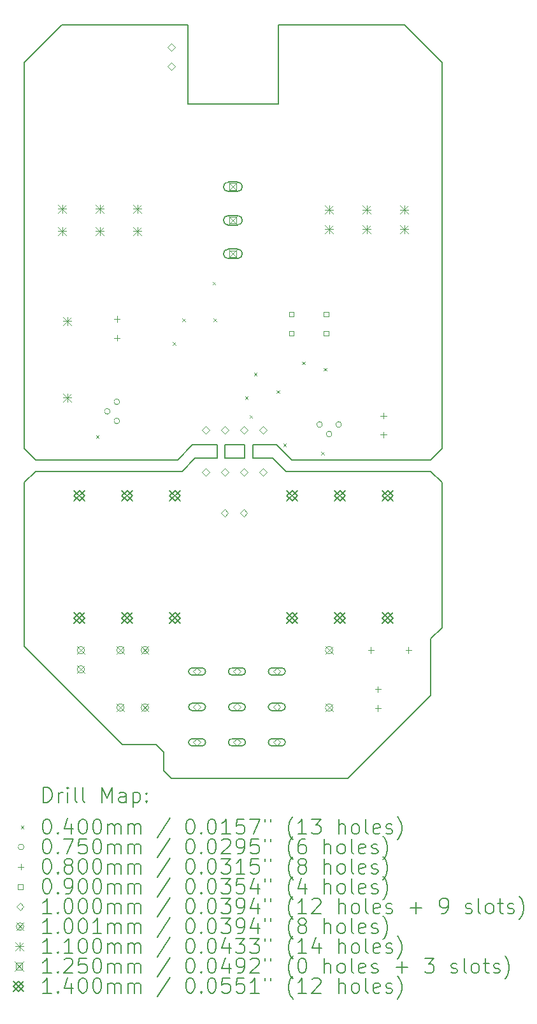
<source format=gbr>
%TF.GenerationSoftware,KiCad,Pcbnew,7.0.5.1-1-g8f565ef7f0-dirty-deb11*%
%TF.CreationDate,2023-08-08T15:24:37+00:00*%
%TF.ProjectId,GreenBean,47726565-6e42-4656-916e-2e6b69636164,rev?*%
%TF.SameCoordinates,Original*%
%TF.FileFunction,Drillmap*%
%TF.FilePolarity,Positive*%
%FSLAX45Y45*%
G04 Gerber Fmt 4.5, Leading zero omitted, Abs format (unit mm)*
G04 Created by KiCad (PCBNEW 7.0.5.1-1-g8f565ef7f0-dirty-deb11) date 2023-08-08 15:24:37*
%MOMM*%
%LPD*%
G01*
G04 APERTURE LIST*
%ADD10C,0.150000*%
%ADD11C,0.200000*%
%ADD12C,0.040000*%
%ADD13C,0.075000*%
%ADD14C,0.080000*%
%ADD15C,0.090000*%
%ADD16C,0.100000*%
%ADD17C,0.100076*%
%ADD18C,0.110000*%
%ADD19C,0.125000*%
%ADD20C,0.140000*%
G04 APERTURE END LIST*
D10*
X14540000Y-10775000D02*
X14850000Y-10775000D01*
X13770000Y-10950000D02*
X14060000Y-10950000D01*
X12800000Y-14750000D02*
X12700000Y-14650000D01*
X11500000Y-13450000D02*
X11500000Y-12100000D01*
X13535000Y-10975000D02*
X11650000Y-10975000D01*
X14540000Y-10950000D02*
X14800000Y-10950000D01*
X14875000Y-6250000D02*
X14875000Y-5200000D01*
X12700000Y-14650000D02*
X11500000Y-13450000D01*
X11500000Y-5700000D02*
X11500000Y-10825000D01*
X16900000Y-14100000D02*
X15800000Y-15200000D01*
X13350000Y-15100000D02*
X13350000Y-14850000D01*
X14975000Y-11125000D02*
X16475000Y-11125000D01*
X14850000Y-10775000D02*
X15050000Y-10975000D01*
X16550000Y-5200000D02*
X17050000Y-5700000D01*
X16900000Y-10975000D02*
X17050000Y-10825000D01*
X16900000Y-13350000D02*
X17050000Y-13200000D01*
X11650000Y-10975000D02*
X11500000Y-10825000D01*
X14060000Y-10775000D02*
X14060000Y-10950000D01*
X13735000Y-10775000D02*
X13535000Y-10975000D01*
X11500000Y-5700000D02*
X12000000Y-5200000D01*
X17050000Y-8500000D02*
X17050000Y-5700000D01*
X13675000Y-6250000D02*
X14875000Y-6250000D01*
X13675000Y-5200000D02*
X12000000Y-5200000D01*
X17050000Y-11275000D02*
X16900000Y-11125000D01*
X13595000Y-11125000D02*
X11700000Y-11125000D01*
X13450000Y-15200000D02*
X15800000Y-15200000D01*
X11650000Y-10975000D02*
X11650000Y-10975000D01*
X13770000Y-10950000D02*
X13595000Y-11125000D01*
X16900000Y-13350000D02*
X16900000Y-14100000D01*
X17050000Y-10825000D02*
X17050000Y-8500000D01*
X13675000Y-5200000D02*
X13675000Y-6250000D01*
X13450000Y-15200000D02*
X13350000Y-15100000D01*
X13350000Y-14850000D02*
X13250000Y-14750000D01*
X14167000Y-10776000D02*
X14429000Y-10776000D01*
X14429000Y-10949000D01*
X14167000Y-10949000D01*
X14167000Y-10776000D01*
X11500000Y-11275000D02*
X11500000Y-12100000D01*
X14875000Y-5200000D02*
X16550000Y-5200000D01*
X13250000Y-14750000D02*
X12850000Y-14750000D01*
X14540000Y-10775000D02*
X14540000Y-10950000D01*
X16900000Y-11125000D02*
X16475000Y-11125000D01*
X11650000Y-11125000D02*
X11500000Y-11275000D01*
X14800000Y-10950000D02*
X14975000Y-11125000D01*
X17050000Y-13200000D02*
X17050000Y-11275000D01*
X12850000Y-14750000D02*
X12800000Y-14750000D01*
X13735000Y-10775000D02*
X14060000Y-10775000D01*
X15050000Y-10975000D02*
X16900000Y-10975000D01*
X11700000Y-11125000D02*
X11650000Y-11125000D01*
D11*
D12*
X12451000Y-10650000D02*
X12491000Y-10690000D01*
X12491000Y-10650000D02*
X12451000Y-10690000D01*
X13471000Y-9410000D02*
X13511000Y-9450000D01*
X13511000Y-9410000D02*
X13471000Y-9450000D01*
X13601000Y-9100000D02*
X13641000Y-9140000D01*
X13641000Y-9100000D02*
X13601000Y-9140000D01*
X14001000Y-8610000D02*
X14041000Y-8650000D01*
X14041000Y-8610000D02*
X14001000Y-8650000D01*
X14011000Y-9100000D02*
X14051000Y-9140000D01*
X14051000Y-9100000D02*
X14011000Y-9140000D01*
X14431000Y-10130000D02*
X14471000Y-10170000D01*
X14471000Y-10130000D02*
X14431000Y-10170000D01*
X14491000Y-10380000D02*
X14531000Y-10420000D01*
X14531000Y-10380000D02*
X14491000Y-10420000D01*
X14551000Y-9820000D02*
X14591000Y-9860000D01*
X14591000Y-9820000D02*
X14551000Y-9860000D01*
X14851000Y-10050000D02*
X14891000Y-10090000D01*
X14891000Y-10050000D02*
X14851000Y-10090000D01*
X14941000Y-10760000D02*
X14981000Y-10800000D01*
X14981000Y-10760000D02*
X14941000Y-10800000D01*
X15191000Y-9670000D02*
X15231000Y-9710000D01*
X15231000Y-9670000D02*
X15191000Y-9710000D01*
X15441000Y-10870000D02*
X15481000Y-10910000D01*
X15481000Y-10870000D02*
X15441000Y-10910000D01*
X15476000Y-9755000D02*
X15516000Y-9795000D01*
X15516000Y-9755000D02*
X15476000Y-9795000D01*
D13*
X12638500Y-10330000D02*
G75*
G03*
X12638500Y-10330000I-37500J0D01*
G01*
X12765500Y-10203000D02*
G75*
G03*
X12765500Y-10203000I-37500J0D01*
G01*
X12765500Y-10457000D02*
G75*
G03*
X12765500Y-10457000I-37500J0D01*
G01*
X15459500Y-10505000D02*
G75*
G03*
X15459500Y-10505000I-37500J0D01*
G01*
X15586500Y-10632000D02*
G75*
G03*
X15586500Y-10632000I-37500J0D01*
G01*
X15713500Y-10505000D02*
G75*
G03*
X15713500Y-10505000I-37500J0D01*
G01*
D14*
X12731000Y-9065265D02*
X12731000Y-9145265D01*
X12691000Y-9105265D02*
X12771000Y-9105265D01*
X12731000Y-9315265D02*
X12731000Y-9395265D01*
X12691000Y-9355265D02*
X12771000Y-9355265D01*
X16105000Y-13460000D02*
X16105000Y-13540000D01*
X16065000Y-13500000D02*
X16145000Y-13500000D01*
X16200000Y-13980000D02*
X16200000Y-14060000D01*
X16160000Y-14020000D02*
X16240000Y-14020000D01*
X16200000Y-14230000D02*
X16200000Y-14310000D01*
X16160000Y-14270000D02*
X16240000Y-14270000D01*
X16271000Y-10350000D02*
X16271000Y-10430000D01*
X16231000Y-10390000D02*
X16311000Y-10390000D01*
X16271000Y-10600000D02*
X16271000Y-10680000D01*
X16231000Y-10640000D02*
X16311000Y-10640000D01*
X16605000Y-13460000D02*
X16605000Y-13540000D01*
X16565000Y-13500000D02*
X16645000Y-13500000D01*
D15*
X15082820Y-9075320D02*
X15082820Y-9011680D01*
X15019180Y-9011680D01*
X15019180Y-9075320D01*
X15082820Y-9075320D01*
X15082820Y-9329320D02*
X15082820Y-9265680D01*
X15019180Y-9265680D01*
X15019180Y-9329320D01*
X15082820Y-9329320D01*
X15542820Y-9074320D02*
X15542820Y-9010680D01*
X15479180Y-9010680D01*
X15479180Y-9074320D01*
X15542820Y-9074320D01*
X15542820Y-9328320D02*
X15542820Y-9264680D01*
X15479180Y-9264680D01*
X15479180Y-9328320D01*
X15542820Y-9328320D01*
D16*
X13451000Y-5550000D02*
X13501000Y-5500000D01*
X13451000Y-5450000D01*
X13401000Y-5500000D01*
X13451000Y-5550000D01*
X13451000Y-5804000D02*
X13501000Y-5754000D01*
X13451000Y-5704000D01*
X13401000Y-5754000D01*
X13451000Y-5804000D01*
X13795000Y-13832500D02*
X13845000Y-13782500D01*
X13795000Y-13732500D01*
X13745000Y-13782500D01*
X13795000Y-13832500D01*
D11*
X13857500Y-13732500D02*
X13732500Y-13732500D01*
X13732500Y-13732500D02*
G75*
G03*
X13732500Y-13832500I0J-50000D01*
G01*
X13732500Y-13832500D02*
X13857500Y-13832500D01*
X13857500Y-13832500D02*
G75*
G03*
X13857500Y-13732500I0J50000D01*
G01*
D16*
X13795000Y-14302500D02*
X13845000Y-14252500D01*
X13795000Y-14202500D01*
X13745000Y-14252500D01*
X13795000Y-14302500D01*
D11*
X13857500Y-14202500D02*
X13732500Y-14202500D01*
X13732500Y-14202500D02*
G75*
G03*
X13732500Y-14302500I0J-50000D01*
G01*
X13732500Y-14302500D02*
X13857500Y-14302500D01*
X13857500Y-14302500D02*
G75*
G03*
X13857500Y-14202500I0J50000D01*
G01*
D16*
X13795000Y-14772500D02*
X13845000Y-14722500D01*
X13795000Y-14672500D01*
X13745000Y-14722500D01*
X13795000Y-14772500D01*
D11*
X13857500Y-14672500D02*
X13732500Y-14672500D01*
X13732500Y-14672500D02*
G75*
G03*
X13732500Y-14772500I0J-50000D01*
G01*
X13732500Y-14772500D02*
X13857500Y-14772500D01*
X13857500Y-14772500D02*
G75*
G03*
X13857500Y-14672500I0J50000D01*
G01*
D16*
X13908000Y-10630000D02*
X13958000Y-10580000D01*
X13908000Y-10530000D01*
X13858000Y-10580000D01*
X13908000Y-10630000D01*
X13908000Y-11185000D02*
X13958000Y-11135000D01*
X13908000Y-11085000D01*
X13858000Y-11135000D01*
X13908000Y-11185000D01*
X14160000Y-11731000D02*
X14210000Y-11681000D01*
X14160000Y-11631000D01*
X14110000Y-11681000D01*
X14160000Y-11731000D01*
X14162000Y-10630000D02*
X14212000Y-10580000D01*
X14162000Y-10530000D01*
X14112000Y-10580000D01*
X14162000Y-10630000D01*
X14162000Y-11185000D02*
X14212000Y-11135000D01*
X14162000Y-11085000D01*
X14112000Y-11135000D01*
X14162000Y-11185000D01*
X14325000Y-13832500D02*
X14375000Y-13782500D01*
X14325000Y-13732500D01*
X14275000Y-13782500D01*
X14325000Y-13832500D01*
D11*
X14387500Y-13732500D02*
X14262500Y-13732500D01*
X14262500Y-13732500D02*
G75*
G03*
X14262500Y-13832500I0J-50000D01*
G01*
X14262500Y-13832500D02*
X14387500Y-13832500D01*
X14387500Y-13832500D02*
G75*
G03*
X14387500Y-13732500I0J50000D01*
G01*
D16*
X14325000Y-14305000D02*
X14375000Y-14255000D01*
X14325000Y-14205000D01*
X14275000Y-14255000D01*
X14325000Y-14305000D01*
D11*
X14387500Y-14205000D02*
X14262500Y-14205000D01*
X14262500Y-14205000D02*
G75*
G03*
X14262500Y-14305000I0J-50000D01*
G01*
X14262500Y-14305000D02*
X14387500Y-14305000D01*
X14387500Y-14305000D02*
G75*
G03*
X14387500Y-14205000I0J50000D01*
G01*
D16*
X14325000Y-14772500D02*
X14375000Y-14722500D01*
X14325000Y-14672500D01*
X14275000Y-14722500D01*
X14325000Y-14772500D01*
D11*
X14387500Y-14672500D02*
X14262500Y-14672500D01*
X14262500Y-14672500D02*
G75*
G03*
X14262500Y-14772500I0J-50000D01*
G01*
X14262500Y-14772500D02*
X14387500Y-14772500D01*
X14387500Y-14772500D02*
G75*
G03*
X14387500Y-14672500I0J50000D01*
G01*
D16*
X14414000Y-11731000D02*
X14464000Y-11681000D01*
X14414000Y-11631000D01*
X14364000Y-11681000D01*
X14414000Y-11731000D01*
X14416000Y-10630000D02*
X14466000Y-10580000D01*
X14416000Y-10530000D01*
X14366000Y-10580000D01*
X14416000Y-10630000D01*
X14416000Y-11185000D02*
X14466000Y-11135000D01*
X14416000Y-11085000D01*
X14366000Y-11135000D01*
X14416000Y-11185000D01*
X14670000Y-10630000D02*
X14720000Y-10580000D01*
X14670000Y-10530000D01*
X14620000Y-10580000D01*
X14670000Y-10630000D01*
X14670000Y-11185000D02*
X14720000Y-11135000D01*
X14670000Y-11085000D01*
X14620000Y-11135000D01*
X14670000Y-11185000D01*
X14855000Y-13832500D02*
X14905000Y-13782500D01*
X14855000Y-13732500D01*
X14805000Y-13782500D01*
X14855000Y-13832500D01*
D11*
X14917500Y-13732500D02*
X14792500Y-13732500D01*
X14792500Y-13732500D02*
G75*
G03*
X14792500Y-13832500I0J-50000D01*
G01*
X14792500Y-13832500D02*
X14917500Y-13832500D01*
X14917500Y-13832500D02*
G75*
G03*
X14917500Y-13732500I0J50000D01*
G01*
D16*
X14855000Y-14302500D02*
X14905000Y-14252500D01*
X14855000Y-14202500D01*
X14805000Y-14252500D01*
X14855000Y-14302500D01*
D11*
X14917500Y-14202500D02*
X14792500Y-14202500D01*
X14792500Y-14202500D02*
G75*
G03*
X14792500Y-14302500I0J-50000D01*
G01*
X14792500Y-14302500D02*
X14917500Y-14302500D01*
X14917500Y-14302500D02*
G75*
G03*
X14917500Y-14202500I0J50000D01*
G01*
D16*
X14855000Y-14772500D02*
X14905000Y-14722500D01*
X14855000Y-14672500D01*
X14805000Y-14722500D01*
X14855000Y-14772500D01*
D11*
X14917500Y-14672500D02*
X14792500Y-14672500D01*
X14792500Y-14672500D02*
G75*
G03*
X14792500Y-14772500I0J-50000D01*
G01*
X14792500Y-14772500D02*
X14917500Y-14772500D01*
X14917500Y-14772500D02*
G75*
G03*
X14917500Y-14672500I0J50000D01*
G01*
D17*
X12199962Y-13449962D02*
X12300038Y-13550038D01*
X12300038Y-13449962D02*
X12199962Y-13550038D01*
X12300038Y-13500000D02*
G75*
G03*
X12300038Y-13500000I-50038J0D01*
G01*
X12199962Y-13703962D02*
X12300038Y-13804038D01*
X12300038Y-13703962D02*
X12199962Y-13804038D01*
X12300038Y-13754000D02*
G75*
G03*
X12300038Y-13754000I-50038J0D01*
G01*
X12725962Y-13447962D02*
X12826038Y-13548038D01*
X12826038Y-13447962D02*
X12725962Y-13548038D01*
X12826038Y-13498000D02*
G75*
G03*
X12826038Y-13498000I-50038J0D01*
G01*
X12725962Y-14209962D02*
X12826038Y-14310038D01*
X12826038Y-14209962D02*
X12725962Y-14310038D01*
X12826038Y-14260000D02*
G75*
G03*
X12826038Y-14260000I-50038J0D01*
G01*
X13050962Y-13449962D02*
X13151038Y-13550038D01*
X13151038Y-13449962D02*
X13050962Y-13550038D01*
X13151038Y-13500000D02*
G75*
G03*
X13151038Y-13500000I-50038J0D01*
G01*
X13050962Y-14211962D02*
X13151038Y-14312038D01*
X13151038Y-14211962D02*
X13050962Y-14312038D01*
X13151038Y-14262000D02*
G75*
G03*
X13151038Y-14262000I-50038J0D01*
G01*
X15499962Y-13449962D02*
X15600038Y-13550038D01*
X15600038Y-13449962D02*
X15499962Y-13550038D01*
X15600038Y-13500000D02*
G75*
G03*
X15600038Y-13500000I-50038J0D01*
G01*
X15499962Y-14211962D02*
X15600038Y-14312038D01*
X15600038Y-14211962D02*
X15499962Y-14312038D01*
X15600038Y-14262000D02*
G75*
G03*
X15600038Y-14262000I-50038J0D01*
G01*
D18*
X11946000Y-7589583D02*
X12056000Y-7699583D01*
X12056000Y-7589583D02*
X11946000Y-7699583D01*
X12001000Y-7589583D02*
X12001000Y-7699583D01*
X11946000Y-7644583D02*
X12056000Y-7644583D01*
X11946000Y-7885417D02*
X12056000Y-7995417D01*
X12056000Y-7885417D02*
X11946000Y-7995417D01*
X12001000Y-7885417D02*
X12001000Y-7995417D01*
X11946000Y-7940417D02*
X12056000Y-7940417D01*
X12016000Y-9077000D02*
X12126000Y-9187000D01*
X12126000Y-9077000D02*
X12016000Y-9187000D01*
X12071000Y-9077000D02*
X12071000Y-9187000D01*
X12016000Y-9132000D02*
X12126000Y-9132000D01*
X12016000Y-10093000D02*
X12126000Y-10203000D01*
X12126000Y-10093000D02*
X12016000Y-10203000D01*
X12071000Y-10093000D02*
X12071000Y-10203000D01*
X12016000Y-10148000D02*
X12126000Y-10148000D01*
X12446000Y-7589583D02*
X12556000Y-7699583D01*
X12556000Y-7589583D02*
X12446000Y-7699583D01*
X12501000Y-7589583D02*
X12501000Y-7699583D01*
X12446000Y-7644583D02*
X12556000Y-7644583D01*
X12446000Y-7885417D02*
X12556000Y-7995417D01*
X12556000Y-7885417D02*
X12446000Y-7995417D01*
X12501000Y-7885417D02*
X12501000Y-7995417D01*
X12446000Y-7940417D02*
X12556000Y-7940417D01*
X12946000Y-7589583D02*
X13056000Y-7699583D01*
X13056000Y-7589583D02*
X12946000Y-7699583D01*
X13001000Y-7589583D02*
X13001000Y-7699583D01*
X12946000Y-7644583D02*
X13056000Y-7644583D01*
X12946000Y-7885417D02*
X13056000Y-7995417D01*
X13056000Y-7885417D02*
X12946000Y-7995417D01*
X13001000Y-7885417D02*
X13001000Y-7995417D01*
X12946000Y-7940417D02*
X13056000Y-7940417D01*
X15496000Y-7600000D02*
X15606000Y-7710000D01*
X15606000Y-7600000D02*
X15496000Y-7710000D01*
X15551000Y-7600000D02*
X15551000Y-7710000D01*
X15496000Y-7655000D02*
X15606000Y-7655000D01*
X15496000Y-7860417D02*
X15606000Y-7970417D01*
X15606000Y-7860417D02*
X15496000Y-7970417D01*
X15551000Y-7860417D02*
X15551000Y-7970417D01*
X15496000Y-7915417D02*
X15606000Y-7915417D01*
X15996000Y-7600000D02*
X16106000Y-7710000D01*
X16106000Y-7600000D02*
X15996000Y-7710000D01*
X16051000Y-7600000D02*
X16051000Y-7710000D01*
X15996000Y-7655000D02*
X16106000Y-7655000D01*
X15996000Y-7860417D02*
X16106000Y-7970417D01*
X16106000Y-7860417D02*
X15996000Y-7970417D01*
X16051000Y-7860417D02*
X16051000Y-7970417D01*
X15996000Y-7915417D02*
X16106000Y-7915417D01*
X16496000Y-7600000D02*
X16606000Y-7710000D01*
X16606000Y-7600000D02*
X16496000Y-7710000D01*
X16551000Y-7600000D02*
X16551000Y-7710000D01*
X16496000Y-7655000D02*
X16606000Y-7655000D01*
X16496000Y-7860417D02*
X16606000Y-7970417D01*
X16606000Y-7860417D02*
X16496000Y-7970417D01*
X16551000Y-7860417D02*
X16551000Y-7970417D01*
X16496000Y-7915417D02*
X16606000Y-7915417D01*
D19*
X14208500Y-7287500D02*
X14333500Y-7412500D01*
X14333500Y-7287500D02*
X14208500Y-7412500D01*
X14315195Y-7394195D02*
X14315195Y-7305805D01*
X14226805Y-7305805D01*
X14226805Y-7394195D01*
X14315195Y-7394195D01*
D11*
X14208500Y-7412500D02*
X14333500Y-7412500D01*
X14333500Y-7412500D02*
G75*
G03*
X14333500Y-7287500I0J62500D01*
G01*
X14333500Y-7287500D02*
X14208500Y-7287500D01*
X14208500Y-7287500D02*
G75*
G03*
X14208500Y-7412500I0J-62500D01*
G01*
D19*
X14208500Y-7732500D02*
X14333500Y-7857500D01*
X14333500Y-7732500D02*
X14208500Y-7857500D01*
X14315195Y-7839195D02*
X14315195Y-7750805D01*
X14226805Y-7750805D01*
X14226805Y-7839195D01*
X14315195Y-7839195D01*
D11*
X14208500Y-7857500D02*
X14333500Y-7857500D01*
X14333500Y-7857500D02*
G75*
G03*
X14333500Y-7732500I0J62500D01*
G01*
X14333500Y-7732500D02*
X14208500Y-7732500D01*
X14208500Y-7732500D02*
G75*
G03*
X14208500Y-7857500I0J-62500D01*
G01*
D19*
X14208500Y-8177500D02*
X14333500Y-8302500D01*
X14333500Y-8177500D02*
X14208500Y-8302500D01*
X14315195Y-8284195D02*
X14315195Y-8195805D01*
X14226805Y-8195805D01*
X14226805Y-8284195D01*
X14315195Y-8284195D01*
D11*
X14208500Y-8302500D02*
X14333500Y-8302500D01*
X14333500Y-8302500D02*
G75*
G03*
X14333500Y-8177500I0J62500D01*
G01*
X14333500Y-8177500D02*
X14208500Y-8177500D01*
X14208500Y-8177500D02*
G75*
G03*
X14208500Y-8302500I0J-62500D01*
G01*
D20*
X12161000Y-11380000D02*
X12301000Y-11520000D01*
X12301000Y-11380000D02*
X12161000Y-11520000D01*
X12231000Y-11520000D02*
X12301000Y-11450000D01*
X12231000Y-11380000D01*
X12161000Y-11450000D01*
X12231000Y-11520000D01*
X12161000Y-13003000D02*
X12301000Y-13143000D01*
X12301000Y-13003000D02*
X12161000Y-13143000D01*
X12231000Y-13143000D02*
X12301000Y-13073000D01*
X12231000Y-13003000D01*
X12161000Y-13073000D01*
X12231000Y-13143000D01*
X12796000Y-11380000D02*
X12936000Y-11520000D01*
X12936000Y-11380000D02*
X12796000Y-11520000D01*
X12866000Y-11520000D02*
X12936000Y-11450000D01*
X12866000Y-11380000D01*
X12796000Y-11450000D01*
X12866000Y-11520000D01*
X12796000Y-13003000D02*
X12936000Y-13143000D01*
X12936000Y-13003000D02*
X12796000Y-13143000D01*
X12866000Y-13143000D02*
X12936000Y-13073000D01*
X12866000Y-13003000D01*
X12796000Y-13073000D01*
X12866000Y-13143000D01*
X13431000Y-11380000D02*
X13571000Y-11520000D01*
X13571000Y-11380000D02*
X13431000Y-11520000D01*
X13501000Y-11520000D02*
X13571000Y-11450000D01*
X13501000Y-11380000D01*
X13431000Y-11450000D01*
X13501000Y-11520000D01*
X13431000Y-13003000D02*
X13571000Y-13143000D01*
X13571000Y-13003000D02*
X13431000Y-13143000D01*
X13501000Y-13143000D02*
X13571000Y-13073000D01*
X13501000Y-13003000D01*
X13431000Y-13073000D01*
X13501000Y-13143000D01*
X14987500Y-11380000D02*
X15127500Y-11520000D01*
X15127500Y-11380000D02*
X14987500Y-11520000D01*
X15057500Y-11520000D02*
X15127500Y-11450000D01*
X15057500Y-11380000D01*
X14987500Y-11450000D01*
X15057500Y-11520000D01*
X14987500Y-13003000D02*
X15127500Y-13143000D01*
X15127500Y-13003000D02*
X14987500Y-13143000D01*
X15057500Y-13143000D02*
X15127500Y-13073000D01*
X15057500Y-13003000D01*
X14987500Y-13073000D01*
X15057500Y-13143000D01*
X15622500Y-11380000D02*
X15762500Y-11520000D01*
X15762500Y-11380000D02*
X15622500Y-11520000D01*
X15692500Y-11520000D02*
X15762500Y-11450000D01*
X15692500Y-11380000D01*
X15622500Y-11450000D01*
X15692500Y-11520000D01*
X15622500Y-13003000D02*
X15762500Y-13143000D01*
X15762500Y-13003000D02*
X15622500Y-13143000D01*
X15692500Y-13143000D02*
X15762500Y-13073000D01*
X15692500Y-13003000D01*
X15622500Y-13073000D01*
X15692500Y-13143000D01*
X16257500Y-11380000D02*
X16397500Y-11520000D01*
X16397500Y-11380000D02*
X16257500Y-11520000D01*
X16327500Y-11520000D02*
X16397500Y-11450000D01*
X16327500Y-11380000D01*
X16257500Y-11450000D01*
X16327500Y-11520000D01*
X16257500Y-13003000D02*
X16397500Y-13143000D01*
X16397500Y-13003000D02*
X16257500Y-13143000D01*
X16327500Y-13143000D02*
X16397500Y-13073000D01*
X16327500Y-13003000D01*
X16257500Y-13073000D01*
X16327500Y-13143000D01*
D11*
X11753277Y-15518984D02*
X11753277Y-15318984D01*
X11753277Y-15318984D02*
X11800896Y-15318984D01*
X11800896Y-15318984D02*
X11829467Y-15328508D01*
X11829467Y-15328508D02*
X11848515Y-15347555D01*
X11848515Y-15347555D02*
X11858039Y-15366603D01*
X11858039Y-15366603D02*
X11867562Y-15404698D01*
X11867562Y-15404698D02*
X11867562Y-15433269D01*
X11867562Y-15433269D02*
X11858039Y-15471365D01*
X11858039Y-15471365D02*
X11848515Y-15490412D01*
X11848515Y-15490412D02*
X11829467Y-15509460D01*
X11829467Y-15509460D02*
X11800896Y-15518984D01*
X11800896Y-15518984D02*
X11753277Y-15518984D01*
X11953277Y-15518984D02*
X11953277Y-15385650D01*
X11953277Y-15423746D02*
X11962801Y-15404698D01*
X11962801Y-15404698D02*
X11972324Y-15395174D01*
X11972324Y-15395174D02*
X11991372Y-15385650D01*
X11991372Y-15385650D02*
X12010420Y-15385650D01*
X12077086Y-15518984D02*
X12077086Y-15385650D01*
X12077086Y-15318984D02*
X12067562Y-15328508D01*
X12067562Y-15328508D02*
X12077086Y-15338031D01*
X12077086Y-15338031D02*
X12086610Y-15328508D01*
X12086610Y-15328508D02*
X12077086Y-15318984D01*
X12077086Y-15318984D02*
X12077086Y-15338031D01*
X12200896Y-15518984D02*
X12181848Y-15509460D01*
X12181848Y-15509460D02*
X12172324Y-15490412D01*
X12172324Y-15490412D02*
X12172324Y-15318984D01*
X12305658Y-15518984D02*
X12286610Y-15509460D01*
X12286610Y-15509460D02*
X12277086Y-15490412D01*
X12277086Y-15490412D02*
X12277086Y-15318984D01*
X12534229Y-15518984D02*
X12534229Y-15318984D01*
X12534229Y-15318984D02*
X12600896Y-15461841D01*
X12600896Y-15461841D02*
X12667562Y-15318984D01*
X12667562Y-15318984D02*
X12667562Y-15518984D01*
X12848515Y-15518984D02*
X12848515Y-15414222D01*
X12848515Y-15414222D02*
X12838991Y-15395174D01*
X12838991Y-15395174D02*
X12819943Y-15385650D01*
X12819943Y-15385650D02*
X12781848Y-15385650D01*
X12781848Y-15385650D02*
X12762801Y-15395174D01*
X12848515Y-15509460D02*
X12829467Y-15518984D01*
X12829467Y-15518984D02*
X12781848Y-15518984D01*
X12781848Y-15518984D02*
X12762801Y-15509460D01*
X12762801Y-15509460D02*
X12753277Y-15490412D01*
X12753277Y-15490412D02*
X12753277Y-15471365D01*
X12753277Y-15471365D02*
X12762801Y-15452317D01*
X12762801Y-15452317D02*
X12781848Y-15442793D01*
X12781848Y-15442793D02*
X12829467Y-15442793D01*
X12829467Y-15442793D02*
X12848515Y-15433269D01*
X12943753Y-15385650D02*
X12943753Y-15585650D01*
X12943753Y-15395174D02*
X12962801Y-15385650D01*
X12962801Y-15385650D02*
X13000896Y-15385650D01*
X13000896Y-15385650D02*
X13019943Y-15395174D01*
X13019943Y-15395174D02*
X13029467Y-15404698D01*
X13029467Y-15404698D02*
X13038991Y-15423746D01*
X13038991Y-15423746D02*
X13038991Y-15480888D01*
X13038991Y-15480888D02*
X13029467Y-15499936D01*
X13029467Y-15499936D02*
X13019943Y-15509460D01*
X13019943Y-15509460D02*
X13000896Y-15518984D01*
X13000896Y-15518984D02*
X12962801Y-15518984D01*
X12962801Y-15518984D02*
X12943753Y-15509460D01*
X13124705Y-15499936D02*
X13134229Y-15509460D01*
X13134229Y-15509460D02*
X13124705Y-15518984D01*
X13124705Y-15518984D02*
X13115182Y-15509460D01*
X13115182Y-15509460D02*
X13124705Y-15499936D01*
X13124705Y-15499936D02*
X13124705Y-15518984D01*
X13124705Y-15395174D02*
X13134229Y-15404698D01*
X13134229Y-15404698D02*
X13124705Y-15414222D01*
X13124705Y-15414222D02*
X13115182Y-15404698D01*
X13115182Y-15404698D02*
X13124705Y-15395174D01*
X13124705Y-15395174D02*
X13124705Y-15414222D01*
D12*
X11452500Y-15827500D02*
X11492500Y-15867500D01*
X11492500Y-15827500D02*
X11452500Y-15867500D01*
D11*
X11791372Y-15738984D02*
X11810420Y-15738984D01*
X11810420Y-15738984D02*
X11829467Y-15748508D01*
X11829467Y-15748508D02*
X11838991Y-15758031D01*
X11838991Y-15758031D02*
X11848515Y-15777079D01*
X11848515Y-15777079D02*
X11858039Y-15815174D01*
X11858039Y-15815174D02*
X11858039Y-15862793D01*
X11858039Y-15862793D02*
X11848515Y-15900888D01*
X11848515Y-15900888D02*
X11838991Y-15919936D01*
X11838991Y-15919936D02*
X11829467Y-15929460D01*
X11829467Y-15929460D02*
X11810420Y-15938984D01*
X11810420Y-15938984D02*
X11791372Y-15938984D01*
X11791372Y-15938984D02*
X11772324Y-15929460D01*
X11772324Y-15929460D02*
X11762801Y-15919936D01*
X11762801Y-15919936D02*
X11753277Y-15900888D01*
X11753277Y-15900888D02*
X11743753Y-15862793D01*
X11743753Y-15862793D02*
X11743753Y-15815174D01*
X11743753Y-15815174D02*
X11753277Y-15777079D01*
X11753277Y-15777079D02*
X11762801Y-15758031D01*
X11762801Y-15758031D02*
X11772324Y-15748508D01*
X11772324Y-15748508D02*
X11791372Y-15738984D01*
X11943753Y-15919936D02*
X11953277Y-15929460D01*
X11953277Y-15929460D02*
X11943753Y-15938984D01*
X11943753Y-15938984D02*
X11934229Y-15929460D01*
X11934229Y-15929460D02*
X11943753Y-15919936D01*
X11943753Y-15919936D02*
X11943753Y-15938984D01*
X12124705Y-15805650D02*
X12124705Y-15938984D01*
X12077086Y-15729460D02*
X12029467Y-15872317D01*
X12029467Y-15872317D02*
X12153277Y-15872317D01*
X12267562Y-15738984D02*
X12286610Y-15738984D01*
X12286610Y-15738984D02*
X12305658Y-15748508D01*
X12305658Y-15748508D02*
X12315182Y-15758031D01*
X12315182Y-15758031D02*
X12324705Y-15777079D01*
X12324705Y-15777079D02*
X12334229Y-15815174D01*
X12334229Y-15815174D02*
X12334229Y-15862793D01*
X12334229Y-15862793D02*
X12324705Y-15900888D01*
X12324705Y-15900888D02*
X12315182Y-15919936D01*
X12315182Y-15919936D02*
X12305658Y-15929460D01*
X12305658Y-15929460D02*
X12286610Y-15938984D01*
X12286610Y-15938984D02*
X12267562Y-15938984D01*
X12267562Y-15938984D02*
X12248515Y-15929460D01*
X12248515Y-15929460D02*
X12238991Y-15919936D01*
X12238991Y-15919936D02*
X12229467Y-15900888D01*
X12229467Y-15900888D02*
X12219943Y-15862793D01*
X12219943Y-15862793D02*
X12219943Y-15815174D01*
X12219943Y-15815174D02*
X12229467Y-15777079D01*
X12229467Y-15777079D02*
X12238991Y-15758031D01*
X12238991Y-15758031D02*
X12248515Y-15748508D01*
X12248515Y-15748508D02*
X12267562Y-15738984D01*
X12458039Y-15738984D02*
X12477086Y-15738984D01*
X12477086Y-15738984D02*
X12496134Y-15748508D01*
X12496134Y-15748508D02*
X12505658Y-15758031D01*
X12505658Y-15758031D02*
X12515182Y-15777079D01*
X12515182Y-15777079D02*
X12524705Y-15815174D01*
X12524705Y-15815174D02*
X12524705Y-15862793D01*
X12524705Y-15862793D02*
X12515182Y-15900888D01*
X12515182Y-15900888D02*
X12505658Y-15919936D01*
X12505658Y-15919936D02*
X12496134Y-15929460D01*
X12496134Y-15929460D02*
X12477086Y-15938984D01*
X12477086Y-15938984D02*
X12458039Y-15938984D01*
X12458039Y-15938984D02*
X12438991Y-15929460D01*
X12438991Y-15929460D02*
X12429467Y-15919936D01*
X12429467Y-15919936D02*
X12419943Y-15900888D01*
X12419943Y-15900888D02*
X12410420Y-15862793D01*
X12410420Y-15862793D02*
X12410420Y-15815174D01*
X12410420Y-15815174D02*
X12419943Y-15777079D01*
X12419943Y-15777079D02*
X12429467Y-15758031D01*
X12429467Y-15758031D02*
X12438991Y-15748508D01*
X12438991Y-15748508D02*
X12458039Y-15738984D01*
X12610420Y-15938984D02*
X12610420Y-15805650D01*
X12610420Y-15824698D02*
X12619943Y-15815174D01*
X12619943Y-15815174D02*
X12638991Y-15805650D01*
X12638991Y-15805650D02*
X12667563Y-15805650D01*
X12667563Y-15805650D02*
X12686610Y-15815174D01*
X12686610Y-15815174D02*
X12696134Y-15834222D01*
X12696134Y-15834222D02*
X12696134Y-15938984D01*
X12696134Y-15834222D02*
X12705658Y-15815174D01*
X12705658Y-15815174D02*
X12724705Y-15805650D01*
X12724705Y-15805650D02*
X12753277Y-15805650D01*
X12753277Y-15805650D02*
X12772324Y-15815174D01*
X12772324Y-15815174D02*
X12781848Y-15834222D01*
X12781848Y-15834222D02*
X12781848Y-15938984D01*
X12877086Y-15938984D02*
X12877086Y-15805650D01*
X12877086Y-15824698D02*
X12886610Y-15815174D01*
X12886610Y-15815174D02*
X12905658Y-15805650D01*
X12905658Y-15805650D02*
X12934229Y-15805650D01*
X12934229Y-15805650D02*
X12953277Y-15815174D01*
X12953277Y-15815174D02*
X12962801Y-15834222D01*
X12962801Y-15834222D02*
X12962801Y-15938984D01*
X12962801Y-15834222D02*
X12972324Y-15815174D01*
X12972324Y-15815174D02*
X12991372Y-15805650D01*
X12991372Y-15805650D02*
X13019943Y-15805650D01*
X13019943Y-15805650D02*
X13038991Y-15815174D01*
X13038991Y-15815174D02*
X13048515Y-15834222D01*
X13048515Y-15834222D02*
X13048515Y-15938984D01*
X13438991Y-15729460D02*
X13267563Y-15986603D01*
X13696134Y-15738984D02*
X13715182Y-15738984D01*
X13715182Y-15738984D02*
X13734229Y-15748508D01*
X13734229Y-15748508D02*
X13743753Y-15758031D01*
X13743753Y-15758031D02*
X13753277Y-15777079D01*
X13753277Y-15777079D02*
X13762801Y-15815174D01*
X13762801Y-15815174D02*
X13762801Y-15862793D01*
X13762801Y-15862793D02*
X13753277Y-15900888D01*
X13753277Y-15900888D02*
X13743753Y-15919936D01*
X13743753Y-15919936D02*
X13734229Y-15929460D01*
X13734229Y-15929460D02*
X13715182Y-15938984D01*
X13715182Y-15938984D02*
X13696134Y-15938984D01*
X13696134Y-15938984D02*
X13677086Y-15929460D01*
X13677086Y-15929460D02*
X13667563Y-15919936D01*
X13667563Y-15919936D02*
X13658039Y-15900888D01*
X13658039Y-15900888D02*
X13648515Y-15862793D01*
X13648515Y-15862793D02*
X13648515Y-15815174D01*
X13648515Y-15815174D02*
X13658039Y-15777079D01*
X13658039Y-15777079D02*
X13667563Y-15758031D01*
X13667563Y-15758031D02*
X13677086Y-15748508D01*
X13677086Y-15748508D02*
X13696134Y-15738984D01*
X13848515Y-15919936D02*
X13858039Y-15929460D01*
X13858039Y-15929460D02*
X13848515Y-15938984D01*
X13848515Y-15938984D02*
X13838991Y-15929460D01*
X13838991Y-15929460D02*
X13848515Y-15919936D01*
X13848515Y-15919936D02*
X13848515Y-15938984D01*
X13981848Y-15738984D02*
X14000896Y-15738984D01*
X14000896Y-15738984D02*
X14019944Y-15748508D01*
X14019944Y-15748508D02*
X14029467Y-15758031D01*
X14029467Y-15758031D02*
X14038991Y-15777079D01*
X14038991Y-15777079D02*
X14048515Y-15815174D01*
X14048515Y-15815174D02*
X14048515Y-15862793D01*
X14048515Y-15862793D02*
X14038991Y-15900888D01*
X14038991Y-15900888D02*
X14029467Y-15919936D01*
X14029467Y-15919936D02*
X14019944Y-15929460D01*
X14019944Y-15929460D02*
X14000896Y-15938984D01*
X14000896Y-15938984D02*
X13981848Y-15938984D01*
X13981848Y-15938984D02*
X13962801Y-15929460D01*
X13962801Y-15929460D02*
X13953277Y-15919936D01*
X13953277Y-15919936D02*
X13943753Y-15900888D01*
X13943753Y-15900888D02*
X13934229Y-15862793D01*
X13934229Y-15862793D02*
X13934229Y-15815174D01*
X13934229Y-15815174D02*
X13943753Y-15777079D01*
X13943753Y-15777079D02*
X13953277Y-15758031D01*
X13953277Y-15758031D02*
X13962801Y-15748508D01*
X13962801Y-15748508D02*
X13981848Y-15738984D01*
X14238991Y-15938984D02*
X14124706Y-15938984D01*
X14181848Y-15938984D02*
X14181848Y-15738984D01*
X14181848Y-15738984D02*
X14162801Y-15767555D01*
X14162801Y-15767555D02*
X14143753Y-15786603D01*
X14143753Y-15786603D02*
X14124706Y-15796127D01*
X14419944Y-15738984D02*
X14324706Y-15738984D01*
X14324706Y-15738984D02*
X14315182Y-15834222D01*
X14315182Y-15834222D02*
X14324706Y-15824698D01*
X14324706Y-15824698D02*
X14343753Y-15815174D01*
X14343753Y-15815174D02*
X14391372Y-15815174D01*
X14391372Y-15815174D02*
X14410420Y-15824698D01*
X14410420Y-15824698D02*
X14419944Y-15834222D01*
X14419944Y-15834222D02*
X14429467Y-15853269D01*
X14429467Y-15853269D02*
X14429467Y-15900888D01*
X14429467Y-15900888D02*
X14419944Y-15919936D01*
X14419944Y-15919936D02*
X14410420Y-15929460D01*
X14410420Y-15929460D02*
X14391372Y-15938984D01*
X14391372Y-15938984D02*
X14343753Y-15938984D01*
X14343753Y-15938984D02*
X14324706Y-15929460D01*
X14324706Y-15929460D02*
X14315182Y-15919936D01*
X14496134Y-15738984D02*
X14629467Y-15738984D01*
X14629467Y-15738984D02*
X14543753Y-15938984D01*
X14696134Y-15738984D02*
X14696134Y-15777079D01*
X14772325Y-15738984D02*
X14772325Y-15777079D01*
X15067563Y-16015174D02*
X15058039Y-16005650D01*
X15058039Y-16005650D02*
X15038991Y-15977079D01*
X15038991Y-15977079D02*
X15029468Y-15958031D01*
X15029468Y-15958031D02*
X15019944Y-15929460D01*
X15019944Y-15929460D02*
X15010420Y-15881841D01*
X15010420Y-15881841D02*
X15010420Y-15843746D01*
X15010420Y-15843746D02*
X15019944Y-15796127D01*
X15019944Y-15796127D02*
X15029468Y-15767555D01*
X15029468Y-15767555D02*
X15038991Y-15748508D01*
X15038991Y-15748508D02*
X15058039Y-15719936D01*
X15058039Y-15719936D02*
X15067563Y-15710412D01*
X15248515Y-15938984D02*
X15134229Y-15938984D01*
X15191372Y-15938984D02*
X15191372Y-15738984D01*
X15191372Y-15738984D02*
X15172325Y-15767555D01*
X15172325Y-15767555D02*
X15153277Y-15786603D01*
X15153277Y-15786603D02*
X15134229Y-15796127D01*
X15315182Y-15738984D02*
X15438991Y-15738984D01*
X15438991Y-15738984D02*
X15372325Y-15815174D01*
X15372325Y-15815174D02*
X15400896Y-15815174D01*
X15400896Y-15815174D02*
X15419944Y-15824698D01*
X15419944Y-15824698D02*
X15429468Y-15834222D01*
X15429468Y-15834222D02*
X15438991Y-15853269D01*
X15438991Y-15853269D02*
X15438991Y-15900888D01*
X15438991Y-15900888D02*
X15429468Y-15919936D01*
X15429468Y-15919936D02*
X15419944Y-15929460D01*
X15419944Y-15929460D02*
X15400896Y-15938984D01*
X15400896Y-15938984D02*
X15343753Y-15938984D01*
X15343753Y-15938984D02*
X15324706Y-15929460D01*
X15324706Y-15929460D02*
X15315182Y-15919936D01*
X15677087Y-15938984D02*
X15677087Y-15738984D01*
X15762801Y-15938984D02*
X15762801Y-15834222D01*
X15762801Y-15834222D02*
X15753277Y-15815174D01*
X15753277Y-15815174D02*
X15734230Y-15805650D01*
X15734230Y-15805650D02*
X15705658Y-15805650D01*
X15705658Y-15805650D02*
X15686610Y-15815174D01*
X15686610Y-15815174D02*
X15677087Y-15824698D01*
X15886610Y-15938984D02*
X15867563Y-15929460D01*
X15867563Y-15929460D02*
X15858039Y-15919936D01*
X15858039Y-15919936D02*
X15848515Y-15900888D01*
X15848515Y-15900888D02*
X15848515Y-15843746D01*
X15848515Y-15843746D02*
X15858039Y-15824698D01*
X15858039Y-15824698D02*
X15867563Y-15815174D01*
X15867563Y-15815174D02*
X15886610Y-15805650D01*
X15886610Y-15805650D02*
X15915182Y-15805650D01*
X15915182Y-15805650D02*
X15934230Y-15815174D01*
X15934230Y-15815174D02*
X15943753Y-15824698D01*
X15943753Y-15824698D02*
X15953277Y-15843746D01*
X15953277Y-15843746D02*
X15953277Y-15900888D01*
X15953277Y-15900888D02*
X15943753Y-15919936D01*
X15943753Y-15919936D02*
X15934230Y-15929460D01*
X15934230Y-15929460D02*
X15915182Y-15938984D01*
X15915182Y-15938984D02*
X15886610Y-15938984D01*
X16067563Y-15938984D02*
X16048515Y-15929460D01*
X16048515Y-15929460D02*
X16038991Y-15910412D01*
X16038991Y-15910412D02*
X16038991Y-15738984D01*
X16219944Y-15929460D02*
X16200896Y-15938984D01*
X16200896Y-15938984D02*
X16162801Y-15938984D01*
X16162801Y-15938984D02*
X16143753Y-15929460D01*
X16143753Y-15929460D02*
X16134230Y-15910412D01*
X16134230Y-15910412D02*
X16134230Y-15834222D01*
X16134230Y-15834222D02*
X16143753Y-15815174D01*
X16143753Y-15815174D02*
X16162801Y-15805650D01*
X16162801Y-15805650D02*
X16200896Y-15805650D01*
X16200896Y-15805650D02*
X16219944Y-15815174D01*
X16219944Y-15815174D02*
X16229468Y-15834222D01*
X16229468Y-15834222D02*
X16229468Y-15853269D01*
X16229468Y-15853269D02*
X16134230Y-15872317D01*
X16305658Y-15929460D02*
X16324706Y-15938984D01*
X16324706Y-15938984D02*
X16362801Y-15938984D01*
X16362801Y-15938984D02*
X16381849Y-15929460D01*
X16381849Y-15929460D02*
X16391372Y-15910412D01*
X16391372Y-15910412D02*
X16391372Y-15900888D01*
X16391372Y-15900888D02*
X16381849Y-15881841D01*
X16381849Y-15881841D02*
X16362801Y-15872317D01*
X16362801Y-15872317D02*
X16334230Y-15872317D01*
X16334230Y-15872317D02*
X16315182Y-15862793D01*
X16315182Y-15862793D02*
X16305658Y-15843746D01*
X16305658Y-15843746D02*
X16305658Y-15834222D01*
X16305658Y-15834222D02*
X16315182Y-15815174D01*
X16315182Y-15815174D02*
X16334230Y-15805650D01*
X16334230Y-15805650D02*
X16362801Y-15805650D01*
X16362801Y-15805650D02*
X16381849Y-15815174D01*
X16458039Y-16015174D02*
X16467563Y-16005650D01*
X16467563Y-16005650D02*
X16486611Y-15977079D01*
X16486611Y-15977079D02*
X16496134Y-15958031D01*
X16496134Y-15958031D02*
X16505658Y-15929460D01*
X16505658Y-15929460D02*
X16515182Y-15881841D01*
X16515182Y-15881841D02*
X16515182Y-15843746D01*
X16515182Y-15843746D02*
X16505658Y-15796127D01*
X16505658Y-15796127D02*
X16496134Y-15767555D01*
X16496134Y-15767555D02*
X16486611Y-15748508D01*
X16486611Y-15748508D02*
X16467563Y-15719936D01*
X16467563Y-15719936D02*
X16458039Y-15710412D01*
D13*
X11492500Y-16111500D02*
G75*
G03*
X11492500Y-16111500I-37500J0D01*
G01*
D11*
X11791372Y-16002984D02*
X11810420Y-16002984D01*
X11810420Y-16002984D02*
X11829467Y-16012508D01*
X11829467Y-16012508D02*
X11838991Y-16022031D01*
X11838991Y-16022031D02*
X11848515Y-16041079D01*
X11848515Y-16041079D02*
X11858039Y-16079174D01*
X11858039Y-16079174D02*
X11858039Y-16126793D01*
X11858039Y-16126793D02*
X11848515Y-16164888D01*
X11848515Y-16164888D02*
X11838991Y-16183936D01*
X11838991Y-16183936D02*
X11829467Y-16193460D01*
X11829467Y-16193460D02*
X11810420Y-16202984D01*
X11810420Y-16202984D02*
X11791372Y-16202984D01*
X11791372Y-16202984D02*
X11772324Y-16193460D01*
X11772324Y-16193460D02*
X11762801Y-16183936D01*
X11762801Y-16183936D02*
X11753277Y-16164888D01*
X11753277Y-16164888D02*
X11743753Y-16126793D01*
X11743753Y-16126793D02*
X11743753Y-16079174D01*
X11743753Y-16079174D02*
X11753277Y-16041079D01*
X11753277Y-16041079D02*
X11762801Y-16022031D01*
X11762801Y-16022031D02*
X11772324Y-16012508D01*
X11772324Y-16012508D02*
X11791372Y-16002984D01*
X11943753Y-16183936D02*
X11953277Y-16193460D01*
X11953277Y-16193460D02*
X11943753Y-16202984D01*
X11943753Y-16202984D02*
X11934229Y-16193460D01*
X11934229Y-16193460D02*
X11943753Y-16183936D01*
X11943753Y-16183936D02*
X11943753Y-16202984D01*
X12019943Y-16002984D02*
X12153277Y-16002984D01*
X12153277Y-16002984D02*
X12067562Y-16202984D01*
X12324705Y-16002984D02*
X12229467Y-16002984D01*
X12229467Y-16002984D02*
X12219943Y-16098222D01*
X12219943Y-16098222D02*
X12229467Y-16088698D01*
X12229467Y-16088698D02*
X12248515Y-16079174D01*
X12248515Y-16079174D02*
X12296134Y-16079174D01*
X12296134Y-16079174D02*
X12315182Y-16088698D01*
X12315182Y-16088698D02*
X12324705Y-16098222D01*
X12324705Y-16098222D02*
X12334229Y-16117269D01*
X12334229Y-16117269D02*
X12334229Y-16164888D01*
X12334229Y-16164888D02*
X12324705Y-16183936D01*
X12324705Y-16183936D02*
X12315182Y-16193460D01*
X12315182Y-16193460D02*
X12296134Y-16202984D01*
X12296134Y-16202984D02*
X12248515Y-16202984D01*
X12248515Y-16202984D02*
X12229467Y-16193460D01*
X12229467Y-16193460D02*
X12219943Y-16183936D01*
X12458039Y-16002984D02*
X12477086Y-16002984D01*
X12477086Y-16002984D02*
X12496134Y-16012508D01*
X12496134Y-16012508D02*
X12505658Y-16022031D01*
X12505658Y-16022031D02*
X12515182Y-16041079D01*
X12515182Y-16041079D02*
X12524705Y-16079174D01*
X12524705Y-16079174D02*
X12524705Y-16126793D01*
X12524705Y-16126793D02*
X12515182Y-16164888D01*
X12515182Y-16164888D02*
X12505658Y-16183936D01*
X12505658Y-16183936D02*
X12496134Y-16193460D01*
X12496134Y-16193460D02*
X12477086Y-16202984D01*
X12477086Y-16202984D02*
X12458039Y-16202984D01*
X12458039Y-16202984D02*
X12438991Y-16193460D01*
X12438991Y-16193460D02*
X12429467Y-16183936D01*
X12429467Y-16183936D02*
X12419943Y-16164888D01*
X12419943Y-16164888D02*
X12410420Y-16126793D01*
X12410420Y-16126793D02*
X12410420Y-16079174D01*
X12410420Y-16079174D02*
X12419943Y-16041079D01*
X12419943Y-16041079D02*
X12429467Y-16022031D01*
X12429467Y-16022031D02*
X12438991Y-16012508D01*
X12438991Y-16012508D02*
X12458039Y-16002984D01*
X12610420Y-16202984D02*
X12610420Y-16069650D01*
X12610420Y-16088698D02*
X12619943Y-16079174D01*
X12619943Y-16079174D02*
X12638991Y-16069650D01*
X12638991Y-16069650D02*
X12667563Y-16069650D01*
X12667563Y-16069650D02*
X12686610Y-16079174D01*
X12686610Y-16079174D02*
X12696134Y-16098222D01*
X12696134Y-16098222D02*
X12696134Y-16202984D01*
X12696134Y-16098222D02*
X12705658Y-16079174D01*
X12705658Y-16079174D02*
X12724705Y-16069650D01*
X12724705Y-16069650D02*
X12753277Y-16069650D01*
X12753277Y-16069650D02*
X12772324Y-16079174D01*
X12772324Y-16079174D02*
X12781848Y-16098222D01*
X12781848Y-16098222D02*
X12781848Y-16202984D01*
X12877086Y-16202984D02*
X12877086Y-16069650D01*
X12877086Y-16088698D02*
X12886610Y-16079174D01*
X12886610Y-16079174D02*
X12905658Y-16069650D01*
X12905658Y-16069650D02*
X12934229Y-16069650D01*
X12934229Y-16069650D02*
X12953277Y-16079174D01*
X12953277Y-16079174D02*
X12962801Y-16098222D01*
X12962801Y-16098222D02*
X12962801Y-16202984D01*
X12962801Y-16098222D02*
X12972324Y-16079174D01*
X12972324Y-16079174D02*
X12991372Y-16069650D01*
X12991372Y-16069650D02*
X13019943Y-16069650D01*
X13019943Y-16069650D02*
X13038991Y-16079174D01*
X13038991Y-16079174D02*
X13048515Y-16098222D01*
X13048515Y-16098222D02*
X13048515Y-16202984D01*
X13438991Y-15993460D02*
X13267563Y-16250603D01*
X13696134Y-16002984D02*
X13715182Y-16002984D01*
X13715182Y-16002984D02*
X13734229Y-16012508D01*
X13734229Y-16012508D02*
X13743753Y-16022031D01*
X13743753Y-16022031D02*
X13753277Y-16041079D01*
X13753277Y-16041079D02*
X13762801Y-16079174D01*
X13762801Y-16079174D02*
X13762801Y-16126793D01*
X13762801Y-16126793D02*
X13753277Y-16164888D01*
X13753277Y-16164888D02*
X13743753Y-16183936D01*
X13743753Y-16183936D02*
X13734229Y-16193460D01*
X13734229Y-16193460D02*
X13715182Y-16202984D01*
X13715182Y-16202984D02*
X13696134Y-16202984D01*
X13696134Y-16202984D02*
X13677086Y-16193460D01*
X13677086Y-16193460D02*
X13667563Y-16183936D01*
X13667563Y-16183936D02*
X13658039Y-16164888D01*
X13658039Y-16164888D02*
X13648515Y-16126793D01*
X13648515Y-16126793D02*
X13648515Y-16079174D01*
X13648515Y-16079174D02*
X13658039Y-16041079D01*
X13658039Y-16041079D02*
X13667563Y-16022031D01*
X13667563Y-16022031D02*
X13677086Y-16012508D01*
X13677086Y-16012508D02*
X13696134Y-16002984D01*
X13848515Y-16183936D02*
X13858039Y-16193460D01*
X13858039Y-16193460D02*
X13848515Y-16202984D01*
X13848515Y-16202984D02*
X13838991Y-16193460D01*
X13838991Y-16193460D02*
X13848515Y-16183936D01*
X13848515Y-16183936D02*
X13848515Y-16202984D01*
X13981848Y-16002984D02*
X14000896Y-16002984D01*
X14000896Y-16002984D02*
X14019944Y-16012508D01*
X14019944Y-16012508D02*
X14029467Y-16022031D01*
X14029467Y-16022031D02*
X14038991Y-16041079D01*
X14038991Y-16041079D02*
X14048515Y-16079174D01*
X14048515Y-16079174D02*
X14048515Y-16126793D01*
X14048515Y-16126793D02*
X14038991Y-16164888D01*
X14038991Y-16164888D02*
X14029467Y-16183936D01*
X14029467Y-16183936D02*
X14019944Y-16193460D01*
X14019944Y-16193460D02*
X14000896Y-16202984D01*
X14000896Y-16202984D02*
X13981848Y-16202984D01*
X13981848Y-16202984D02*
X13962801Y-16193460D01*
X13962801Y-16193460D02*
X13953277Y-16183936D01*
X13953277Y-16183936D02*
X13943753Y-16164888D01*
X13943753Y-16164888D02*
X13934229Y-16126793D01*
X13934229Y-16126793D02*
X13934229Y-16079174D01*
X13934229Y-16079174D02*
X13943753Y-16041079D01*
X13943753Y-16041079D02*
X13953277Y-16022031D01*
X13953277Y-16022031D02*
X13962801Y-16012508D01*
X13962801Y-16012508D02*
X13981848Y-16002984D01*
X14124706Y-16022031D02*
X14134229Y-16012508D01*
X14134229Y-16012508D02*
X14153277Y-16002984D01*
X14153277Y-16002984D02*
X14200896Y-16002984D01*
X14200896Y-16002984D02*
X14219944Y-16012508D01*
X14219944Y-16012508D02*
X14229467Y-16022031D01*
X14229467Y-16022031D02*
X14238991Y-16041079D01*
X14238991Y-16041079D02*
X14238991Y-16060127D01*
X14238991Y-16060127D02*
X14229467Y-16088698D01*
X14229467Y-16088698D02*
X14115182Y-16202984D01*
X14115182Y-16202984D02*
X14238991Y-16202984D01*
X14334229Y-16202984D02*
X14372325Y-16202984D01*
X14372325Y-16202984D02*
X14391372Y-16193460D01*
X14391372Y-16193460D02*
X14400896Y-16183936D01*
X14400896Y-16183936D02*
X14419944Y-16155365D01*
X14419944Y-16155365D02*
X14429467Y-16117269D01*
X14429467Y-16117269D02*
X14429467Y-16041079D01*
X14429467Y-16041079D02*
X14419944Y-16022031D01*
X14419944Y-16022031D02*
X14410420Y-16012508D01*
X14410420Y-16012508D02*
X14391372Y-16002984D01*
X14391372Y-16002984D02*
X14353277Y-16002984D01*
X14353277Y-16002984D02*
X14334229Y-16012508D01*
X14334229Y-16012508D02*
X14324706Y-16022031D01*
X14324706Y-16022031D02*
X14315182Y-16041079D01*
X14315182Y-16041079D02*
X14315182Y-16088698D01*
X14315182Y-16088698D02*
X14324706Y-16107746D01*
X14324706Y-16107746D02*
X14334229Y-16117269D01*
X14334229Y-16117269D02*
X14353277Y-16126793D01*
X14353277Y-16126793D02*
X14391372Y-16126793D01*
X14391372Y-16126793D02*
X14410420Y-16117269D01*
X14410420Y-16117269D02*
X14419944Y-16107746D01*
X14419944Y-16107746D02*
X14429467Y-16088698D01*
X14610420Y-16002984D02*
X14515182Y-16002984D01*
X14515182Y-16002984D02*
X14505658Y-16098222D01*
X14505658Y-16098222D02*
X14515182Y-16088698D01*
X14515182Y-16088698D02*
X14534229Y-16079174D01*
X14534229Y-16079174D02*
X14581848Y-16079174D01*
X14581848Y-16079174D02*
X14600896Y-16088698D01*
X14600896Y-16088698D02*
X14610420Y-16098222D01*
X14610420Y-16098222D02*
X14619944Y-16117269D01*
X14619944Y-16117269D02*
X14619944Y-16164888D01*
X14619944Y-16164888D02*
X14610420Y-16183936D01*
X14610420Y-16183936D02*
X14600896Y-16193460D01*
X14600896Y-16193460D02*
X14581848Y-16202984D01*
X14581848Y-16202984D02*
X14534229Y-16202984D01*
X14534229Y-16202984D02*
X14515182Y-16193460D01*
X14515182Y-16193460D02*
X14505658Y-16183936D01*
X14696134Y-16002984D02*
X14696134Y-16041079D01*
X14772325Y-16002984D02*
X14772325Y-16041079D01*
X15067563Y-16279174D02*
X15058039Y-16269650D01*
X15058039Y-16269650D02*
X15038991Y-16241079D01*
X15038991Y-16241079D02*
X15029468Y-16222031D01*
X15029468Y-16222031D02*
X15019944Y-16193460D01*
X15019944Y-16193460D02*
X15010420Y-16145841D01*
X15010420Y-16145841D02*
X15010420Y-16107746D01*
X15010420Y-16107746D02*
X15019944Y-16060127D01*
X15019944Y-16060127D02*
X15029468Y-16031555D01*
X15029468Y-16031555D02*
X15038991Y-16012508D01*
X15038991Y-16012508D02*
X15058039Y-15983936D01*
X15058039Y-15983936D02*
X15067563Y-15974412D01*
X15229468Y-16002984D02*
X15191372Y-16002984D01*
X15191372Y-16002984D02*
X15172325Y-16012508D01*
X15172325Y-16012508D02*
X15162801Y-16022031D01*
X15162801Y-16022031D02*
X15143753Y-16050603D01*
X15143753Y-16050603D02*
X15134229Y-16088698D01*
X15134229Y-16088698D02*
X15134229Y-16164888D01*
X15134229Y-16164888D02*
X15143753Y-16183936D01*
X15143753Y-16183936D02*
X15153277Y-16193460D01*
X15153277Y-16193460D02*
X15172325Y-16202984D01*
X15172325Y-16202984D02*
X15210420Y-16202984D01*
X15210420Y-16202984D02*
X15229468Y-16193460D01*
X15229468Y-16193460D02*
X15238991Y-16183936D01*
X15238991Y-16183936D02*
X15248515Y-16164888D01*
X15248515Y-16164888D02*
X15248515Y-16117269D01*
X15248515Y-16117269D02*
X15238991Y-16098222D01*
X15238991Y-16098222D02*
X15229468Y-16088698D01*
X15229468Y-16088698D02*
X15210420Y-16079174D01*
X15210420Y-16079174D02*
X15172325Y-16079174D01*
X15172325Y-16079174D02*
X15153277Y-16088698D01*
X15153277Y-16088698D02*
X15143753Y-16098222D01*
X15143753Y-16098222D02*
X15134229Y-16117269D01*
X15486610Y-16202984D02*
X15486610Y-16002984D01*
X15572325Y-16202984D02*
X15572325Y-16098222D01*
X15572325Y-16098222D02*
X15562801Y-16079174D01*
X15562801Y-16079174D02*
X15543753Y-16069650D01*
X15543753Y-16069650D02*
X15515182Y-16069650D01*
X15515182Y-16069650D02*
X15496134Y-16079174D01*
X15496134Y-16079174D02*
X15486610Y-16088698D01*
X15696134Y-16202984D02*
X15677087Y-16193460D01*
X15677087Y-16193460D02*
X15667563Y-16183936D01*
X15667563Y-16183936D02*
X15658039Y-16164888D01*
X15658039Y-16164888D02*
X15658039Y-16107746D01*
X15658039Y-16107746D02*
X15667563Y-16088698D01*
X15667563Y-16088698D02*
X15677087Y-16079174D01*
X15677087Y-16079174D02*
X15696134Y-16069650D01*
X15696134Y-16069650D02*
X15724706Y-16069650D01*
X15724706Y-16069650D02*
X15743753Y-16079174D01*
X15743753Y-16079174D02*
X15753277Y-16088698D01*
X15753277Y-16088698D02*
X15762801Y-16107746D01*
X15762801Y-16107746D02*
X15762801Y-16164888D01*
X15762801Y-16164888D02*
X15753277Y-16183936D01*
X15753277Y-16183936D02*
X15743753Y-16193460D01*
X15743753Y-16193460D02*
X15724706Y-16202984D01*
X15724706Y-16202984D02*
X15696134Y-16202984D01*
X15877087Y-16202984D02*
X15858039Y-16193460D01*
X15858039Y-16193460D02*
X15848515Y-16174412D01*
X15848515Y-16174412D02*
X15848515Y-16002984D01*
X16029468Y-16193460D02*
X16010420Y-16202984D01*
X16010420Y-16202984D02*
X15972325Y-16202984D01*
X15972325Y-16202984D02*
X15953277Y-16193460D01*
X15953277Y-16193460D02*
X15943753Y-16174412D01*
X15943753Y-16174412D02*
X15943753Y-16098222D01*
X15943753Y-16098222D02*
X15953277Y-16079174D01*
X15953277Y-16079174D02*
X15972325Y-16069650D01*
X15972325Y-16069650D02*
X16010420Y-16069650D01*
X16010420Y-16069650D02*
X16029468Y-16079174D01*
X16029468Y-16079174D02*
X16038991Y-16098222D01*
X16038991Y-16098222D02*
X16038991Y-16117269D01*
X16038991Y-16117269D02*
X15943753Y-16136317D01*
X16115182Y-16193460D02*
X16134230Y-16202984D01*
X16134230Y-16202984D02*
X16172325Y-16202984D01*
X16172325Y-16202984D02*
X16191372Y-16193460D01*
X16191372Y-16193460D02*
X16200896Y-16174412D01*
X16200896Y-16174412D02*
X16200896Y-16164888D01*
X16200896Y-16164888D02*
X16191372Y-16145841D01*
X16191372Y-16145841D02*
X16172325Y-16136317D01*
X16172325Y-16136317D02*
X16143753Y-16136317D01*
X16143753Y-16136317D02*
X16124706Y-16126793D01*
X16124706Y-16126793D02*
X16115182Y-16107746D01*
X16115182Y-16107746D02*
X16115182Y-16098222D01*
X16115182Y-16098222D02*
X16124706Y-16079174D01*
X16124706Y-16079174D02*
X16143753Y-16069650D01*
X16143753Y-16069650D02*
X16172325Y-16069650D01*
X16172325Y-16069650D02*
X16191372Y-16079174D01*
X16267563Y-16279174D02*
X16277087Y-16269650D01*
X16277087Y-16269650D02*
X16296134Y-16241079D01*
X16296134Y-16241079D02*
X16305658Y-16222031D01*
X16305658Y-16222031D02*
X16315182Y-16193460D01*
X16315182Y-16193460D02*
X16324706Y-16145841D01*
X16324706Y-16145841D02*
X16324706Y-16107746D01*
X16324706Y-16107746D02*
X16315182Y-16060127D01*
X16315182Y-16060127D02*
X16305658Y-16031555D01*
X16305658Y-16031555D02*
X16296134Y-16012508D01*
X16296134Y-16012508D02*
X16277087Y-15983936D01*
X16277087Y-15983936D02*
X16267563Y-15974412D01*
D14*
X11452500Y-16335500D02*
X11452500Y-16415500D01*
X11412500Y-16375500D02*
X11492500Y-16375500D01*
D11*
X11791372Y-16266984D02*
X11810420Y-16266984D01*
X11810420Y-16266984D02*
X11829467Y-16276508D01*
X11829467Y-16276508D02*
X11838991Y-16286031D01*
X11838991Y-16286031D02*
X11848515Y-16305079D01*
X11848515Y-16305079D02*
X11858039Y-16343174D01*
X11858039Y-16343174D02*
X11858039Y-16390793D01*
X11858039Y-16390793D02*
X11848515Y-16428888D01*
X11848515Y-16428888D02*
X11838991Y-16447936D01*
X11838991Y-16447936D02*
X11829467Y-16457460D01*
X11829467Y-16457460D02*
X11810420Y-16466984D01*
X11810420Y-16466984D02*
X11791372Y-16466984D01*
X11791372Y-16466984D02*
X11772324Y-16457460D01*
X11772324Y-16457460D02*
X11762801Y-16447936D01*
X11762801Y-16447936D02*
X11753277Y-16428888D01*
X11753277Y-16428888D02*
X11743753Y-16390793D01*
X11743753Y-16390793D02*
X11743753Y-16343174D01*
X11743753Y-16343174D02*
X11753277Y-16305079D01*
X11753277Y-16305079D02*
X11762801Y-16286031D01*
X11762801Y-16286031D02*
X11772324Y-16276508D01*
X11772324Y-16276508D02*
X11791372Y-16266984D01*
X11943753Y-16447936D02*
X11953277Y-16457460D01*
X11953277Y-16457460D02*
X11943753Y-16466984D01*
X11943753Y-16466984D02*
X11934229Y-16457460D01*
X11934229Y-16457460D02*
X11943753Y-16447936D01*
X11943753Y-16447936D02*
X11943753Y-16466984D01*
X12067562Y-16352698D02*
X12048515Y-16343174D01*
X12048515Y-16343174D02*
X12038991Y-16333650D01*
X12038991Y-16333650D02*
X12029467Y-16314603D01*
X12029467Y-16314603D02*
X12029467Y-16305079D01*
X12029467Y-16305079D02*
X12038991Y-16286031D01*
X12038991Y-16286031D02*
X12048515Y-16276508D01*
X12048515Y-16276508D02*
X12067562Y-16266984D01*
X12067562Y-16266984D02*
X12105658Y-16266984D01*
X12105658Y-16266984D02*
X12124705Y-16276508D01*
X12124705Y-16276508D02*
X12134229Y-16286031D01*
X12134229Y-16286031D02*
X12143753Y-16305079D01*
X12143753Y-16305079D02*
X12143753Y-16314603D01*
X12143753Y-16314603D02*
X12134229Y-16333650D01*
X12134229Y-16333650D02*
X12124705Y-16343174D01*
X12124705Y-16343174D02*
X12105658Y-16352698D01*
X12105658Y-16352698D02*
X12067562Y-16352698D01*
X12067562Y-16352698D02*
X12048515Y-16362222D01*
X12048515Y-16362222D02*
X12038991Y-16371746D01*
X12038991Y-16371746D02*
X12029467Y-16390793D01*
X12029467Y-16390793D02*
X12029467Y-16428888D01*
X12029467Y-16428888D02*
X12038991Y-16447936D01*
X12038991Y-16447936D02*
X12048515Y-16457460D01*
X12048515Y-16457460D02*
X12067562Y-16466984D01*
X12067562Y-16466984D02*
X12105658Y-16466984D01*
X12105658Y-16466984D02*
X12124705Y-16457460D01*
X12124705Y-16457460D02*
X12134229Y-16447936D01*
X12134229Y-16447936D02*
X12143753Y-16428888D01*
X12143753Y-16428888D02*
X12143753Y-16390793D01*
X12143753Y-16390793D02*
X12134229Y-16371746D01*
X12134229Y-16371746D02*
X12124705Y-16362222D01*
X12124705Y-16362222D02*
X12105658Y-16352698D01*
X12267562Y-16266984D02*
X12286610Y-16266984D01*
X12286610Y-16266984D02*
X12305658Y-16276508D01*
X12305658Y-16276508D02*
X12315182Y-16286031D01*
X12315182Y-16286031D02*
X12324705Y-16305079D01*
X12324705Y-16305079D02*
X12334229Y-16343174D01*
X12334229Y-16343174D02*
X12334229Y-16390793D01*
X12334229Y-16390793D02*
X12324705Y-16428888D01*
X12324705Y-16428888D02*
X12315182Y-16447936D01*
X12315182Y-16447936D02*
X12305658Y-16457460D01*
X12305658Y-16457460D02*
X12286610Y-16466984D01*
X12286610Y-16466984D02*
X12267562Y-16466984D01*
X12267562Y-16466984D02*
X12248515Y-16457460D01*
X12248515Y-16457460D02*
X12238991Y-16447936D01*
X12238991Y-16447936D02*
X12229467Y-16428888D01*
X12229467Y-16428888D02*
X12219943Y-16390793D01*
X12219943Y-16390793D02*
X12219943Y-16343174D01*
X12219943Y-16343174D02*
X12229467Y-16305079D01*
X12229467Y-16305079D02*
X12238991Y-16286031D01*
X12238991Y-16286031D02*
X12248515Y-16276508D01*
X12248515Y-16276508D02*
X12267562Y-16266984D01*
X12458039Y-16266984D02*
X12477086Y-16266984D01*
X12477086Y-16266984D02*
X12496134Y-16276508D01*
X12496134Y-16276508D02*
X12505658Y-16286031D01*
X12505658Y-16286031D02*
X12515182Y-16305079D01*
X12515182Y-16305079D02*
X12524705Y-16343174D01*
X12524705Y-16343174D02*
X12524705Y-16390793D01*
X12524705Y-16390793D02*
X12515182Y-16428888D01*
X12515182Y-16428888D02*
X12505658Y-16447936D01*
X12505658Y-16447936D02*
X12496134Y-16457460D01*
X12496134Y-16457460D02*
X12477086Y-16466984D01*
X12477086Y-16466984D02*
X12458039Y-16466984D01*
X12458039Y-16466984D02*
X12438991Y-16457460D01*
X12438991Y-16457460D02*
X12429467Y-16447936D01*
X12429467Y-16447936D02*
X12419943Y-16428888D01*
X12419943Y-16428888D02*
X12410420Y-16390793D01*
X12410420Y-16390793D02*
X12410420Y-16343174D01*
X12410420Y-16343174D02*
X12419943Y-16305079D01*
X12419943Y-16305079D02*
X12429467Y-16286031D01*
X12429467Y-16286031D02*
X12438991Y-16276508D01*
X12438991Y-16276508D02*
X12458039Y-16266984D01*
X12610420Y-16466984D02*
X12610420Y-16333650D01*
X12610420Y-16352698D02*
X12619943Y-16343174D01*
X12619943Y-16343174D02*
X12638991Y-16333650D01*
X12638991Y-16333650D02*
X12667563Y-16333650D01*
X12667563Y-16333650D02*
X12686610Y-16343174D01*
X12686610Y-16343174D02*
X12696134Y-16362222D01*
X12696134Y-16362222D02*
X12696134Y-16466984D01*
X12696134Y-16362222D02*
X12705658Y-16343174D01*
X12705658Y-16343174D02*
X12724705Y-16333650D01*
X12724705Y-16333650D02*
X12753277Y-16333650D01*
X12753277Y-16333650D02*
X12772324Y-16343174D01*
X12772324Y-16343174D02*
X12781848Y-16362222D01*
X12781848Y-16362222D02*
X12781848Y-16466984D01*
X12877086Y-16466984D02*
X12877086Y-16333650D01*
X12877086Y-16352698D02*
X12886610Y-16343174D01*
X12886610Y-16343174D02*
X12905658Y-16333650D01*
X12905658Y-16333650D02*
X12934229Y-16333650D01*
X12934229Y-16333650D02*
X12953277Y-16343174D01*
X12953277Y-16343174D02*
X12962801Y-16362222D01*
X12962801Y-16362222D02*
X12962801Y-16466984D01*
X12962801Y-16362222D02*
X12972324Y-16343174D01*
X12972324Y-16343174D02*
X12991372Y-16333650D01*
X12991372Y-16333650D02*
X13019943Y-16333650D01*
X13019943Y-16333650D02*
X13038991Y-16343174D01*
X13038991Y-16343174D02*
X13048515Y-16362222D01*
X13048515Y-16362222D02*
X13048515Y-16466984D01*
X13438991Y-16257460D02*
X13267563Y-16514603D01*
X13696134Y-16266984D02*
X13715182Y-16266984D01*
X13715182Y-16266984D02*
X13734229Y-16276508D01*
X13734229Y-16276508D02*
X13743753Y-16286031D01*
X13743753Y-16286031D02*
X13753277Y-16305079D01*
X13753277Y-16305079D02*
X13762801Y-16343174D01*
X13762801Y-16343174D02*
X13762801Y-16390793D01*
X13762801Y-16390793D02*
X13753277Y-16428888D01*
X13753277Y-16428888D02*
X13743753Y-16447936D01*
X13743753Y-16447936D02*
X13734229Y-16457460D01*
X13734229Y-16457460D02*
X13715182Y-16466984D01*
X13715182Y-16466984D02*
X13696134Y-16466984D01*
X13696134Y-16466984D02*
X13677086Y-16457460D01*
X13677086Y-16457460D02*
X13667563Y-16447936D01*
X13667563Y-16447936D02*
X13658039Y-16428888D01*
X13658039Y-16428888D02*
X13648515Y-16390793D01*
X13648515Y-16390793D02*
X13648515Y-16343174D01*
X13648515Y-16343174D02*
X13658039Y-16305079D01*
X13658039Y-16305079D02*
X13667563Y-16286031D01*
X13667563Y-16286031D02*
X13677086Y-16276508D01*
X13677086Y-16276508D02*
X13696134Y-16266984D01*
X13848515Y-16447936D02*
X13858039Y-16457460D01*
X13858039Y-16457460D02*
X13848515Y-16466984D01*
X13848515Y-16466984D02*
X13838991Y-16457460D01*
X13838991Y-16457460D02*
X13848515Y-16447936D01*
X13848515Y-16447936D02*
X13848515Y-16466984D01*
X13981848Y-16266984D02*
X14000896Y-16266984D01*
X14000896Y-16266984D02*
X14019944Y-16276508D01*
X14019944Y-16276508D02*
X14029467Y-16286031D01*
X14029467Y-16286031D02*
X14038991Y-16305079D01*
X14038991Y-16305079D02*
X14048515Y-16343174D01*
X14048515Y-16343174D02*
X14048515Y-16390793D01*
X14048515Y-16390793D02*
X14038991Y-16428888D01*
X14038991Y-16428888D02*
X14029467Y-16447936D01*
X14029467Y-16447936D02*
X14019944Y-16457460D01*
X14019944Y-16457460D02*
X14000896Y-16466984D01*
X14000896Y-16466984D02*
X13981848Y-16466984D01*
X13981848Y-16466984D02*
X13962801Y-16457460D01*
X13962801Y-16457460D02*
X13953277Y-16447936D01*
X13953277Y-16447936D02*
X13943753Y-16428888D01*
X13943753Y-16428888D02*
X13934229Y-16390793D01*
X13934229Y-16390793D02*
X13934229Y-16343174D01*
X13934229Y-16343174D02*
X13943753Y-16305079D01*
X13943753Y-16305079D02*
X13953277Y-16286031D01*
X13953277Y-16286031D02*
X13962801Y-16276508D01*
X13962801Y-16276508D02*
X13981848Y-16266984D01*
X14115182Y-16266984D02*
X14238991Y-16266984D01*
X14238991Y-16266984D02*
X14172325Y-16343174D01*
X14172325Y-16343174D02*
X14200896Y-16343174D01*
X14200896Y-16343174D02*
X14219944Y-16352698D01*
X14219944Y-16352698D02*
X14229467Y-16362222D01*
X14229467Y-16362222D02*
X14238991Y-16381269D01*
X14238991Y-16381269D02*
X14238991Y-16428888D01*
X14238991Y-16428888D02*
X14229467Y-16447936D01*
X14229467Y-16447936D02*
X14219944Y-16457460D01*
X14219944Y-16457460D02*
X14200896Y-16466984D01*
X14200896Y-16466984D02*
X14143753Y-16466984D01*
X14143753Y-16466984D02*
X14124706Y-16457460D01*
X14124706Y-16457460D02*
X14115182Y-16447936D01*
X14429467Y-16466984D02*
X14315182Y-16466984D01*
X14372325Y-16466984D02*
X14372325Y-16266984D01*
X14372325Y-16266984D02*
X14353277Y-16295555D01*
X14353277Y-16295555D02*
X14334229Y-16314603D01*
X14334229Y-16314603D02*
X14315182Y-16324127D01*
X14610420Y-16266984D02*
X14515182Y-16266984D01*
X14515182Y-16266984D02*
X14505658Y-16362222D01*
X14505658Y-16362222D02*
X14515182Y-16352698D01*
X14515182Y-16352698D02*
X14534229Y-16343174D01*
X14534229Y-16343174D02*
X14581848Y-16343174D01*
X14581848Y-16343174D02*
X14600896Y-16352698D01*
X14600896Y-16352698D02*
X14610420Y-16362222D01*
X14610420Y-16362222D02*
X14619944Y-16381269D01*
X14619944Y-16381269D02*
X14619944Y-16428888D01*
X14619944Y-16428888D02*
X14610420Y-16447936D01*
X14610420Y-16447936D02*
X14600896Y-16457460D01*
X14600896Y-16457460D02*
X14581848Y-16466984D01*
X14581848Y-16466984D02*
X14534229Y-16466984D01*
X14534229Y-16466984D02*
X14515182Y-16457460D01*
X14515182Y-16457460D02*
X14505658Y-16447936D01*
X14696134Y-16266984D02*
X14696134Y-16305079D01*
X14772325Y-16266984D02*
X14772325Y-16305079D01*
X15067563Y-16543174D02*
X15058039Y-16533650D01*
X15058039Y-16533650D02*
X15038991Y-16505079D01*
X15038991Y-16505079D02*
X15029468Y-16486031D01*
X15029468Y-16486031D02*
X15019944Y-16457460D01*
X15019944Y-16457460D02*
X15010420Y-16409841D01*
X15010420Y-16409841D02*
X15010420Y-16371746D01*
X15010420Y-16371746D02*
X15019944Y-16324127D01*
X15019944Y-16324127D02*
X15029468Y-16295555D01*
X15029468Y-16295555D02*
X15038991Y-16276508D01*
X15038991Y-16276508D02*
X15058039Y-16247936D01*
X15058039Y-16247936D02*
X15067563Y-16238412D01*
X15172325Y-16352698D02*
X15153277Y-16343174D01*
X15153277Y-16343174D02*
X15143753Y-16333650D01*
X15143753Y-16333650D02*
X15134229Y-16314603D01*
X15134229Y-16314603D02*
X15134229Y-16305079D01*
X15134229Y-16305079D02*
X15143753Y-16286031D01*
X15143753Y-16286031D02*
X15153277Y-16276508D01*
X15153277Y-16276508D02*
X15172325Y-16266984D01*
X15172325Y-16266984D02*
X15210420Y-16266984D01*
X15210420Y-16266984D02*
X15229468Y-16276508D01*
X15229468Y-16276508D02*
X15238991Y-16286031D01*
X15238991Y-16286031D02*
X15248515Y-16305079D01*
X15248515Y-16305079D02*
X15248515Y-16314603D01*
X15248515Y-16314603D02*
X15238991Y-16333650D01*
X15238991Y-16333650D02*
X15229468Y-16343174D01*
X15229468Y-16343174D02*
X15210420Y-16352698D01*
X15210420Y-16352698D02*
X15172325Y-16352698D01*
X15172325Y-16352698D02*
X15153277Y-16362222D01*
X15153277Y-16362222D02*
X15143753Y-16371746D01*
X15143753Y-16371746D02*
X15134229Y-16390793D01*
X15134229Y-16390793D02*
X15134229Y-16428888D01*
X15134229Y-16428888D02*
X15143753Y-16447936D01*
X15143753Y-16447936D02*
X15153277Y-16457460D01*
X15153277Y-16457460D02*
X15172325Y-16466984D01*
X15172325Y-16466984D02*
X15210420Y-16466984D01*
X15210420Y-16466984D02*
X15229468Y-16457460D01*
X15229468Y-16457460D02*
X15238991Y-16447936D01*
X15238991Y-16447936D02*
X15248515Y-16428888D01*
X15248515Y-16428888D02*
X15248515Y-16390793D01*
X15248515Y-16390793D02*
X15238991Y-16371746D01*
X15238991Y-16371746D02*
X15229468Y-16362222D01*
X15229468Y-16362222D02*
X15210420Y-16352698D01*
X15486610Y-16466984D02*
X15486610Y-16266984D01*
X15572325Y-16466984D02*
X15572325Y-16362222D01*
X15572325Y-16362222D02*
X15562801Y-16343174D01*
X15562801Y-16343174D02*
X15543753Y-16333650D01*
X15543753Y-16333650D02*
X15515182Y-16333650D01*
X15515182Y-16333650D02*
X15496134Y-16343174D01*
X15496134Y-16343174D02*
X15486610Y-16352698D01*
X15696134Y-16466984D02*
X15677087Y-16457460D01*
X15677087Y-16457460D02*
X15667563Y-16447936D01*
X15667563Y-16447936D02*
X15658039Y-16428888D01*
X15658039Y-16428888D02*
X15658039Y-16371746D01*
X15658039Y-16371746D02*
X15667563Y-16352698D01*
X15667563Y-16352698D02*
X15677087Y-16343174D01*
X15677087Y-16343174D02*
X15696134Y-16333650D01*
X15696134Y-16333650D02*
X15724706Y-16333650D01*
X15724706Y-16333650D02*
X15743753Y-16343174D01*
X15743753Y-16343174D02*
X15753277Y-16352698D01*
X15753277Y-16352698D02*
X15762801Y-16371746D01*
X15762801Y-16371746D02*
X15762801Y-16428888D01*
X15762801Y-16428888D02*
X15753277Y-16447936D01*
X15753277Y-16447936D02*
X15743753Y-16457460D01*
X15743753Y-16457460D02*
X15724706Y-16466984D01*
X15724706Y-16466984D02*
X15696134Y-16466984D01*
X15877087Y-16466984D02*
X15858039Y-16457460D01*
X15858039Y-16457460D02*
X15848515Y-16438412D01*
X15848515Y-16438412D02*
X15848515Y-16266984D01*
X16029468Y-16457460D02*
X16010420Y-16466984D01*
X16010420Y-16466984D02*
X15972325Y-16466984D01*
X15972325Y-16466984D02*
X15953277Y-16457460D01*
X15953277Y-16457460D02*
X15943753Y-16438412D01*
X15943753Y-16438412D02*
X15943753Y-16362222D01*
X15943753Y-16362222D02*
X15953277Y-16343174D01*
X15953277Y-16343174D02*
X15972325Y-16333650D01*
X15972325Y-16333650D02*
X16010420Y-16333650D01*
X16010420Y-16333650D02*
X16029468Y-16343174D01*
X16029468Y-16343174D02*
X16038991Y-16362222D01*
X16038991Y-16362222D02*
X16038991Y-16381269D01*
X16038991Y-16381269D02*
X15943753Y-16400317D01*
X16115182Y-16457460D02*
X16134230Y-16466984D01*
X16134230Y-16466984D02*
X16172325Y-16466984D01*
X16172325Y-16466984D02*
X16191372Y-16457460D01*
X16191372Y-16457460D02*
X16200896Y-16438412D01*
X16200896Y-16438412D02*
X16200896Y-16428888D01*
X16200896Y-16428888D02*
X16191372Y-16409841D01*
X16191372Y-16409841D02*
X16172325Y-16400317D01*
X16172325Y-16400317D02*
X16143753Y-16400317D01*
X16143753Y-16400317D02*
X16124706Y-16390793D01*
X16124706Y-16390793D02*
X16115182Y-16371746D01*
X16115182Y-16371746D02*
X16115182Y-16362222D01*
X16115182Y-16362222D02*
X16124706Y-16343174D01*
X16124706Y-16343174D02*
X16143753Y-16333650D01*
X16143753Y-16333650D02*
X16172325Y-16333650D01*
X16172325Y-16333650D02*
X16191372Y-16343174D01*
X16267563Y-16543174D02*
X16277087Y-16533650D01*
X16277087Y-16533650D02*
X16296134Y-16505079D01*
X16296134Y-16505079D02*
X16305658Y-16486031D01*
X16305658Y-16486031D02*
X16315182Y-16457460D01*
X16315182Y-16457460D02*
X16324706Y-16409841D01*
X16324706Y-16409841D02*
X16324706Y-16371746D01*
X16324706Y-16371746D02*
X16315182Y-16324127D01*
X16315182Y-16324127D02*
X16305658Y-16295555D01*
X16305658Y-16295555D02*
X16296134Y-16276508D01*
X16296134Y-16276508D02*
X16277087Y-16247936D01*
X16277087Y-16247936D02*
X16267563Y-16238412D01*
D15*
X11479320Y-16671320D02*
X11479320Y-16607680D01*
X11415680Y-16607680D01*
X11415680Y-16671320D01*
X11479320Y-16671320D01*
D11*
X11791372Y-16530984D02*
X11810420Y-16530984D01*
X11810420Y-16530984D02*
X11829467Y-16540508D01*
X11829467Y-16540508D02*
X11838991Y-16550031D01*
X11838991Y-16550031D02*
X11848515Y-16569079D01*
X11848515Y-16569079D02*
X11858039Y-16607174D01*
X11858039Y-16607174D02*
X11858039Y-16654793D01*
X11858039Y-16654793D02*
X11848515Y-16692888D01*
X11848515Y-16692888D02*
X11838991Y-16711936D01*
X11838991Y-16711936D02*
X11829467Y-16721460D01*
X11829467Y-16721460D02*
X11810420Y-16730984D01*
X11810420Y-16730984D02*
X11791372Y-16730984D01*
X11791372Y-16730984D02*
X11772324Y-16721460D01*
X11772324Y-16721460D02*
X11762801Y-16711936D01*
X11762801Y-16711936D02*
X11753277Y-16692888D01*
X11753277Y-16692888D02*
X11743753Y-16654793D01*
X11743753Y-16654793D02*
X11743753Y-16607174D01*
X11743753Y-16607174D02*
X11753277Y-16569079D01*
X11753277Y-16569079D02*
X11762801Y-16550031D01*
X11762801Y-16550031D02*
X11772324Y-16540508D01*
X11772324Y-16540508D02*
X11791372Y-16530984D01*
X11943753Y-16711936D02*
X11953277Y-16721460D01*
X11953277Y-16721460D02*
X11943753Y-16730984D01*
X11943753Y-16730984D02*
X11934229Y-16721460D01*
X11934229Y-16721460D02*
X11943753Y-16711936D01*
X11943753Y-16711936D02*
X11943753Y-16730984D01*
X12048515Y-16730984D02*
X12086610Y-16730984D01*
X12086610Y-16730984D02*
X12105658Y-16721460D01*
X12105658Y-16721460D02*
X12115182Y-16711936D01*
X12115182Y-16711936D02*
X12134229Y-16683365D01*
X12134229Y-16683365D02*
X12143753Y-16645269D01*
X12143753Y-16645269D02*
X12143753Y-16569079D01*
X12143753Y-16569079D02*
X12134229Y-16550031D01*
X12134229Y-16550031D02*
X12124705Y-16540508D01*
X12124705Y-16540508D02*
X12105658Y-16530984D01*
X12105658Y-16530984D02*
X12067562Y-16530984D01*
X12067562Y-16530984D02*
X12048515Y-16540508D01*
X12048515Y-16540508D02*
X12038991Y-16550031D01*
X12038991Y-16550031D02*
X12029467Y-16569079D01*
X12029467Y-16569079D02*
X12029467Y-16616698D01*
X12029467Y-16616698D02*
X12038991Y-16635746D01*
X12038991Y-16635746D02*
X12048515Y-16645269D01*
X12048515Y-16645269D02*
X12067562Y-16654793D01*
X12067562Y-16654793D02*
X12105658Y-16654793D01*
X12105658Y-16654793D02*
X12124705Y-16645269D01*
X12124705Y-16645269D02*
X12134229Y-16635746D01*
X12134229Y-16635746D02*
X12143753Y-16616698D01*
X12267562Y-16530984D02*
X12286610Y-16530984D01*
X12286610Y-16530984D02*
X12305658Y-16540508D01*
X12305658Y-16540508D02*
X12315182Y-16550031D01*
X12315182Y-16550031D02*
X12324705Y-16569079D01*
X12324705Y-16569079D02*
X12334229Y-16607174D01*
X12334229Y-16607174D02*
X12334229Y-16654793D01*
X12334229Y-16654793D02*
X12324705Y-16692888D01*
X12324705Y-16692888D02*
X12315182Y-16711936D01*
X12315182Y-16711936D02*
X12305658Y-16721460D01*
X12305658Y-16721460D02*
X12286610Y-16730984D01*
X12286610Y-16730984D02*
X12267562Y-16730984D01*
X12267562Y-16730984D02*
X12248515Y-16721460D01*
X12248515Y-16721460D02*
X12238991Y-16711936D01*
X12238991Y-16711936D02*
X12229467Y-16692888D01*
X12229467Y-16692888D02*
X12219943Y-16654793D01*
X12219943Y-16654793D02*
X12219943Y-16607174D01*
X12219943Y-16607174D02*
X12229467Y-16569079D01*
X12229467Y-16569079D02*
X12238991Y-16550031D01*
X12238991Y-16550031D02*
X12248515Y-16540508D01*
X12248515Y-16540508D02*
X12267562Y-16530984D01*
X12458039Y-16530984D02*
X12477086Y-16530984D01*
X12477086Y-16530984D02*
X12496134Y-16540508D01*
X12496134Y-16540508D02*
X12505658Y-16550031D01*
X12505658Y-16550031D02*
X12515182Y-16569079D01*
X12515182Y-16569079D02*
X12524705Y-16607174D01*
X12524705Y-16607174D02*
X12524705Y-16654793D01*
X12524705Y-16654793D02*
X12515182Y-16692888D01*
X12515182Y-16692888D02*
X12505658Y-16711936D01*
X12505658Y-16711936D02*
X12496134Y-16721460D01*
X12496134Y-16721460D02*
X12477086Y-16730984D01*
X12477086Y-16730984D02*
X12458039Y-16730984D01*
X12458039Y-16730984D02*
X12438991Y-16721460D01*
X12438991Y-16721460D02*
X12429467Y-16711936D01*
X12429467Y-16711936D02*
X12419943Y-16692888D01*
X12419943Y-16692888D02*
X12410420Y-16654793D01*
X12410420Y-16654793D02*
X12410420Y-16607174D01*
X12410420Y-16607174D02*
X12419943Y-16569079D01*
X12419943Y-16569079D02*
X12429467Y-16550031D01*
X12429467Y-16550031D02*
X12438991Y-16540508D01*
X12438991Y-16540508D02*
X12458039Y-16530984D01*
X12610420Y-16730984D02*
X12610420Y-16597650D01*
X12610420Y-16616698D02*
X12619943Y-16607174D01*
X12619943Y-16607174D02*
X12638991Y-16597650D01*
X12638991Y-16597650D02*
X12667563Y-16597650D01*
X12667563Y-16597650D02*
X12686610Y-16607174D01*
X12686610Y-16607174D02*
X12696134Y-16626222D01*
X12696134Y-16626222D02*
X12696134Y-16730984D01*
X12696134Y-16626222D02*
X12705658Y-16607174D01*
X12705658Y-16607174D02*
X12724705Y-16597650D01*
X12724705Y-16597650D02*
X12753277Y-16597650D01*
X12753277Y-16597650D02*
X12772324Y-16607174D01*
X12772324Y-16607174D02*
X12781848Y-16626222D01*
X12781848Y-16626222D02*
X12781848Y-16730984D01*
X12877086Y-16730984D02*
X12877086Y-16597650D01*
X12877086Y-16616698D02*
X12886610Y-16607174D01*
X12886610Y-16607174D02*
X12905658Y-16597650D01*
X12905658Y-16597650D02*
X12934229Y-16597650D01*
X12934229Y-16597650D02*
X12953277Y-16607174D01*
X12953277Y-16607174D02*
X12962801Y-16626222D01*
X12962801Y-16626222D02*
X12962801Y-16730984D01*
X12962801Y-16626222D02*
X12972324Y-16607174D01*
X12972324Y-16607174D02*
X12991372Y-16597650D01*
X12991372Y-16597650D02*
X13019943Y-16597650D01*
X13019943Y-16597650D02*
X13038991Y-16607174D01*
X13038991Y-16607174D02*
X13048515Y-16626222D01*
X13048515Y-16626222D02*
X13048515Y-16730984D01*
X13438991Y-16521460D02*
X13267563Y-16778603D01*
X13696134Y-16530984D02*
X13715182Y-16530984D01*
X13715182Y-16530984D02*
X13734229Y-16540508D01*
X13734229Y-16540508D02*
X13743753Y-16550031D01*
X13743753Y-16550031D02*
X13753277Y-16569079D01*
X13753277Y-16569079D02*
X13762801Y-16607174D01*
X13762801Y-16607174D02*
X13762801Y-16654793D01*
X13762801Y-16654793D02*
X13753277Y-16692888D01*
X13753277Y-16692888D02*
X13743753Y-16711936D01*
X13743753Y-16711936D02*
X13734229Y-16721460D01*
X13734229Y-16721460D02*
X13715182Y-16730984D01*
X13715182Y-16730984D02*
X13696134Y-16730984D01*
X13696134Y-16730984D02*
X13677086Y-16721460D01*
X13677086Y-16721460D02*
X13667563Y-16711936D01*
X13667563Y-16711936D02*
X13658039Y-16692888D01*
X13658039Y-16692888D02*
X13648515Y-16654793D01*
X13648515Y-16654793D02*
X13648515Y-16607174D01*
X13648515Y-16607174D02*
X13658039Y-16569079D01*
X13658039Y-16569079D02*
X13667563Y-16550031D01*
X13667563Y-16550031D02*
X13677086Y-16540508D01*
X13677086Y-16540508D02*
X13696134Y-16530984D01*
X13848515Y-16711936D02*
X13858039Y-16721460D01*
X13858039Y-16721460D02*
X13848515Y-16730984D01*
X13848515Y-16730984D02*
X13838991Y-16721460D01*
X13838991Y-16721460D02*
X13848515Y-16711936D01*
X13848515Y-16711936D02*
X13848515Y-16730984D01*
X13981848Y-16530984D02*
X14000896Y-16530984D01*
X14000896Y-16530984D02*
X14019944Y-16540508D01*
X14019944Y-16540508D02*
X14029467Y-16550031D01*
X14029467Y-16550031D02*
X14038991Y-16569079D01*
X14038991Y-16569079D02*
X14048515Y-16607174D01*
X14048515Y-16607174D02*
X14048515Y-16654793D01*
X14048515Y-16654793D02*
X14038991Y-16692888D01*
X14038991Y-16692888D02*
X14029467Y-16711936D01*
X14029467Y-16711936D02*
X14019944Y-16721460D01*
X14019944Y-16721460D02*
X14000896Y-16730984D01*
X14000896Y-16730984D02*
X13981848Y-16730984D01*
X13981848Y-16730984D02*
X13962801Y-16721460D01*
X13962801Y-16721460D02*
X13953277Y-16711936D01*
X13953277Y-16711936D02*
X13943753Y-16692888D01*
X13943753Y-16692888D02*
X13934229Y-16654793D01*
X13934229Y-16654793D02*
X13934229Y-16607174D01*
X13934229Y-16607174D02*
X13943753Y-16569079D01*
X13943753Y-16569079D02*
X13953277Y-16550031D01*
X13953277Y-16550031D02*
X13962801Y-16540508D01*
X13962801Y-16540508D02*
X13981848Y-16530984D01*
X14115182Y-16530984D02*
X14238991Y-16530984D01*
X14238991Y-16530984D02*
X14172325Y-16607174D01*
X14172325Y-16607174D02*
X14200896Y-16607174D01*
X14200896Y-16607174D02*
X14219944Y-16616698D01*
X14219944Y-16616698D02*
X14229467Y-16626222D01*
X14229467Y-16626222D02*
X14238991Y-16645269D01*
X14238991Y-16645269D02*
X14238991Y-16692888D01*
X14238991Y-16692888D02*
X14229467Y-16711936D01*
X14229467Y-16711936D02*
X14219944Y-16721460D01*
X14219944Y-16721460D02*
X14200896Y-16730984D01*
X14200896Y-16730984D02*
X14143753Y-16730984D01*
X14143753Y-16730984D02*
X14124706Y-16721460D01*
X14124706Y-16721460D02*
X14115182Y-16711936D01*
X14419944Y-16530984D02*
X14324706Y-16530984D01*
X14324706Y-16530984D02*
X14315182Y-16626222D01*
X14315182Y-16626222D02*
X14324706Y-16616698D01*
X14324706Y-16616698D02*
X14343753Y-16607174D01*
X14343753Y-16607174D02*
X14391372Y-16607174D01*
X14391372Y-16607174D02*
X14410420Y-16616698D01*
X14410420Y-16616698D02*
X14419944Y-16626222D01*
X14419944Y-16626222D02*
X14429467Y-16645269D01*
X14429467Y-16645269D02*
X14429467Y-16692888D01*
X14429467Y-16692888D02*
X14419944Y-16711936D01*
X14419944Y-16711936D02*
X14410420Y-16721460D01*
X14410420Y-16721460D02*
X14391372Y-16730984D01*
X14391372Y-16730984D02*
X14343753Y-16730984D01*
X14343753Y-16730984D02*
X14324706Y-16721460D01*
X14324706Y-16721460D02*
X14315182Y-16711936D01*
X14600896Y-16597650D02*
X14600896Y-16730984D01*
X14553277Y-16521460D02*
X14505658Y-16664317D01*
X14505658Y-16664317D02*
X14629467Y-16664317D01*
X14696134Y-16530984D02*
X14696134Y-16569079D01*
X14772325Y-16530984D02*
X14772325Y-16569079D01*
X15067563Y-16807174D02*
X15058039Y-16797650D01*
X15058039Y-16797650D02*
X15038991Y-16769079D01*
X15038991Y-16769079D02*
X15029468Y-16750031D01*
X15029468Y-16750031D02*
X15019944Y-16721460D01*
X15019944Y-16721460D02*
X15010420Y-16673841D01*
X15010420Y-16673841D02*
X15010420Y-16635746D01*
X15010420Y-16635746D02*
X15019944Y-16588127D01*
X15019944Y-16588127D02*
X15029468Y-16559555D01*
X15029468Y-16559555D02*
X15038991Y-16540508D01*
X15038991Y-16540508D02*
X15058039Y-16511936D01*
X15058039Y-16511936D02*
X15067563Y-16502412D01*
X15229468Y-16597650D02*
X15229468Y-16730984D01*
X15181848Y-16521460D02*
X15134229Y-16664317D01*
X15134229Y-16664317D02*
X15258039Y-16664317D01*
X15486610Y-16730984D02*
X15486610Y-16530984D01*
X15572325Y-16730984D02*
X15572325Y-16626222D01*
X15572325Y-16626222D02*
X15562801Y-16607174D01*
X15562801Y-16607174D02*
X15543753Y-16597650D01*
X15543753Y-16597650D02*
X15515182Y-16597650D01*
X15515182Y-16597650D02*
X15496134Y-16607174D01*
X15496134Y-16607174D02*
X15486610Y-16616698D01*
X15696134Y-16730984D02*
X15677087Y-16721460D01*
X15677087Y-16721460D02*
X15667563Y-16711936D01*
X15667563Y-16711936D02*
X15658039Y-16692888D01*
X15658039Y-16692888D02*
X15658039Y-16635746D01*
X15658039Y-16635746D02*
X15667563Y-16616698D01*
X15667563Y-16616698D02*
X15677087Y-16607174D01*
X15677087Y-16607174D02*
X15696134Y-16597650D01*
X15696134Y-16597650D02*
X15724706Y-16597650D01*
X15724706Y-16597650D02*
X15743753Y-16607174D01*
X15743753Y-16607174D02*
X15753277Y-16616698D01*
X15753277Y-16616698D02*
X15762801Y-16635746D01*
X15762801Y-16635746D02*
X15762801Y-16692888D01*
X15762801Y-16692888D02*
X15753277Y-16711936D01*
X15753277Y-16711936D02*
X15743753Y-16721460D01*
X15743753Y-16721460D02*
X15724706Y-16730984D01*
X15724706Y-16730984D02*
X15696134Y-16730984D01*
X15877087Y-16730984D02*
X15858039Y-16721460D01*
X15858039Y-16721460D02*
X15848515Y-16702412D01*
X15848515Y-16702412D02*
X15848515Y-16530984D01*
X16029468Y-16721460D02*
X16010420Y-16730984D01*
X16010420Y-16730984D02*
X15972325Y-16730984D01*
X15972325Y-16730984D02*
X15953277Y-16721460D01*
X15953277Y-16721460D02*
X15943753Y-16702412D01*
X15943753Y-16702412D02*
X15943753Y-16626222D01*
X15943753Y-16626222D02*
X15953277Y-16607174D01*
X15953277Y-16607174D02*
X15972325Y-16597650D01*
X15972325Y-16597650D02*
X16010420Y-16597650D01*
X16010420Y-16597650D02*
X16029468Y-16607174D01*
X16029468Y-16607174D02*
X16038991Y-16626222D01*
X16038991Y-16626222D02*
X16038991Y-16645269D01*
X16038991Y-16645269D02*
X15943753Y-16664317D01*
X16115182Y-16721460D02*
X16134230Y-16730984D01*
X16134230Y-16730984D02*
X16172325Y-16730984D01*
X16172325Y-16730984D02*
X16191372Y-16721460D01*
X16191372Y-16721460D02*
X16200896Y-16702412D01*
X16200896Y-16702412D02*
X16200896Y-16692888D01*
X16200896Y-16692888D02*
X16191372Y-16673841D01*
X16191372Y-16673841D02*
X16172325Y-16664317D01*
X16172325Y-16664317D02*
X16143753Y-16664317D01*
X16143753Y-16664317D02*
X16124706Y-16654793D01*
X16124706Y-16654793D02*
X16115182Y-16635746D01*
X16115182Y-16635746D02*
X16115182Y-16626222D01*
X16115182Y-16626222D02*
X16124706Y-16607174D01*
X16124706Y-16607174D02*
X16143753Y-16597650D01*
X16143753Y-16597650D02*
X16172325Y-16597650D01*
X16172325Y-16597650D02*
X16191372Y-16607174D01*
X16267563Y-16807174D02*
X16277087Y-16797650D01*
X16277087Y-16797650D02*
X16296134Y-16769079D01*
X16296134Y-16769079D02*
X16305658Y-16750031D01*
X16305658Y-16750031D02*
X16315182Y-16721460D01*
X16315182Y-16721460D02*
X16324706Y-16673841D01*
X16324706Y-16673841D02*
X16324706Y-16635746D01*
X16324706Y-16635746D02*
X16315182Y-16588127D01*
X16315182Y-16588127D02*
X16305658Y-16559555D01*
X16305658Y-16559555D02*
X16296134Y-16540508D01*
X16296134Y-16540508D02*
X16277087Y-16511936D01*
X16277087Y-16511936D02*
X16267563Y-16502412D01*
D16*
X11442500Y-16953500D02*
X11492500Y-16903500D01*
X11442500Y-16853500D01*
X11392500Y-16903500D01*
X11442500Y-16953500D01*
D11*
X11858039Y-16994984D02*
X11743753Y-16994984D01*
X11800896Y-16994984D02*
X11800896Y-16794984D01*
X11800896Y-16794984D02*
X11781848Y-16823555D01*
X11781848Y-16823555D02*
X11762801Y-16842603D01*
X11762801Y-16842603D02*
X11743753Y-16852127D01*
X11943753Y-16975936D02*
X11953277Y-16985460D01*
X11953277Y-16985460D02*
X11943753Y-16994984D01*
X11943753Y-16994984D02*
X11934229Y-16985460D01*
X11934229Y-16985460D02*
X11943753Y-16975936D01*
X11943753Y-16975936D02*
X11943753Y-16994984D01*
X12077086Y-16794984D02*
X12096134Y-16794984D01*
X12096134Y-16794984D02*
X12115182Y-16804508D01*
X12115182Y-16804508D02*
X12124705Y-16814031D01*
X12124705Y-16814031D02*
X12134229Y-16833079D01*
X12134229Y-16833079D02*
X12143753Y-16871174D01*
X12143753Y-16871174D02*
X12143753Y-16918793D01*
X12143753Y-16918793D02*
X12134229Y-16956889D01*
X12134229Y-16956889D02*
X12124705Y-16975936D01*
X12124705Y-16975936D02*
X12115182Y-16985460D01*
X12115182Y-16985460D02*
X12096134Y-16994984D01*
X12096134Y-16994984D02*
X12077086Y-16994984D01*
X12077086Y-16994984D02*
X12058039Y-16985460D01*
X12058039Y-16985460D02*
X12048515Y-16975936D01*
X12048515Y-16975936D02*
X12038991Y-16956889D01*
X12038991Y-16956889D02*
X12029467Y-16918793D01*
X12029467Y-16918793D02*
X12029467Y-16871174D01*
X12029467Y-16871174D02*
X12038991Y-16833079D01*
X12038991Y-16833079D02*
X12048515Y-16814031D01*
X12048515Y-16814031D02*
X12058039Y-16804508D01*
X12058039Y-16804508D02*
X12077086Y-16794984D01*
X12267562Y-16794984D02*
X12286610Y-16794984D01*
X12286610Y-16794984D02*
X12305658Y-16804508D01*
X12305658Y-16804508D02*
X12315182Y-16814031D01*
X12315182Y-16814031D02*
X12324705Y-16833079D01*
X12324705Y-16833079D02*
X12334229Y-16871174D01*
X12334229Y-16871174D02*
X12334229Y-16918793D01*
X12334229Y-16918793D02*
X12324705Y-16956889D01*
X12324705Y-16956889D02*
X12315182Y-16975936D01*
X12315182Y-16975936D02*
X12305658Y-16985460D01*
X12305658Y-16985460D02*
X12286610Y-16994984D01*
X12286610Y-16994984D02*
X12267562Y-16994984D01*
X12267562Y-16994984D02*
X12248515Y-16985460D01*
X12248515Y-16985460D02*
X12238991Y-16975936D01*
X12238991Y-16975936D02*
X12229467Y-16956889D01*
X12229467Y-16956889D02*
X12219943Y-16918793D01*
X12219943Y-16918793D02*
X12219943Y-16871174D01*
X12219943Y-16871174D02*
X12229467Y-16833079D01*
X12229467Y-16833079D02*
X12238991Y-16814031D01*
X12238991Y-16814031D02*
X12248515Y-16804508D01*
X12248515Y-16804508D02*
X12267562Y-16794984D01*
X12458039Y-16794984D02*
X12477086Y-16794984D01*
X12477086Y-16794984D02*
X12496134Y-16804508D01*
X12496134Y-16804508D02*
X12505658Y-16814031D01*
X12505658Y-16814031D02*
X12515182Y-16833079D01*
X12515182Y-16833079D02*
X12524705Y-16871174D01*
X12524705Y-16871174D02*
X12524705Y-16918793D01*
X12524705Y-16918793D02*
X12515182Y-16956889D01*
X12515182Y-16956889D02*
X12505658Y-16975936D01*
X12505658Y-16975936D02*
X12496134Y-16985460D01*
X12496134Y-16985460D02*
X12477086Y-16994984D01*
X12477086Y-16994984D02*
X12458039Y-16994984D01*
X12458039Y-16994984D02*
X12438991Y-16985460D01*
X12438991Y-16985460D02*
X12429467Y-16975936D01*
X12429467Y-16975936D02*
X12419943Y-16956889D01*
X12419943Y-16956889D02*
X12410420Y-16918793D01*
X12410420Y-16918793D02*
X12410420Y-16871174D01*
X12410420Y-16871174D02*
X12419943Y-16833079D01*
X12419943Y-16833079D02*
X12429467Y-16814031D01*
X12429467Y-16814031D02*
X12438991Y-16804508D01*
X12438991Y-16804508D02*
X12458039Y-16794984D01*
X12610420Y-16994984D02*
X12610420Y-16861650D01*
X12610420Y-16880698D02*
X12619943Y-16871174D01*
X12619943Y-16871174D02*
X12638991Y-16861650D01*
X12638991Y-16861650D02*
X12667563Y-16861650D01*
X12667563Y-16861650D02*
X12686610Y-16871174D01*
X12686610Y-16871174D02*
X12696134Y-16890222D01*
X12696134Y-16890222D02*
X12696134Y-16994984D01*
X12696134Y-16890222D02*
X12705658Y-16871174D01*
X12705658Y-16871174D02*
X12724705Y-16861650D01*
X12724705Y-16861650D02*
X12753277Y-16861650D01*
X12753277Y-16861650D02*
X12772324Y-16871174D01*
X12772324Y-16871174D02*
X12781848Y-16890222D01*
X12781848Y-16890222D02*
X12781848Y-16994984D01*
X12877086Y-16994984D02*
X12877086Y-16861650D01*
X12877086Y-16880698D02*
X12886610Y-16871174D01*
X12886610Y-16871174D02*
X12905658Y-16861650D01*
X12905658Y-16861650D02*
X12934229Y-16861650D01*
X12934229Y-16861650D02*
X12953277Y-16871174D01*
X12953277Y-16871174D02*
X12962801Y-16890222D01*
X12962801Y-16890222D02*
X12962801Y-16994984D01*
X12962801Y-16890222D02*
X12972324Y-16871174D01*
X12972324Y-16871174D02*
X12991372Y-16861650D01*
X12991372Y-16861650D02*
X13019943Y-16861650D01*
X13019943Y-16861650D02*
X13038991Y-16871174D01*
X13038991Y-16871174D02*
X13048515Y-16890222D01*
X13048515Y-16890222D02*
X13048515Y-16994984D01*
X13438991Y-16785460D02*
X13267563Y-17042603D01*
X13696134Y-16794984D02*
X13715182Y-16794984D01*
X13715182Y-16794984D02*
X13734229Y-16804508D01*
X13734229Y-16804508D02*
X13743753Y-16814031D01*
X13743753Y-16814031D02*
X13753277Y-16833079D01*
X13753277Y-16833079D02*
X13762801Y-16871174D01*
X13762801Y-16871174D02*
X13762801Y-16918793D01*
X13762801Y-16918793D02*
X13753277Y-16956889D01*
X13753277Y-16956889D02*
X13743753Y-16975936D01*
X13743753Y-16975936D02*
X13734229Y-16985460D01*
X13734229Y-16985460D02*
X13715182Y-16994984D01*
X13715182Y-16994984D02*
X13696134Y-16994984D01*
X13696134Y-16994984D02*
X13677086Y-16985460D01*
X13677086Y-16985460D02*
X13667563Y-16975936D01*
X13667563Y-16975936D02*
X13658039Y-16956889D01*
X13658039Y-16956889D02*
X13648515Y-16918793D01*
X13648515Y-16918793D02*
X13648515Y-16871174D01*
X13648515Y-16871174D02*
X13658039Y-16833079D01*
X13658039Y-16833079D02*
X13667563Y-16814031D01*
X13667563Y-16814031D02*
X13677086Y-16804508D01*
X13677086Y-16804508D02*
X13696134Y-16794984D01*
X13848515Y-16975936D02*
X13858039Y-16985460D01*
X13858039Y-16985460D02*
X13848515Y-16994984D01*
X13848515Y-16994984D02*
X13838991Y-16985460D01*
X13838991Y-16985460D02*
X13848515Y-16975936D01*
X13848515Y-16975936D02*
X13848515Y-16994984D01*
X13981848Y-16794984D02*
X14000896Y-16794984D01*
X14000896Y-16794984D02*
X14019944Y-16804508D01*
X14019944Y-16804508D02*
X14029467Y-16814031D01*
X14029467Y-16814031D02*
X14038991Y-16833079D01*
X14038991Y-16833079D02*
X14048515Y-16871174D01*
X14048515Y-16871174D02*
X14048515Y-16918793D01*
X14048515Y-16918793D02*
X14038991Y-16956889D01*
X14038991Y-16956889D02*
X14029467Y-16975936D01*
X14029467Y-16975936D02*
X14019944Y-16985460D01*
X14019944Y-16985460D02*
X14000896Y-16994984D01*
X14000896Y-16994984D02*
X13981848Y-16994984D01*
X13981848Y-16994984D02*
X13962801Y-16985460D01*
X13962801Y-16985460D02*
X13953277Y-16975936D01*
X13953277Y-16975936D02*
X13943753Y-16956889D01*
X13943753Y-16956889D02*
X13934229Y-16918793D01*
X13934229Y-16918793D02*
X13934229Y-16871174D01*
X13934229Y-16871174D02*
X13943753Y-16833079D01*
X13943753Y-16833079D02*
X13953277Y-16814031D01*
X13953277Y-16814031D02*
X13962801Y-16804508D01*
X13962801Y-16804508D02*
X13981848Y-16794984D01*
X14115182Y-16794984D02*
X14238991Y-16794984D01*
X14238991Y-16794984D02*
X14172325Y-16871174D01*
X14172325Y-16871174D02*
X14200896Y-16871174D01*
X14200896Y-16871174D02*
X14219944Y-16880698D01*
X14219944Y-16880698D02*
X14229467Y-16890222D01*
X14229467Y-16890222D02*
X14238991Y-16909270D01*
X14238991Y-16909270D02*
X14238991Y-16956889D01*
X14238991Y-16956889D02*
X14229467Y-16975936D01*
X14229467Y-16975936D02*
X14219944Y-16985460D01*
X14219944Y-16985460D02*
X14200896Y-16994984D01*
X14200896Y-16994984D02*
X14143753Y-16994984D01*
X14143753Y-16994984D02*
X14124706Y-16985460D01*
X14124706Y-16985460D02*
X14115182Y-16975936D01*
X14334229Y-16994984D02*
X14372325Y-16994984D01*
X14372325Y-16994984D02*
X14391372Y-16985460D01*
X14391372Y-16985460D02*
X14400896Y-16975936D01*
X14400896Y-16975936D02*
X14419944Y-16947365D01*
X14419944Y-16947365D02*
X14429467Y-16909270D01*
X14429467Y-16909270D02*
X14429467Y-16833079D01*
X14429467Y-16833079D02*
X14419944Y-16814031D01*
X14419944Y-16814031D02*
X14410420Y-16804508D01*
X14410420Y-16804508D02*
X14391372Y-16794984D01*
X14391372Y-16794984D02*
X14353277Y-16794984D01*
X14353277Y-16794984D02*
X14334229Y-16804508D01*
X14334229Y-16804508D02*
X14324706Y-16814031D01*
X14324706Y-16814031D02*
X14315182Y-16833079D01*
X14315182Y-16833079D02*
X14315182Y-16880698D01*
X14315182Y-16880698D02*
X14324706Y-16899746D01*
X14324706Y-16899746D02*
X14334229Y-16909270D01*
X14334229Y-16909270D02*
X14353277Y-16918793D01*
X14353277Y-16918793D02*
X14391372Y-16918793D01*
X14391372Y-16918793D02*
X14410420Y-16909270D01*
X14410420Y-16909270D02*
X14419944Y-16899746D01*
X14419944Y-16899746D02*
X14429467Y-16880698D01*
X14600896Y-16861650D02*
X14600896Y-16994984D01*
X14553277Y-16785460D02*
X14505658Y-16928317D01*
X14505658Y-16928317D02*
X14629467Y-16928317D01*
X14696134Y-16794984D02*
X14696134Y-16833079D01*
X14772325Y-16794984D02*
X14772325Y-16833079D01*
X15067563Y-17071174D02*
X15058039Y-17061650D01*
X15058039Y-17061650D02*
X15038991Y-17033079D01*
X15038991Y-17033079D02*
X15029468Y-17014031D01*
X15029468Y-17014031D02*
X15019944Y-16985460D01*
X15019944Y-16985460D02*
X15010420Y-16937841D01*
X15010420Y-16937841D02*
X15010420Y-16899746D01*
X15010420Y-16899746D02*
X15019944Y-16852127D01*
X15019944Y-16852127D02*
X15029468Y-16823555D01*
X15029468Y-16823555D02*
X15038991Y-16804508D01*
X15038991Y-16804508D02*
X15058039Y-16775936D01*
X15058039Y-16775936D02*
X15067563Y-16766412D01*
X15248515Y-16994984D02*
X15134229Y-16994984D01*
X15191372Y-16994984D02*
X15191372Y-16794984D01*
X15191372Y-16794984D02*
X15172325Y-16823555D01*
X15172325Y-16823555D02*
X15153277Y-16842603D01*
X15153277Y-16842603D02*
X15134229Y-16852127D01*
X15324706Y-16814031D02*
X15334229Y-16804508D01*
X15334229Y-16804508D02*
X15353277Y-16794984D01*
X15353277Y-16794984D02*
X15400896Y-16794984D01*
X15400896Y-16794984D02*
X15419944Y-16804508D01*
X15419944Y-16804508D02*
X15429468Y-16814031D01*
X15429468Y-16814031D02*
X15438991Y-16833079D01*
X15438991Y-16833079D02*
X15438991Y-16852127D01*
X15438991Y-16852127D02*
X15429468Y-16880698D01*
X15429468Y-16880698D02*
X15315182Y-16994984D01*
X15315182Y-16994984D02*
X15438991Y-16994984D01*
X15677087Y-16994984D02*
X15677087Y-16794984D01*
X15762801Y-16994984D02*
X15762801Y-16890222D01*
X15762801Y-16890222D02*
X15753277Y-16871174D01*
X15753277Y-16871174D02*
X15734230Y-16861650D01*
X15734230Y-16861650D02*
X15705658Y-16861650D01*
X15705658Y-16861650D02*
X15686610Y-16871174D01*
X15686610Y-16871174D02*
X15677087Y-16880698D01*
X15886610Y-16994984D02*
X15867563Y-16985460D01*
X15867563Y-16985460D02*
X15858039Y-16975936D01*
X15858039Y-16975936D02*
X15848515Y-16956889D01*
X15848515Y-16956889D02*
X15848515Y-16899746D01*
X15848515Y-16899746D02*
X15858039Y-16880698D01*
X15858039Y-16880698D02*
X15867563Y-16871174D01*
X15867563Y-16871174D02*
X15886610Y-16861650D01*
X15886610Y-16861650D02*
X15915182Y-16861650D01*
X15915182Y-16861650D02*
X15934230Y-16871174D01*
X15934230Y-16871174D02*
X15943753Y-16880698D01*
X15943753Y-16880698D02*
X15953277Y-16899746D01*
X15953277Y-16899746D02*
X15953277Y-16956889D01*
X15953277Y-16956889D02*
X15943753Y-16975936D01*
X15943753Y-16975936D02*
X15934230Y-16985460D01*
X15934230Y-16985460D02*
X15915182Y-16994984D01*
X15915182Y-16994984D02*
X15886610Y-16994984D01*
X16067563Y-16994984D02*
X16048515Y-16985460D01*
X16048515Y-16985460D02*
X16038991Y-16966412D01*
X16038991Y-16966412D02*
X16038991Y-16794984D01*
X16219944Y-16985460D02*
X16200896Y-16994984D01*
X16200896Y-16994984D02*
X16162801Y-16994984D01*
X16162801Y-16994984D02*
X16143753Y-16985460D01*
X16143753Y-16985460D02*
X16134230Y-16966412D01*
X16134230Y-16966412D02*
X16134230Y-16890222D01*
X16134230Y-16890222D02*
X16143753Y-16871174D01*
X16143753Y-16871174D02*
X16162801Y-16861650D01*
X16162801Y-16861650D02*
X16200896Y-16861650D01*
X16200896Y-16861650D02*
X16219944Y-16871174D01*
X16219944Y-16871174D02*
X16229468Y-16890222D01*
X16229468Y-16890222D02*
X16229468Y-16909270D01*
X16229468Y-16909270D02*
X16134230Y-16928317D01*
X16305658Y-16985460D02*
X16324706Y-16994984D01*
X16324706Y-16994984D02*
X16362801Y-16994984D01*
X16362801Y-16994984D02*
X16381849Y-16985460D01*
X16381849Y-16985460D02*
X16391372Y-16966412D01*
X16391372Y-16966412D02*
X16391372Y-16956889D01*
X16391372Y-16956889D02*
X16381849Y-16937841D01*
X16381849Y-16937841D02*
X16362801Y-16928317D01*
X16362801Y-16928317D02*
X16334230Y-16928317D01*
X16334230Y-16928317D02*
X16315182Y-16918793D01*
X16315182Y-16918793D02*
X16305658Y-16899746D01*
X16305658Y-16899746D02*
X16305658Y-16890222D01*
X16305658Y-16890222D02*
X16315182Y-16871174D01*
X16315182Y-16871174D02*
X16334230Y-16861650D01*
X16334230Y-16861650D02*
X16362801Y-16861650D01*
X16362801Y-16861650D02*
X16381849Y-16871174D01*
X16629468Y-16918793D02*
X16781849Y-16918793D01*
X16705658Y-16994984D02*
X16705658Y-16842603D01*
X17038992Y-16994984D02*
X17077087Y-16994984D01*
X17077087Y-16994984D02*
X17096135Y-16985460D01*
X17096135Y-16985460D02*
X17105658Y-16975936D01*
X17105658Y-16975936D02*
X17124706Y-16947365D01*
X17124706Y-16947365D02*
X17134230Y-16909270D01*
X17134230Y-16909270D02*
X17134230Y-16833079D01*
X17134230Y-16833079D02*
X17124706Y-16814031D01*
X17124706Y-16814031D02*
X17115182Y-16804508D01*
X17115182Y-16804508D02*
X17096135Y-16794984D01*
X17096135Y-16794984D02*
X17058039Y-16794984D01*
X17058039Y-16794984D02*
X17038992Y-16804508D01*
X17038992Y-16804508D02*
X17029468Y-16814031D01*
X17029468Y-16814031D02*
X17019944Y-16833079D01*
X17019944Y-16833079D02*
X17019944Y-16880698D01*
X17019944Y-16880698D02*
X17029468Y-16899746D01*
X17029468Y-16899746D02*
X17038992Y-16909270D01*
X17038992Y-16909270D02*
X17058039Y-16918793D01*
X17058039Y-16918793D02*
X17096135Y-16918793D01*
X17096135Y-16918793D02*
X17115182Y-16909270D01*
X17115182Y-16909270D02*
X17124706Y-16899746D01*
X17124706Y-16899746D02*
X17134230Y-16880698D01*
X17362801Y-16985460D02*
X17381849Y-16994984D01*
X17381849Y-16994984D02*
X17419944Y-16994984D01*
X17419944Y-16994984D02*
X17438992Y-16985460D01*
X17438992Y-16985460D02*
X17448516Y-16966412D01*
X17448516Y-16966412D02*
X17448516Y-16956889D01*
X17448516Y-16956889D02*
X17438992Y-16937841D01*
X17438992Y-16937841D02*
X17419944Y-16928317D01*
X17419944Y-16928317D02*
X17391373Y-16928317D01*
X17391373Y-16928317D02*
X17372325Y-16918793D01*
X17372325Y-16918793D02*
X17362801Y-16899746D01*
X17362801Y-16899746D02*
X17362801Y-16890222D01*
X17362801Y-16890222D02*
X17372325Y-16871174D01*
X17372325Y-16871174D02*
X17391373Y-16861650D01*
X17391373Y-16861650D02*
X17419944Y-16861650D01*
X17419944Y-16861650D02*
X17438992Y-16871174D01*
X17562801Y-16994984D02*
X17543754Y-16985460D01*
X17543754Y-16985460D02*
X17534230Y-16966412D01*
X17534230Y-16966412D02*
X17534230Y-16794984D01*
X17667563Y-16994984D02*
X17648516Y-16985460D01*
X17648516Y-16985460D02*
X17638992Y-16975936D01*
X17638992Y-16975936D02*
X17629468Y-16956889D01*
X17629468Y-16956889D02*
X17629468Y-16899746D01*
X17629468Y-16899746D02*
X17638992Y-16880698D01*
X17638992Y-16880698D02*
X17648516Y-16871174D01*
X17648516Y-16871174D02*
X17667563Y-16861650D01*
X17667563Y-16861650D02*
X17696135Y-16861650D01*
X17696135Y-16861650D02*
X17715182Y-16871174D01*
X17715182Y-16871174D02*
X17724706Y-16880698D01*
X17724706Y-16880698D02*
X17734230Y-16899746D01*
X17734230Y-16899746D02*
X17734230Y-16956889D01*
X17734230Y-16956889D02*
X17724706Y-16975936D01*
X17724706Y-16975936D02*
X17715182Y-16985460D01*
X17715182Y-16985460D02*
X17696135Y-16994984D01*
X17696135Y-16994984D02*
X17667563Y-16994984D01*
X17791373Y-16861650D02*
X17867563Y-16861650D01*
X17819944Y-16794984D02*
X17819944Y-16966412D01*
X17819944Y-16966412D02*
X17829468Y-16985460D01*
X17829468Y-16985460D02*
X17848516Y-16994984D01*
X17848516Y-16994984D02*
X17867563Y-16994984D01*
X17924706Y-16985460D02*
X17943754Y-16994984D01*
X17943754Y-16994984D02*
X17981849Y-16994984D01*
X17981849Y-16994984D02*
X18000897Y-16985460D01*
X18000897Y-16985460D02*
X18010420Y-16966412D01*
X18010420Y-16966412D02*
X18010420Y-16956889D01*
X18010420Y-16956889D02*
X18000897Y-16937841D01*
X18000897Y-16937841D02*
X17981849Y-16928317D01*
X17981849Y-16928317D02*
X17953277Y-16928317D01*
X17953277Y-16928317D02*
X17934230Y-16918793D01*
X17934230Y-16918793D02*
X17924706Y-16899746D01*
X17924706Y-16899746D02*
X17924706Y-16890222D01*
X17924706Y-16890222D02*
X17934230Y-16871174D01*
X17934230Y-16871174D02*
X17953277Y-16861650D01*
X17953277Y-16861650D02*
X17981849Y-16861650D01*
X17981849Y-16861650D02*
X18000897Y-16871174D01*
X18077087Y-17071174D02*
X18086611Y-17061650D01*
X18086611Y-17061650D02*
X18105658Y-17033079D01*
X18105658Y-17033079D02*
X18115182Y-17014031D01*
X18115182Y-17014031D02*
X18124706Y-16985460D01*
X18124706Y-16985460D02*
X18134230Y-16937841D01*
X18134230Y-16937841D02*
X18134230Y-16899746D01*
X18134230Y-16899746D02*
X18124706Y-16852127D01*
X18124706Y-16852127D02*
X18115182Y-16823555D01*
X18115182Y-16823555D02*
X18105658Y-16804508D01*
X18105658Y-16804508D02*
X18086611Y-16775936D01*
X18086611Y-16775936D02*
X18077087Y-16766412D01*
D17*
X11392424Y-17117462D02*
X11492500Y-17217538D01*
X11492500Y-17117462D02*
X11392424Y-17217538D01*
X11492500Y-17167500D02*
G75*
G03*
X11492500Y-17167500I-50038J0D01*
G01*
D11*
X11858039Y-17258984D02*
X11743753Y-17258984D01*
X11800896Y-17258984D02*
X11800896Y-17058984D01*
X11800896Y-17058984D02*
X11781848Y-17087555D01*
X11781848Y-17087555D02*
X11762801Y-17106603D01*
X11762801Y-17106603D02*
X11743753Y-17116127D01*
X11943753Y-17239936D02*
X11953277Y-17249460D01*
X11953277Y-17249460D02*
X11943753Y-17258984D01*
X11943753Y-17258984D02*
X11934229Y-17249460D01*
X11934229Y-17249460D02*
X11943753Y-17239936D01*
X11943753Y-17239936D02*
X11943753Y-17258984D01*
X12077086Y-17058984D02*
X12096134Y-17058984D01*
X12096134Y-17058984D02*
X12115182Y-17068508D01*
X12115182Y-17068508D02*
X12124705Y-17078031D01*
X12124705Y-17078031D02*
X12134229Y-17097079D01*
X12134229Y-17097079D02*
X12143753Y-17135174D01*
X12143753Y-17135174D02*
X12143753Y-17182793D01*
X12143753Y-17182793D02*
X12134229Y-17220889D01*
X12134229Y-17220889D02*
X12124705Y-17239936D01*
X12124705Y-17239936D02*
X12115182Y-17249460D01*
X12115182Y-17249460D02*
X12096134Y-17258984D01*
X12096134Y-17258984D02*
X12077086Y-17258984D01*
X12077086Y-17258984D02*
X12058039Y-17249460D01*
X12058039Y-17249460D02*
X12048515Y-17239936D01*
X12048515Y-17239936D02*
X12038991Y-17220889D01*
X12038991Y-17220889D02*
X12029467Y-17182793D01*
X12029467Y-17182793D02*
X12029467Y-17135174D01*
X12029467Y-17135174D02*
X12038991Y-17097079D01*
X12038991Y-17097079D02*
X12048515Y-17078031D01*
X12048515Y-17078031D02*
X12058039Y-17068508D01*
X12058039Y-17068508D02*
X12077086Y-17058984D01*
X12267562Y-17058984D02*
X12286610Y-17058984D01*
X12286610Y-17058984D02*
X12305658Y-17068508D01*
X12305658Y-17068508D02*
X12315182Y-17078031D01*
X12315182Y-17078031D02*
X12324705Y-17097079D01*
X12324705Y-17097079D02*
X12334229Y-17135174D01*
X12334229Y-17135174D02*
X12334229Y-17182793D01*
X12334229Y-17182793D02*
X12324705Y-17220889D01*
X12324705Y-17220889D02*
X12315182Y-17239936D01*
X12315182Y-17239936D02*
X12305658Y-17249460D01*
X12305658Y-17249460D02*
X12286610Y-17258984D01*
X12286610Y-17258984D02*
X12267562Y-17258984D01*
X12267562Y-17258984D02*
X12248515Y-17249460D01*
X12248515Y-17249460D02*
X12238991Y-17239936D01*
X12238991Y-17239936D02*
X12229467Y-17220889D01*
X12229467Y-17220889D02*
X12219943Y-17182793D01*
X12219943Y-17182793D02*
X12219943Y-17135174D01*
X12219943Y-17135174D02*
X12229467Y-17097079D01*
X12229467Y-17097079D02*
X12238991Y-17078031D01*
X12238991Y-17078031D02*
X12248515Y-17068508D01*
X12248515Y-17068508D02*
X12267562Y-17058984D01*
X12524705Y-17258984D02*
X12410420Y-17258984D01*
X12467562Y-17258984D02*
X12467562Y-17058984D01*
X12467562Y-17058984D02*
X12448515Y-17087555D01*
X12448515Y-17087555D02*
X12429467Y-17106603D01*
X12429467Y-17106603D02*
X12410420Y-17116127D01*
X12610420Y-17258984D02*
X12610420Y-17125650D01*
X12610420Y-17144698D02*
X12619943Y-17135174D01*
X12619943Y-17135174D02*
X12638991Y-17125650D01*
X12638991Y-17125650D02*
X12667563Y-17125650D01*
X12667563Y-17125650D02*
X12686610Y-17135174D01*
X12686610Y-17135174D02*
X12696134Y-17154222D01*
X12696134Y-17154222D02*
X12696134Y-17258984D01*
X12696134Y-17154222D02*
X12705658Y-17135174D01*
X12705658Y-17135174D02*
X12724705Y-17125650D01*
X12724705Y-17125650D02*
X12753277Y-17125650D01*
X12753277Y-17125650D02*
X12772324Y-17135174D01*
X12772324Y-17135174D02*
X12781848Y-17154222D01*
X12781848Y-17154222D02*
X12781848Y-17258984D01*
X12877086Y-17258984D02*
X12877086Y-17125650D01*
X12877086Y-17144698D02*
X12886610Y-17135174D01*
X12886610Y-17135174D02*
X12905658Y-17125650D01*
X12905658Y-17125650D02*
X12934229Y-17125650D01*
X12934229Y-17125650D02*
X12953277Y-17135174D01*
X12953277Y-17135174D02*
X12962801Y-17154222D01*
X12962801Y-17154222D02*
X12962801Y-17258984D01*
X12962801Y-17154222D02*
X12972324Y-17135174D01*
X12972324Y-17135174D02*
X12991372Y-17125650D01*
X12991372Y-17125650D02*
X13019943Y-17125650D01*
X13019943Y-17125650D02*
X13038991Y-17135174D01*
X13038991Y-17135174D02*
X13048515Y-17154222D01*
X13048515Y-17154222D02*
X13048515Y-17258984D01*
X13438991Y-17049460D02*
X13267563Y-17306603D01*
X13696134Y-17058984D02*
X13715182Y-17058984D01*
X13715182Y-17058984D02*
X13734229Y-17068508D01*
X13734229Y-17068508D02*
X13743753Y-17078031D01*
X13743753Y-17078031D02*
X13753277Y-17097079D01*
X13753277Y-17097079D02*
X13762801Y-17135174D01*
X13762801Y-17135174D02*
X13762801Y-17182793D01*
X13762801Y-17182793D02*
X13753277Y-17220889D01*
X13753277Y-17220889D02*
X13743753Y-17239936D01*
X13743753Y-17239936D02*
X13734229Y-17249460D01*
X13734229Y-17249460D02*
X13715182Y-17258984D01*
X13715182Y-17258984D02*
X13696134Y-17258984D01*
X13696134Y-17258984D02*
X13677086Y-17249460D01*
X13677086Y-17249460D02*
X13667563Y-17239936D01*
X13667563Y-17239936D02*
X13658039Y-17220889D01*
X13658039Y-17220889D02*
X13648515Y-17182793D01*
X13648515Y-17182793D02*
X13648515Y-17135174D01*
X13648515Y-17135174D02*
X13658039Y-17097079D01*
X13658039Y-17097079D02*
X13667563Y-17078031D01*
X13667563Y-17078031D02*
X13677086Y-17068508D01*
X13677086Y-17068508D02*
X13696134Y-17058984D01*
X13848515Y-17239936D02*
X13858039Y-17249460D01*
X13858039Y-17249460D02*
X13848515Y-17258984D01*
X13848515Y-17258984D02*
X13838991Y-17249460D01*
X13838991Y-17249460D02*
X13848515Y-17239936D01*
X13848515Y-17239936D02*
X13848515Y-17258984D01*
X13981848Y-17058984D02*
X14000896Y-17058984D01*
X14000896Y-17058984D02*
X14019944Y-17068508D01*
X14019944Y-17068508D02*
X14029467Y-17078031D01*
X14029467Y-17078031D02*
X14038991Y-17097079D01*
X14038991Y-17097079D02*
X14048515Y-17135174D01*
X14048515Y-17135174D02*
X14048515Y-17182793D01*
X14048515Y-17182793D02*
X14038991Y-17220889D01*
X14038991Y-17220889D02*
X14029467Y-17239936D01*
X14029467Y-17239936D02*
X14019944Y-17249460D01*
X14019944Y-17249460D02*
X14000896Y-17258984D01*
X14000896Y-17258984D02*
X13981848Y-17258984D01*
X13981848Y-17258984D02*
X13962801Y-17249460D01*
X13962801Y-17249460D02*
X13953277Y-17239936D01*
X13953277Y-17239936D02*
X13943753Y-17220889D01*
X13943753Y-17220889D02*
X13934229Y-17182793D01*
X13934229Y-17182793D02*
X13934229Y-17135174D01*
X13934229Y-17135174D02*
X13943753Y-17097079D01*
X13943753Y-17097079D02*
X13953277Y-17078031D01*
X13953277Y-17078031D02*
X13962801Y-17068508D01*
X13962801Y-17068508D02*
X13981848Y-17058984D01*
X14115182Y-17058984D02*
X14238991Y-17058984D01*
X14238991Y-17058984D02*
X14172325Y-17135174D01*
X14172325Y-17135174D02*
X14200896Y-17135174D01*
X14200896Y-17135174D02*
X14219944Y-17144698D01*
X14219944Y-17144698D02*
X14229467Y-17154222D01*
X14229467Y-17154222D02*
X14238991Y-17173270D01*
X14238991Y-17173270D02*
X14238991Y-17220889D01*
X14238991Y-17220889D02*
X14229467Y-17239936D01*
X14229467Y-17239936D02*
X14219944Y-17249460D01*
X14219944Y-17249460D02*
X14200896Y-17258984D01*
X14200896Y-17258984D02*
X14143753Y-17258984D01*
X14143753Y-17258984D02*
X14124706Y-17249460D01*
X14124706Y-17249460D02*
X14115182Y-17239936D01*
X14334229Y-17258984D02*
X14372325Y-17258984D01*
X14372325Y-17258984D02*
X14391372Y-17249460D01*
X14391372Y-17249460D02*
X14400896Y-17239936D01*
X14400896Y-17239936D02*
X14419944Y-17211365D01*
X14419944Y-17211365D02*
X14429467Y-17173270D01*
X14429467Y-17173270D02*
X14429467Y-17097079D01*
X14429467Y-17097079D02*
X14419944Y-17078031D01*
X14419944Y-17078031D02*
X14410420Y-17068508D01*
X14410420Y-17068508D02*
X14391372Y-17058984D01*
X14391372Y-17058984D02*
X14353277Y-17058984D01*
X14353277Y-17058984D02*
X14334229Y-17068508D01*
X14334229Y-17068508D02*
X14324706Y-17078031D01*
X14324706Y-17078031D02*
X14315182Y-17097079D01*
X14315182Y-17097079D02*
X14315182Y-17144698D01*
X14315182Y-17144698D02*
X14324706Y-17163746D01*
X14324706Y-17163746D02*
X14334229Y-17173270D01*
X14334229Y-17173270D02*
X14353277Y-17182793D01*
X14353277Y-17182793D02*
X14391372Y-17182793D01*
X14391372Y-17182793D02*
X14410420Y-17173270D01*
X14410420Y-17173270D02*
X14419944Y-17163746D01*
X14419944Y-17163746D02*
X14429467Y-17144698D01*
X14600896Y-17125650D02*
X14600896Y-17258984D01*
X14553277Y-17049460D02*
X14505658Y-17192317D01*
X14505658Y-17192317D02*
X14629467Y-17192317D01*
X14696134Y-17058984D02*
X14696134Y-17097079D01*
X14772325Y-17058984D02*
X14772325Y-17097079D01*
X15067563Y-17335174D02*
X15058039Y-17325650D01*
X15058039Y-17325650D02*
X15038991Y-17297079D01*
X15038991Y-17297079D02*
X15029468Y-17278031D01*
X15029468Y-17278031D02*
X15019944Y-17249460D01*
X15019944Y-17249460D02*
X15010420Y-17201841D01*
X15010420Y-17201841D02*
X15010420Y-17163746D01*
X15010420Y-17163746D02*
X15019944Y-17116127D01*
X15019944Y-17116127D02*
X15029468Y-17087555D01*
X15029468Y-17087555D02*
X15038991Y-17068508D01*
X15038991Y-17068508D02*
X15058039Y-17039936D01*
X15058039Y-17039936D02*
X15067563Y-17030412D01*
X15172325Y-17144698D02*
X15153277Y-17135174D01*
X15153277Y-17135174D02*
X15143753Y-17125650D01*
X15143753Y-17125650D02*
X15134229Y-17106603D01*
X15134229Y-17106603D02*
X15134229Y-17097079D01*
X15134229Y-17097079D02*
X15143753Y-17078031D01*
X15143753Y-17078031D02*
X15153277Y-17068508D01*
X15153277Y-17068508D02*
X15172325Y-17058984D01*
X15172325Y-17058984D02*
X15210420Y-17058984D01*
X15210420Y-17058984D02*
X15229468Y-17068508D01*
X15229468Y-17068508D02*
X15238991Y-17078031D01*
X15238991Y-17078031D02*
X15248515Y-17097079D01*
X15248515Y-17097079D02*
X15248515Y-17106603D01*
X15248515Y-17106603D02*
X15238991Y-17125650D01*
X15238991Y-17125650D02*
X15229468Y-17135174D01*
X15229468Y-17135174D02*
X15210420Y-17144698D01*
X15210420Y-17144698D02*
X15172325Y-17144698D01*
X15172325Y-17144698D02*
X15153277Y-17154222D01*
X15153277Y-17154222D02*
X15143753Y-17163746D01*
X15143753Y-17163746D02*
X15134229Y-17182793D01*
X15134229Y-17182793D02*
X15134229Y-17220889D01*
X15134229Y-17220889D02*
X15143753Y-17239936D01*
X15143753Y-17239936D02*
X15153277Y-17249460D01*
X15153277Y-17249460D02*
X15172325Y-17258984D01*
X15172325Y-17258984D02*
X15210420Y-17258984D01*
X15210420Y-17258984D02*
X15229468Y-17249460D01*
X15229468Y-17249460D02*
X15238991Y-17239936D01*
X15238991Y-17239936D02*
X15248515Y-17220889D01*
X15248515Y-17220889D02*
X15248515Y-17182793D01*
X15248515Y-17182793D02*
X15238991Y-17163746D01*
X15238991Y-17163746D02*
X15229468Y-17154222D01*
X15229468Y-17154222D02*
X15210420Y-17144698D01*
X15486610Y-17258984D02*
X15486610Y-17058984D01*
X15572325Y-17258984D02*
X15572325Y-17154222D01*
X15572325Y-17154222D02*
X15562801Y-17135174D01*
X15562801Y-17135174D02*
X15543753Y-17125650D01*
X15543753Y-17125650D02*
X15515182Y-17125650D01*
X15515182Y-17125650D02*
X15496134Y-17135174D01*
X15496134Y-17135174D02*
X15486610Y-17144698D01*
X15696134Y-17258984D02*
X15677087Y-17249460D01*
X15677087Y-17249460D02*
X15667563Y-17239936D01*
X15667563Y-17239936D02*
X15658039Y-17220889D01*
X15658039Y-17220889D02*
X15658039Y-17163746D01*
X15658039Y-17163746D02*
X15667563Y-17144698D01*
X15667563Y-17144698D02*
X15677087Y-17135174D01*
X15677087Y-17135174D02*
X15696134Y-17125650D01*
X15696134Y-17125650D02*
X15724706Y-17125650D01*
X15724706Y-17125650D02*
X15743753Y-17135174D01*
X15743753Y-17135174D02*
X15753277Y-17144698D01*
X15753277Y-17144698D02*
X15762801Y-17163746D01*
X15762801Y-17163746D02*
X15762801Y-17220889D01*
X15762801Y-17220889D02*
X15753277Y-17239936D01*
X15753277Y-17239936D02*
X15743753Y-17249460D01*
X15743753Y-17249460D02*
X15724706Y-17258984D01*
X15724706Y-17258984D02*
X15696134Y-17258984D01*
X15877087Y-17258984D02*
X15858039Y-17249460D01*
X15858039Y-17249460D02*
X15848515Y-17230412D01*
X15848515Y-17230412D02*
X15848515Y-17058984D01*
X16029468Y-17249460D02*
X16010420Y-17258984D01*
X16010420Y-17258984D02*
X15972325Y-17258984D01*
X15972325Y-17258984D02*
X15953277Y-17249460D01*
X15953277Y-17249460D02*
X15943753Y-17230412D01*
X15943753Y-17230412D02*
X15943753Y-17154222D01*
X15943753Y-17154222D02*
X15953277Y-17135174D01*
X15953277Y-17135174D02*
X15972325Y-17125650D01*
X15972325Y-17125650D02*
X16010420Y-17125650D01*
X16010420Y-17125650D02*
X16029468Y-17135174D01*
X16029468Y-17135174D02*
X16038991Y-17154222D01*
X16038991Y-17154222D02*
X16038991Y-17173270D01*
X16038991Y-17173270D02*
X15943753Y-17192317D01*
X16115182Y-17249460D02*
X16134230Y-17258984D01*
X16134230Y-17258984D02*
X16172325Y-17258984D01*
X16172325Y-17258984D02*
X16191372Y-17249460D01*
X16191372Y-17249460D02*
X16200896Y-17230412D01*
X16200896Y-17230412D02*
X16200896Y-17220889D01*
X16200896Y-17220889D02*
X16191372Y-17201841D01*
X16191372Y-17201841D02*
X16172325Y-17192317D01*
X16172325Y-17192317D02*
X16143753Y-17192317D01*
X16143753Y-17192317D02*
X16124706Y-17182793D01*
X16124706Y-17182793D02*
X16115182Y-17163746D01*
X16115182Y-17163746D02*
X16115182Y-17154222D01*
X16115182Y-17154222D02*
X16124706Y-17135174D01*
X16124706Y-17135174D02*
X16143753Y-17125650D01*
X16143753Y-17125650D02*
X16172325Y-17125650D01*
X16172325Y-17125650D02*
X16191372Y-17135174D01*
X16267563Y-17335174D02*
X16277087Y-17325650D01*
X16277087Y-17325650D02*
X16296134Y-17297079D01*
X16296134Y-17297079D02*
X16305658Y-17278031D01*
X16305658Y-17278031D02*
X16315182Y-17249460D01*
X16315182Y-17249460D02*
X16324706Y-17201841D01*
X16324706Y-17201841D02*
X16324706Y-17163746D01*
X16324706Y-17163746D02*
X16315182Y-17116127D01*
X16315182Y-17116127D02*
X16305658Y-17087555D01*
X16305658Y-17087555D02*
X16296134Y-17068508D01*
X16296134Y-17068508D02*
X16277087Y-17039936D01*
X16277087Y-17039936D02*
X16267563Y-17030412D01*
D18*
X11382500Y-17376500D02*
X11492500Y-17486500D01*
X11492500Y-17376500D02*
X11382500Y-17486500D01*
X11437500Y-17376500D02*
X11437500Y-17486500D01*
X11382500Y-17431500D02*
X11492500Y-17431500D01*
D11*
X11858039Y-17522984D02*
X11743753Y-17522984D01*
X11800896Y-17522984D02*
X11800896Y-17322984D01*
X11800896Y-17322984D02*
X11781848Y-17351555D01*
X11781848Y-17351555D02*
X11762801Y-17370603D01*
X11762801Y-17370603D02*
X11743753Y-17380127D01*
X11943753Y-17503936D02*
X11953277Y-17513460D01*
X11953277Y-17513460D02*
X11943753Y-17522984D01*
X11943753Y-17522984D02*
X11934229Y-17513460D01*
X11934229Y-17513460D02*
X11943753Y-17503936D01*
X11943753Y-17503936D02*
X11943753Y-17522984D01*
X12143753Y-17522984D02*
X12029467Y-17522984D01*
X12086610Y-17522984D02*
X12086610Y-17322984D01*
X12086610Y-17322984D02*
X12067562Y-17351555D01*
X12067562Y-17351555D02*
X12048515Y-17370603D01*
X12048515Y-17370603D02*
X12029467Y-17380127D01*
X12267562Y-17322984D02*
X12286610Y-17322984D01*
X12286610Y-17322984D02*
X12305658Y-17332508D01*
X12305658Y-17332508D02*
X12315182Y-17342031D01*
X12315182Y-17342031D02*
X12324705Y-17361079D01*
X12324705Y-17361079D02*
X12334229Y-17399174D01*
X12334229Y-17399174D02*
X12334229Y-17446793D01*
X12334229Y-17446793D02*
X12324705Y-17484889D01*
X12324705Y-17484889D02*
X12315182Y-17503936D01*
X12315182Y-17503936D02*
X12305658Y-17513460D01*
X12305658Y-17513460D02*
X12286610Y-17522984D01*
X12286610Y-17522984D02*
X12267562Y-17522984D01*
X12267562Y-17522984D02*
X12248515Y-17513460D01*
X12248515Y-17513460D02*
X12238991Y-17503936D01*
X12238991Y-17503936D02*
X12229467Y-17484889D01*
X12229467Y-17484889D02*
X12219943Y-17446793D01*
X12219943Y-17446793D02*
X12219943Y-17399174D01*
X12219943Y-17399174D02*
X12229467Y-17361079D01*
X12229467Y-17361079D02*
X12238991Y-17342031D01*
X12238991Y-17342031D02*
X12248515Y-17332508D01*
X12248515Y-17332508D02*
X12267562Y-17322984D01*
X12458039Y-17322984D02*
X12477086Y-17322984D01*
X12477086Y-17322984D02*
X12496134Y-17332508D01*
X12496134Y-17332508D02*
X12505658Y-17342031D01*
X12505658Y-17342031D02*
X12515182Y-17361079D01*
X12515182Y-17361079D02*
X12524705Y-17399174D01*
X12524705Y-17399174D02*
X12524705Y-17446793D01*
X12524705Y-17446793D02*
X12515182Y-17484889D01*
X12515182Y-17484889D02*
X12505658Y-17503936D01*
X12505658Y-17503936D02*
X12496134Y-17513460D01*
X12496134Y-17513460D02*
X12477086Y-17522984D01*
X12477086Y-17522984D02*
X12458039Y-17522984D01*
X12458039Y-17522984D02*
X12438991Y-17513460D01*
X12438991Y-17513460D02*
X12429467Y-17503936D01*
X12429467Y-17503936D02*
X12419943Y-17484889D01*
X12419943Y-17484889D02*
X12410420Y-17446793D01*
X12410420Y-17446793D02*
X12410420Y-17399174D01*
X12410420Y-17399174D02*
X12419943Y-17361079D01*
X12419943Y-17361079D02*
X12429467Y-17342031D01*
X12429467Y-17342031D02*
X12438991Y-17332508D01*
X12438991Y-17332508D02*
X12458039Y-17322984D01*
X12610420Y-17522984D02*
X12610420Y-17389650D01*
X12610420Y-17408698D02*
X12619943Y-17399174D01*
X12619943Y-17399174D02*
X12638991Y-17389650D01*
X12638991Y-17389650D02*
X12667563Y-17389650D01*
X12667563Y-17389650D02*
X12686610Y-17399174D01*
X12686610Y-17399174D02*
X12696134Y-17418222D01*
X12696134Y-17418222D02*
X12696134Y-17522984D01*
X12696134Y-17418222D02*
X12705658Y-17399174D01*
X12705658Y-17399174D02*
X12724705Y-17389650D01*
X12724705Y-17389650D02*
X12753277Y-17389650D01*
X12753277Y-17389650D02*
X12772324Y-17399174D01*
X12772324Y-17399174D02*
X12781848Y-17418222D01*
X12781848Y-17418222D02*
X12781848Y-17522984D01*
X12877086Y-17522984D02*
X12877086Y-17389650D01*
X12877086Y-17408698D02*
X12886610Y-17399174D01*
X12886610Y-17399174D02*
X12905658Y-17389650D01*
X12905658Y-17389650D02*
X12934229Y-17389650D01*
X12934229Y-17389650D02*
X12953277Y-17399174D01*
X12953277Y-17399174D02*
X12962801Y-17418222D01*
X12962801Y-17418222D02*
X12962801Y-17522984D01*
X12962801Y-17418222D02*
X12972324Y-17399174D01*
X12972324Y-17399174D02*
X12991372Y-17389650D01*
X12991372Y-17389650D02*
X13019943Y-17389650D01*
X13019943Y-17389650D02*
X13038991Y-17399174D01*
X13038991Y-17399174D02*
X13048515Y-17418222D01*
X13048515Y-17418222D02*
X13048515Y-17522984D01*
X13438991Y-17313460D02*
X13267563Y-17570603D01*
X13696134Y-17322984D02*
X13715182Y-17322984D01*
X13715182Y-17322984D02*
X13734229Y-17332508D01*
X13734229Y-17332508D02*
X13743753Y-17342031D01*
X13743753Y-17342031D02*
X13753277Y-17361079D01*
X13753277Y-17361079D02*
X13762801Y-17399174D01*
X13762801Y-17399174D02*
X13762801Y-17446793D01*
X13762801Y-17446793D02*
X13753277Y-17484889D01*
X13753277Y-17484889D02*
X13743753Y-17503936D01*
X13743753Y-17503936D02*
X13734229Y-17513460D01*
X13734229Y-17513460D02*
X13715182Y-17522984D01*
X13715182Y-17522984D02*
X13696134Y-17522984D01*
X13696134Y-17522984D02*
X13677086Y-17513460D01*
X13677086Y-17513460D02*
X13667563Y-17503936D01*
X13667563Y-17503936D02*
X13658039Y-17484889D01*
X13658039Y-17484889D02*
X13648515Y-17446793D01*
X13648515Y-17446793D02*
X13648515Y-17399174D01*
X13648515Y-17399174D02*
X13658039Y-17361079D01*
X13658039Y-17361079D02*
X13667563Y-17342031D01*
X13667563Y-17342031D02*
X13677086Y-17332508D01*
X13677086Y-17332508D02*
X13696134Y-17322984D01*
X13848515Y-17503936D02*
X13858039Y-17513460D01*
X13858039Y-17513460D02*
X13848515Y-17522984D01*
X13848515Y-17522984D02*
X13838991Y-17513460D01*
X13838991Y-17513460D02*
X13848515Y-17503936D01*
X13848515Y-17503936D02*
X13848515Y-17522984D01*
X13981848Y-17322984D02*
X14000896Y-17322984D01*
X14000896Y-17322984D02*
X14019944Y-17332508D01*
X14019944Y-17332508D02*
X14029467Y-17342031D01*
X14029467Y-17342031D02*
X14038991Y-17361079D01*
X14038991Y-17361079D02*
X14048515Y-17399174D01*
X14048515Y-17399174D02*
X14048515Y-17446793D01*
X14048515Y-17446793D02*
X14038991Y-17484889D01*
X14038991Y-17484889D02*
X14029467Y-17503936D01*
X14029467Y-17503936D02*
X14019944Y-17513460D01*
X14019944Y-17513460D02*
X14000896Y-17522984D01*
X14000896Y-17522984D02*
X13981848Y-17522984D01*
X13981848Y-17522984D02*
X13962801Y-17513460D01*
X13962801Y-17513460D02*
X13953277Y-17503936D01*
X13953277Y-17503936D02*
X13943753Y-17484889D01*
X13943753Y-17484889D02*
X13934229Y-17446793D01*
X13934229Y-17446793D02*
X13934229Y-17399174D01*
X13934229Y-17399174D02*
X13943753Y-17361079D01*
X13943753Y-17361079D02*
X13953277Y-17342031D01*
X13953277Y-17342031D02*
X13962801Y-17332508D01*
X13962801Y-17332508D02*
X13981848Y-17322984D01*
X14219944Y-17389650D02*
X14219944Y-17522984D01*
X14172325Y-17313460D02*
X14124706Y-17456317D01*
X14124706Y-17456317D02*
X14248515Y-17456317D01*
X14305658Y-17322984D02*
X14429467Y-17322984D01*
X14429467Y-17322984D02*
X14362801Y-17399174D01*
X14362801Y-17399174D02*
X14391372Y-17399174D01*
X14391372Y-17399174D02*
X14410420Y-17408698D01*
X14410420Y-17408698D02*
X14419944Y-17418222D01*
X14419944Y-17418222D02*
X14429467Y-17437270D01*
X14429467Y-17437270D02*
X14429467Y-17484889D01*
X14429467Y-17484889D02*
X14419944Y-17503936D01*
X14419944Y-17503936D02*
X14410420Y-17513460D01*
X14410420Y-17513460D02*
X14391372Y-17522984D01*
X14391372Y-17522984D02*
X14334229Y-17522984D01*
X14334229Y-17522984D02*
X14315182Y-17513460D01*
X14315182Y-17513460D02*
X14305658Y-17503936D01*
X14496134Y-17322984D02*
X14619944Y-17322984D01*
X14619944Y-17322984D02*
X14553277Y-17399174D01*
X14553277Y-17399174D02*
X14581848Y-17399174D01*
X14581848Y-17399174D02*
X14600896Y-17408698D01*
X14600896Y-17408698D02*
X14610420Y-17418222D01*
X14610420Y-17418222D02*
X14619944Y-17437270D01*
X14619944Y-17437270D02*
X14619944Y-17484889D01*
X14619944Y-17484889D02*
X14610420Y-17503936D01*
X14610420Y-17503936D02*
X14600896Y-17513460D01*
X14600896Y-17513460D02*
X14581848Y-17522984D01*
X14581848Y-17522984D02*
X14524706Y-17522984D01*
X14524706Y-17522984D02*
X14505658Y-17513460D01*
X14505658Y-17513460D02*
X14496134Y-17503936D01*
X14696134Y-17322984D02*
X14696134Y-17361079D01*
X14772325Y-17322984D02*
X14772325Y-17361079D01*
X15067563Y-17599174D02*
X15058039Y-17589650D01*
X15058039Y-17589650D02*
X15038991Y-17561079D01*
X15038991Y-17561079D02*
X15029468Y-17542031D01*
X15029468Y-17542031D02*
X15019944Y-17513460D01*
X15019944Y-17513460D02*
X15010420Y-17465841D01*
X15010420Y-17465841D02*
X15010420Y-17427746D01*
X15010420Y-17427746D02*
X15019944Y-17380127D01*
X15019944Y-17380127D02*
X15029468Y-17351555D01*
X15029468Y-17351555D02*
X15038991Y-17332508D01*
X15038991Y-17332508D02*
X15058039Y-17303936D01*
X15058039Y-17303936D02*
X15067563Y-17294412D01*
X15248515Y-17522984D02*
X15134229Y-17522984D01*
X15191372Y-17522984D02*
X15191372Y-17322984D01*
X15191372Y-17322984D02*
X15172325Y-17351555D01*
X15172325Y-17351555D02*
X15153277Y-17370603D01*
X15153277Y-17370603D02*
X15134229Y-17380127D01*
X15419944Y-17389650D02*
X15419944Y-17522984D01*
X15372325Y-17313460D02*
X15324706Y-17456317D01*
X15324706Y-17456317D02*
X15448515Y-17456317D01*
X15677087Y-17522984D02*
X15677087Y-17322984D01*
X15762801Y-17522984D02*
X15762801Y-17418222D01*
X15762801Y-17418222D02*
X15753277Y-17399174D01*
X15753277Y-17399174D02*
X15734230Y-17389650D01*
X15734230Y-17389650D02*
X15705658Y-17389650D01*
X15705658Y-17389650D02*
X15686610Y-17399174D01*
X15686610Y-17399174D02*
X15677087Y-17408698D01*
X15886610Y-17522984D02*
X15867563Y-17513460D01*
X15867563Y-17513460D02*
X15858039Y-17503936D01*
X15858039Y-17503936D02*
X15848515Y-17484889D01*
X15848515Y-17484889D02*
X15848515Y-17427746D01*
X15848515Y-17427746D02*
X15858039Y-17408698D01*
X15858039Y-17408698D02*
X15867563Y-17399174D01*
X15867563Y-17399174D02*
X15886610Y-17389650D01*
X15886610Y-17389650D02*
X15915182Y-17389650D01*
X15915182Y-17389650D02*
X15934230Y-17399174D01*
X15934230Y-17399174D02*
X15943753Y-17408698D01*
X15943753Y-17408698D02*
X15953277Y-17427746D01*
X15953277Y-17427746D02*
X15953277Y-17484889D01*
X15953277Y-17484889D02*
X15943753Y-17503936D01*
X15943753Y-17503936D02*
X15934230Y-17513460D01*
X15934230Y-17513460D02*
X15915182Y-17522984D01*
X15915182Y-17522984D02*
X15886610Y-17522984D01*
X16067563Y-17522984D02*
X16048515Y-17513460D01*
X16048515Y-17513460D02*
X16038991Y-17494412D01*
X16038991Y-17494412D02*
X16038991Y-17322984D01*
X16219944Y-17513460D02*
X16200896Y-17522984D01*
X16200896Y-17522984D02*
X16162801Y-17522984D01*
X16162801Y-17522984D02*
X16143753Y-17513460D01*
X16143753Y-17513460D02*
X16134230Y-17494412D01*
X16134230Y-17494412D02*
X16134230Y-17418222D01*
X16134230Y-17418222D02*
X16143753Y-17399174D01*
X16143753Y-17399174D02*
X16162801Y-17389650D01*
X16162801Y-17389650D02*
X16200896Y-17389650D01*
X16200896Y-17389650D02*
X16219944Y-17399174D01*
X16219944Y-17399174D02*
X16229468Y-17418222D01*
X16229468Y-17418222D02*
X16229468Y-17437270D01*
X16229468Y-17437270D02*
X16134230Y-17456317D01*
X16305658Y-17513460D02*
X16324706Y-17522984D01*
X16324706Y-17522984D02*
X16362801Y-17522984D01*
X16362801Y-17522984D02*
X16381849Y-17513460D01*
X16381849Y-17513460D02*
X16391372Y-17494412D01*
X16391372Y-17494412D02*
X16391372Y-17484889D01*
X16391372Y-17484889D02*
X16381849Y-17465841D01*
X16381849Y-17465841D02*
X16362801Y-17456317D01*
X16362801Y-17456317D02*
X16334230Y-17456317D01*
X16334230Y-17456317D02*
X16315182Y-17446793D01*
X16315182Y-17446793D02*
X16305658Y-17427746D01*
X16305658Y-17427746D02*
X16305658Y-17418222D01*
X16305658Y-17418222D02*
X16315182Y-17399174D01*
X16315182Y-17399174D02*
X16334230Y-17389650D01*
X16334230Y-17389650D02*
X16362801Y-17389650D01*
X16362801Y-17389650D02*
X16381849Y-17399174D01*
X16458039Y-17599174D02*
X16467563Y-17589650D01*
X16467563Y-17589650D02*
X16486611Y-17561079D01*
X16486611Y-17561079D02*
X16496134Y-17542031D01*
X16496134Y-17542031D02*
X16505658Y-17513460D01*
X16505658Y-17513460D02*
X16515182Y-17465841D01*
X16515182Y-17465841D02*
X16515182Y-17427746D01*
X16515182Y-17427746D02*
X16505658Y-17380127D01*
X16505658Y-17380127D02*
X16496134Y-17351555D01*
X16496134Y-17351555D02*
X16486611Y-17332508D01*
X16486611Y-17332508D02*
X16467563Y-17303936D01*
X16467563Y-17303936D02*
X16458039Y-17294412D01*
D19*
X11367500Y-17633000D02*
X11492500Y-17758000D01*
X11492500Y-17633000D02*
X11367500Y-17758000D01*
X11474195Y-17739695D02*
X11474195Y-17651305D01*
X11385805Y-17651305D01*
X11385805Y-17739695D01*
X11474195Y-17739695D01*
D11*
X11858039Y-17786984D02*
X11743753Y-17786984D01*
X11800896Y-17786984D02*
X11800896Y-17586984D01*
X11800896Y-17586984D02*
X11781848Y-17615555D01*
X11781848Y-17615555D02*
X11762801Y-17634603D01*
X11762801Y-17634603D02*
X11743753Y-17644127D01*
X11943753Y-17767936D02*
X11953277Y-17777460D01*
X11953277Y-17777460D02*
X11943753Y-17786984D01*
X11943753Y-17786984D02*
X11934229Y-17777460D01*
X11934229Y-17777460D02*
X11943753Y-17767936D01*
X11943753Y-17767936D02*
X11943753Y-17786984D01*
X12029467Y-17606031D02*
X12038991Y-17596508D01*
X12038991Y-17596508D02*
X12058039Y-17586984D01*
X12058039Y-17586984D02*
X12105658Y-17586984D01*
X12105658Y-17586984D02*
X12124705Y-17596508D01*
X12124705Y-17596508D02*
X12134229Y-17606031D01*
X12134229Y-17606031D02*
X12143753Y-17625079D01*
X12143753Y-17625079D02*
X12143753Y-17644127D01*
X12143753Y-17644127D02*
X12134229Y-17672698D01*
X12134229Y-17672698D02*
X12019943Y-17786984D01*
X12019943Y-17786984D02*
X12143753Y-17786984D01*
X12324705Y-17586984D02*
X12229467Y-17586984D01*
X12229467Y-17586984D02*
X12219943Y-17682222D01*
X12219943Y-17682222D02*
X12229467Y-17672698D01*
X12229467Y-17672698D02*
X12248515Y-17663174D01*
X12248515Y-17663174D02*
X12296134Y-17663174D01*
X12296134Y-17663174D02*
X12315182Y-17672698D01*
X12315182Y-17672698D02*
X12324705Y-17682222D01*
X12324705Y-17682222D02*
X12334229Y-17701270D01*
X12334229Y-17701270D02*
X12334229Y-17748889D01*
X12334229Y-17748889D02*
X12324705Y-17767936D01*
X12324705Y-17767936D02*
X12315182Y-17777460D01*
X12315182Y-17777460D02*
X12296134Y-17786984D01*
X12296134Y-17786984D02*
X12248515Y-17786984D01*
X12248515Y-17786984D02*
X12229467Y-17777460D01*
X12229467Y-17777460D02*
X12219943Y-17767936D01*
X12458039Y-17586984D02*
X12477086Y-17586984D01*
X12477086Y-17586984D02*
X12496134Y-17596508D01*
X12496134Y-17596508D02*
X12505658Y-17606031D01*
X12505658Y-17606031D02*
X12515182Y-17625079D01*
X12515182Y-17625079D02*
X12524705Y-17663174D01*
X12524705Y-17663174D02*
X12524705Y-17710793D01*
X12524705Y-17710793D02*
X12515182Y-17748889D01*
X12515182Y-17748889D02*
X12505658Y-17767936D01*
X12505658Y-17767936D02*
X12496134Y-17777460D01*
X12496134Y-17777460D02*
X12477086Y-17786984D01*
X12477086Y-17786984D02*
X12458039Y-17786984D01*
X12458039Y-17786984D02*
X12438991Y-17777460D01*
X12438991Y-17777460D02*
X12429467Y-17767936D01*
X12429467Y-17767936D02*
X12419943Y-17748889D01*
X12419943Y-17748889D02*
X12410420Y-17710793D01*
X12410420Y-17710793D02*
X12410420Y-17663174D01*
X12410420Y-17663174D02*
X12419943Y-17625079D01*
X12419943Y-17625079D02*
X12429467Y-17606031D01*
X12429467Y-17606031D02*
X12438991Y-17596508D01*
X12438991Y-17596508D02*
X12458039Y-17586984D01*
X12610420Y-17786984D02*
X12610420Y-17653650D01*
X12610420Y-17672698D02*
X12619943Y-17663174D01*
X12619943Y-17663174D02*
X12638991Y-17653650D01*
X12638991Y-17653650D02*
X12667563Y-17653650D01*
X12667563Y-17653650D02*
X12686610Y-17663174D01*
X12686610Y-17663174D02*
X12696134Y-17682222D01*
X12696134Y-17682222D02*
X12696134Y-17786984D01*
X12696134Y-17682222D02*
X12705658Y-17663174D01*
X12705658Y-17663174D02*
X12724705Y-17653650D01*
X12724705Y-17653650D02*
X12753277Y-17653650D01*
X12753277Y-17653650D02*
X12772324Y-17663174D01*
X12772324Y-17663174D02*
X12781848Y-17682222D01*
X12781848Y-17682222D02*
X12781848Y-17786984D01*
X12877086Y-17786984D02*
X12877086Y-17653650D01*
X12877086Y-17672698D02*
X12886610Y-17663174D01*
X12886610Y-17663174D02*
X12905658Y-17653650D01*
X12905658Y-17653650D02*
X12934229Y-17653650D01*
X12934229Y-17653650D02*
X12953277Y-17663174D01*
X12953277Y-17663174D02*
X12962801Y-17682222D01*
X12962801Y-17682222D02*
X12962801Y-17786984D01*
X12962801Y-17682222D02*
X12972324Y-17663174D01*
X12972324Y-17663174D02*
X12991372Y-17653650D01*
X12991372Y-17653650D02*
X13019943Y-17653650D01*
X13019943Y-17653650D02*
X13038991Y-17663174D01*
X13038991Y-17663174D02*
X13048515Y-17682222D01*
X13048515Y-17682222D02*
X13048515Y-17786984D01*
X13438991Y-17577460D02*
X13267563Y-17834603D01*
X13696134Y-17586984D02*
X13715182Y-17586984D01*
X13715182Y-17586984D02*
X13734229Y-17596508D01*
X13734229Y-17596508D02*
X13743753Y-17606031D01*
X13743753Y-17606031D02*
X13753277Y-17625079D01*
X13753277Y-17625079D02*
X13762801Y-17663174D01*
X13762801Y-17663174D02*
X13762801Y-17710793D01*
X13762801Y-17710793D02*
X13753277Y-17748889D01*
X13753277Y-17748889D02*
X13743753Y-17767936D01*
X13743753Y-17767936D02*
X13734229Y-17777460D01*
X13734229Y-17777460D02*
X13715182Y-17786984D01*
X13715182Y-17786984D02*
X13696134Y-17786984D01*
X13696134Y-17786984D02*
X13677086Y-17777460D01*
X13677086Y-17777460D02*
X13667563Y-17767936D01*
X13667563Y-17767936D02*
X13658039Y-17748889D01*
X13658039Y-17748889D02*
X13648515Y-17710793D01*
X13648515Y-17710793D02*
X13648515Y-17663174D01*
X13648515Y-17663174D02*
X13658039Y-17625079D01*
X13658039Y-17625079D02*
X13667563Y-17606031D01*
X13667563Y-17606031D02*
X13677086Y-17596508D01*
X13677086Y-17596508D02*
X13696134Y-17586984D01*
X13848515Y-17767936D02*
X13858039Y-17777460D01*
X13858039Y-17777460D02*
X13848515Y-17786984D01*
X13848515Y-17786984D02*
X13838991Y-17777460D01*
X13838991Y-17777460D02*
X13848515Y-17767936D01*
X13848515Y-17767936D02*
X13848515Y-17786984D01*
X13981848Y-17586984D02*
X14000896Y-17586984D01*
X14000896Y-17586984D02*
X14019944Y-17596508D01*
X14019944Y-17596508D02*
X14029467Y-17606031D01*
X14029467Y-17606031D02*
X14038991Y-17625079D01*
X14038991Y-17625079D02*
X14048515Y-17663174D01*
X14048515Y-17663174D02*
X14048515Y-17710793D01*
X14048515Y-17710793D02*
X14038991Y-17748889D01*
X14038991Y-17748889D02*
X14029467Y-17767936D01*
X14029467Y-17767936D02*
X14019944Y-17777460D01*
X14019944Y-17777460D02*
X14000896Y-17786984D01*
X14000896Y-17786984D02*
X13981848Y-17786984D01*
X13981848Y-17786984D02*
X13962801Y-17777460D01*
X13962801Y-17777460D02*
X13953277Y-17767936D01*
X13953277Y-17767936D02*
X13943753Y-17748889D01*
X13943753Y-17748889D02*
X13934229Y-17710793D01*
X13934229Y-17710793D02*
X13934229Y-17663174D01*
X13934229Y-17663174D02*
X13943753Y-17625079D01*
X13943753Y-17625079D02*
X13953277Y-17606031D01*
X13953277Y-17606031D02*
X13962801Y-17596508D01*
X13962801Y-17596508D02*
X13981848Y-17586984D01*
X14219944Y-17653650D02*
X14219944Y-17786984D01*
X14172325Y-17577460D02*
X14124706Y-17720317D01*
X14124706Y-17720317D02*
X14248515Y-17720317D01*
X14334229Y-17786984D02*
X14372325Y-17786984D01*
X14372325Y-17786984D02*
X14391372Y-17777460D01*
X14391372Y-17777460D02*
X14400896Y-17767936D01*
X14400896Y-17767936D02*
X14419944Y-17739365D01*
X14419944Y-17739365D02*
X14429467Y-17701270D01*
X14429467Y-17701270D02*
X14429467Y-17625079D01*
X14429467Y-17625079D02*
X14419944Y-17606031D01*
X14419944Y-17606031D02*
X14410420Y-17596508D01*
X14410420Y-17596508D02*
X14391372Y-17586984D01*
X14391372Y-17586984D02*
X14353277Y-17586984D01*
X14353277Y-17586984D02*
X14334229Y-17596508D01*
X14334229Y-17596508D02*
X14324706Y-17606031D01*
X14324706Y-17606031D02*
X14315182Y-17625079D01*
X14315182Y-17625079D02*
X14315182Y-17672698D01*
X14315182Y-17672698D02*
X14324706Y-17691746D01*
X14324706Y-17691746D02*
X14334229Y-17701270D01*
X14334229Y-17701270D02*
X14353277Y-17710793D01*
X14353277Y-17710793D02*
X14391372Y-17710793D01*
X14391372Y-17710793D02*
X14410420Y-17701270D01*
X14410420Y-17701270D02*
X14419944Y-17691746D01*
X14419944Y-17691746D02*
X14429467Y-17672698D01*
X14505658Y-17606031D02*
X14515182Y-17596508D01*
X14515182Y-17596508D02*
X14534229Y-17586984D01*
X14534229Y-17586984D02*
X14581848Y-17586984D01*
X14581848Y-17586984D02*
X14600896Y-17596508D01*
X14600896Y-17596508D02*
X14610420Y-17606031D01*
X14610420Y-17606031D02*
X14619944Y-17625079D01*
X14619944Y-17625079D02*
X14619944Y-17644127D01*
X14619944Y-17644127D02*
X14610420Y-17672698D01*
X14610420Y-17672698D02*
X14496134Y-17786984D01*
X14496134Y-17786984D02*
X14619944Y-17786984D01*
X14696134Y-17586984D02*
X14696134Y-17625079D01*
X14772325Y-17586984D02*
X14772325Y-17625079D01*
X15067563Y-17863174D02*
X15058039Y-17853650D01*
X15058039Y-17853650D02*
X15038991Y-17825079D01*
X15038991Y-17825079D02*
X15029468Y-17806031D01*
X15029468Y-17806031D02*
X15019944Y-17777460D01*
X15019944Y-17777460D02*
X15010420Y-17729841D01*
X15010420Y-17729841D02*
X15010420Y-17691746D01*
X15010420Y-17691746D02*
X15019944Y-17644127D01*
X15019944Y-17644127D02*
X15029468Y-17615555D01*
X15029468Y-17615555D02*
X15038991Y-17596508D01*
X15038991Y-17596508D02*
X15058039Y-17567936D01*
X15058039Y-17567936D02*
X15067563Y-17558412D01*
X15181848Y-17586984D02*
X15200896Y-17586984D01*
X15200896Y-17586984D02*
X15219944Y-17596508D01*
X15219944Y-17596508D02*
X15229468Y-17606031D01*
X15229468Y-17606031D02*
X15238991Y-17625079D01*
X15238991Y-17625079D02*
X15248515Y-17663174D01*
X15248515Y-17663174D02*
X15248515Y-17710793D01*
X15248515Y-17710793D02*
X15238991Y-17748889D01*
X15238991Y-17748889D02*
X15229468Y-17767936D01*
X15229468Y-17767936D02*
X15219944Y-17777460D01*
X15219944Y-17777460D02*
X15200896Y-17786984D01*
X15200896Y-17786984D02*
X15181848Y-17786984D01*
X15181848Y-17786984D02*
X15162801Y-17777460D01*
X15162801Y-17777460D02*
X15153277Y-17767936D01*
X15153277Y-17767936D02*
X15143753Y-17748889D01*
X15143753Y-17748889D02*
X15134229Y-17710793D01*
X15134229Y-17710793D02*
X15134229Y-17663174D01*
X15134229Y-17663174D02*
X15143753Y-17625079D01*
X15143753Y-17625079D02*
X15153277Y-17606031D01*
X15153277Y-17606031D02*
X15162801Y-17596508D01*
X15162801Y-17596508D02*
X15181848Y-17586984D01*
X15486610Y-17786984D02*
X15486610Y-17586984D01*
X15572325Y-17786984D02*
X15572325Y-17682222D01*
X15572325Y-17682222D02*
X15562801Y-17663174D01*
X15562801Y-17663174D02*
X15543753Y-17653650D01*
X15543753Y-17653650D02*
X15515182Y-17653650D01*
X15515182Y-17653650D02*
X15496134Y-17663174D01*
X15496134Y-17663174D02*
X15486610Y-17672698D01*
X15696134Y-17786984D02*
X15677087Y-17777460D01*
X15677087Y-17777460D02*
X15667563Y-17767936D01*
X15667563Y-17767936D02*
X15658039Y-17748889D01*
X15658039Y-17748889D02*
X15658039Y-17691746D01*
X15658039Y-17691746D02*
X15667563Y-17672698D01*
X15667563Y-17672698D02*
X15677087Y-17663174D01*
X15677087Y-17663174D02*
X15696134Y-17653650D01*
X15696134Y-17653650D02*
X15724706Y-17653650D01*
X15724706Y-17653650D02*
X15743753Y-17663174D01*
X15743753Y-17663174D02*
X15753277Y-17672698D01*
X15753277Y-17672698D02*
X15762801Y-17691746D01*
X15762801Y-17691746D02*
X15762801Y-17748889D01*
X15762801Y-17748889D02*
X15753277Y-17767936D01*
X15753277Y-17767936D02*
X15743753Y-17777460D01*
X15743753Y-17777460D02*
X15724706Y-17786984D01*
X15724706Y-17786984D02*
X15696134Y-17786984D01*
X15877087Y-17786984D02*
X15858039Y-17777460D01*
X15858039Y-17777460D02*
X15848515Y-17758412D01*
X15848515Y-17758412D02*
X15848515Y-17586984D01*
X16029468Y-17777460D02*
X16010420Y-17786984D01*
X16010420Y-17786984D02*
X15972325Y-17786984D01*
X15972325Y-17786984D02*
X15953277Y-17777460D01*
X15953277Y-17777460D02*
X15943753Y-17758412D01*
X15943753Y-17758412D02*
X15943753Y-17682222D01*
X15943753Y-17682222D02*
X15953277Y-17663174D01*
X15953277Y-17663174D02*
X15972325Y-17653650D01*
X15972325Y-17653650D02*
X16010420Y-17653650D01*
X16010420Y-17653650D02*
X16029468Y-17663174D01*
X16029468Y-17663174D02*
X16038991Y-17682222D01*
X16038991Y-17682222D02*
X16038991Y-17701270D01*
X16038991Y-17701270D02*
X15943753Y-17720317D01*
X16115182Y-17777460D02*
X16134230Y-17786984D01*
X16134230Y-17786984D02*
X16172325Y-17786984D01*
X16172325Y-17786984D02*
X16191372Y-17777460D01*
X16191372Y-17777460D02*
X16200896Y-17758412D01*
X16200896Y-17758412D02*
X16200896Y-17748889D01*
X16200896Y-17748889D02*
X16191372Y-17729841D01*
X16191372Y-17729841D02*
X16172325Y-17720317D01*
X16172325Y-17720317D02*
X16143753Y-17720317D01*
X16143753Y-17720317D02*
X16124706Y-17710793D01*
X16124706Y-17710793D02*
X16115182Y-17691746D01*
X16115182Y-17691746D02*
X16115182Y-17682222D01*
X16115182Y-17682222D02*
X16124706Y-17663174D01*
X16124706Y-17663174D02*
X16143753Y-17653650D01*
X16143753Y-17653650D02*
X16172325Y-17653650D01*
X16172325Y-17653650D02*
X16191372Y-17663174D01*
X16438992Y-17710793D02*
X16591373Y-17710793D01*
X16515182Y-17786984D02*
X16515182Y-17634603D01*
X16819944Y-17586984D02*
X16943754Y-17586984D01*
X16943754Y-17586984D02*
X16877087Y-17663174D01*
X16877087Y-17663174D02*
X16905658Y-17663174D01*
X16905658Y-17663174D02*
X16924706Y-17672698D01*
X16924706Y-17672698D02*
X16934230Y-17682222D01*
X16934230Y-17682222D02*
X16943754Y-17701270D01*
X16943754Y-17701270D02*
X16943754Y-17748889D01*
X16943754Y-17748889D02*
X16934230Y-17767936D01*
X16934230Y-17767936D02*
X16924706Y-17777460D01*
X16924706Y-17777460D02*
X16905658Y-17786984D01*
X16905658Y-17786984D02*
X16848515Y-17786984D01*
X16848515Y-17786984D02*
X16829468Y-17777460D01*
X16829468Y-17777460D02*
X16819944Y-17767936D01*
X17172325Y-17777460D02*
X17191373Y-17786984D01*
X17191373Y-17786984D02*
X17229468Y-17786984D01*
X17229468Y-17786984D02*
X17248516Y-17777460D01*
X17248516Y-17777460D02*
X17258039Y-17758412D01*
X17258039Y-17758412D02*
X17258039Y-17748889D01*
X17258039Y-17748889D02*
X17248516Y-17729841D01*
X17248516Y-17729841D02*
X17229468Y-17720317D01*
X17229468Y-17720317D02*
X17200896Y-17720317D01*
X17200896Y-17720317D02*
X17181849Y-17710793D01*
X17181849Y-17710793D02*
X17172325Y-17691746D01*
X17172325Y-17691746D02*
X17172325Y-17682222D01*
X17172325Y-17682222D02*
X17181849Y-17663174D01*
X17181849Y-17663174D02*
X17200896Y-17653650D01*
X17200896Y-17653650D02*
X17229468Y-17653650D01*
X17229468Y-17653650D02*
X17248516Y-17663174D01*
X17372325Y-17786984D02*
X17353277Y-17777460D01*
X17353277Y-17777460D02*
X17343754Y-17758412D01*
X17343754Y-17758412D02*
X17343754Y-17586984D01*
X17477087Y-17786984D02*
X17458039Y-17777460D01*
X17458039Y-17777460D02*
X17448516Y-17767936D01*
X17448516Y-17767936D02*
X17438992Y-17748889D01*
X17438992Y-17748889D02*
X17438992Y-17691746D01*
X17438992Y-17691746D02*
X17448516Y-17672698D01*
X17448516Y-17672698D02*
X17458039Y-17663174D01*
X17458039Y-17663174D02*
X17477087Y-17653650D01*
X17477087Y-17653650D02*
X17505658Y-17653650D01*
X17505658Y-17653650D02*
X17524706Y-17663174D01*
X17524706Y-17663174D02*
X17534230Y-17672698D01*
X17534230Y-17672698D02*
X17543754Y-17691746D01*
X17543754Y-17691746D02*
X17543754Y-17748889D01*
X17543754Y-17748889D02*
X17534230Y-17767936D01*
X17534230Y-17767936D02*
X17524706Y-17777460D01*
X17524706Y-17777460D02*
X17505658Y-17786984D01*
X17505658Y-17786984D02*
X17477087Y-17786984D01*
X17600897Y-17653650D02*
X17677087Y-17653650D01*
X17629468Y-17586984D02*
X17629468Y-17758412D01*
X17629468Y-17758412D02*
X17638992Y-17777460D01*
X17638992Y-17777460D02*
X17658039Y-17786984D01*
X17658039Y-17786984D02*
X17677087Y-17786984D01*
X17734230Y-17777460D02*
X17753277Y-17786984D01*
X17753277Y-17786984D02*
X17791373Y-17786984D01*
X17791373Y-17786984D02*
X17810420Y-17777460D01*
X17810420Y-17777460D02*
X17819944Y-17758412D01*
X17819944Y-17758412D02*
X17819944Y-17748889D01*
X17819944Y-17748889D02*
X17810420Y-17729841D01*
X17810420Y-17729841D02*
X17791373Y-17720317D01*
X17791373Y-17720317D02*
X17762801Y-17720317D01*
X17762801Y-17720317D02*
X17743754Y-17710793D01*
X17743754Y-17710793D02*
X17734230Y-17691746D01*
X17734230Y-17691746D02*
X17734230Y-17682222D01*
X17734230Y-17682222D02*
X17743754Y-17663174D01*
X17743754Y-17663174D02*
X17762801Y-17653650D01*
X17762801Y-17653650D02*
X17791373Y-17653650D01*
X17791373Y-17653650D02*
X17810420Y-17663174D01*
X17886611Y-17863174D02*
X17896135Y-17853650D01*
X17896135Y-17853650D02*
X17915182Y-17825079D01*
X17915182Y-17825079D02*
X17924706Y-17806031D01*
X17924706Y-17806031D02*
X17934230Y-17777460D01*
X17934230Y-17777460D02*
X17943754Y-17729841D01*
X17943754Y-17729841D02*
X17943754Y-17691746D01*
X17943754Y-17691746D02*
X17934230Y-17644127D01*
X17934230Y-17644127D02*
X17924706Y-17615555D01*
X17924706Y-17615555D02*
X17915182Y-17596508D01*
X17915182Y-17596508D02*
X17896135Y-17567936D01*
X17896135Y-17567936D02*
X17886611Y-17558412D01*
D20*
X11352500Y-17889500D02*
X11492500Y-18029500D01*
X11492500Y-17889500D02*
X11352500Y-18029500D01*
X11422500Y-18029500D02*
X11492500Y-17959500D01*
X11422500Y-17889500D01*
X11352500Y-17959500D01*
X11422500Y-18029500D01*
D11*
X11858039Y-18050984D02*
X11743753Y-18050984D01*
X11800896Y-18050984D02*
X11800896Y-17850984D01*
X11800896Y-17850984D02*
X11781848Y-17879555D01*
X11781848Y-17879555D02*
X11762801Y-17898603D01*
X11762801Y-17898603D02*
X11743753Y-17908127D01*
X11943753Y-18031936D02*
X11953277Y-18041460D01*
X11953277Y-18041460D02*
X11943753Y-18050984D01*
X11943753Y-18050984D02*
X11934229Y-18041460D01*
X11934229Y-18041460D02*
X11943753Y-18031936D01*
X11943753Y-18031936D02*
X11943753Y-18050984D01*
X12124705Y-17917650D02*
X12124705Y-18050984D01*
X12077086Y-17841460D02*
X12029467Y-17984317D01*
X12029467Y-17984317D02*
X12153277Y-17984317D01*
X12267562Y-17850984D02*
X12286610Y-17850984D01*
X12286610Y-17850984D02*
X12305658Y-17860508D01*
X12305658Y-17860508D02*
X12315182Y-17870031D01*
X12315182Y-17870031D02*
X12324705Y-17889079D01*
X12324705Y-17889079D02*
X12334229Y-17927174D01*
X12334229Y-17927174D02*
X12334229Y-17974793D01*
X12334229Y-17974793D02*
X12324705Y-18012889D01*
X12324705Y-18012889D02*
X12315182Y-18031936D01*
X12315182Y-18031936D02*
X12305658Y-18041460D01*
X12305658Y-18041460D02*
X12286610Y-18050984D01*
X12286610Y-18050984D02*
X12267562Y-18050984D01*
X12267562Y-18050984D02*
X12248515Y-18041460D01*
X12248515Y-18041460D02*
X12238991Y-18031936D01*
X12238991Y-18031936D02*
X12229467Y-18012889D01*
X12229467Y-18012889D02*
X12219943Y-17974793D01*
X12219943Y-17974793D02*
X12219943Y-17927174D01*
X12219943Y-17927174D02*
X12229467Y-17889079D01*
X12229467Y-17889079D02*
X12238991Y-17870031D01*
X12238991Y-17870031D02*
X12248515Y-17860508D01*
X12248515Y-17860508D02*
X12267562Y-17850984D01*
X12458039Y-17850984D02*
X12477086Y-17850984D01*
X12477086Y-17850984D02*
X12496134Y-17860508D01*
X12496134Y-17860508D02*
X12505658Y-17870031D01*
X12505658Y-17870031D02*
X12515182Y-17889079D01*
X12515182Y-17889079D02*
X12524705Y-17927174D01*
X12524705Y-17927174D02*
X12524705Y-17974793D01*
X12524705Y-17974793D02*
X12515182Y-18012889D01*
X12515182Y-18012889D02*
X12505658Y-18031936D01*
X12505658Y-18031936D02*
X12496134Y-18041460D01*
X12496134Y-18041460D02*
X12477086Y-18050984D01*
X12477086Y-18050984D02*
X12458039Y-18050984D01*
X12458039Y-18050984D02*
X12438991Y-18041460D01*
X12438991Y-18041460D02*
X12429467Y-18031936D01*
X12429467Y-18031936D02*
X12419943Y-18012889D01*
X12419943Y-18012889D02*
X12410420Y-17974793D01*
X12410420Y-17974793D02*
X12410420Y-17927174D01*
X12410420Y-17927174D02*
X12419943Y-17889079D01*
X12419943Y-17889079D02*
X12429467Y-17870031D01*
X12429467Y-17870031D02*
X12438991Y-17860508D01*
X12438991Y-17860508D02*
X12458039Y-17850984D01*
X12610420Y-18050984D02*
X12610420Y-17917650D01*
X12610420Y-17936698D02*
X12619943Y-17927174D01*
X12619943Y-17927174D02*
X12638991Y-17917650D01*
X12638991Y-17917650D02*
X12667563Y-17917650D01*
X12667563Y-17917650D02*
X12686610Y-17927174D01*
X12686610Y-17927174D02*
X12696134Y-17946222D01*
X12696134Y-17946222D02*
X12696134Y-18050984D01*
X12696134Y-17946222D02*
X12705658Y-17927174D01*
X12705658Y-17927174D02*
X12724705Y-17917650D01*
X12724705Y-17917650D02*
X12753277Y-17917650D01*
X12753277Y-17917650D02*
X12772324Y-17927174D01*
X12772324Y-17927174D02*
X12781848Y-17946222D01*
X12781848Y-17946222D02*
X12781848Y-18050984D01*
X12877086Y-18050984D02*
X12877086Y-17917650D01*
X12877086Y-17936698D02*
X12886610Y-17927174D01*
X12886610Y-17927174D02*
X12905658Y-17917650D01*
X12905658Y-17917650D02*
X12934229Y-17917650D01*
X12934229Y-17917650D02*
X12953277Y-17927174D01*
X12953277Y-17927174D02*
X12962801Y-17946222D01*
X12962801Y-17946222D02*
X12962801Y-18050984D01*
X12962801Y-17946222D02*
X12972324Y-17927174D01*
X12972324Y-17927174D02*
X12991372Y-17917650D01*
X12991372Y-17917650D02*
X13019943Y-17917650D01*
X13019943Y-17917650D02*
X13038991Y-17927174D01*
X13038991Y-17927174D02*
X13048515Y-17946222D01*
X13048515Y-17946222D02*
X13048515Y-18050984D01*
X13438991Y-17841460D02*
X13267563Y-18098603D01*
X13696134Y-17850984D02*
X13715182Y-17850984D01*
X13715182Y-17850984D02*
X13734229Y-17860508D01*
X13734229Y-17860508D02*
X13743753Y-17870031D01*
X13743753Y-17870031D02*
X13753277Y-17889079D01*
X13753277Y-17889079D02*
X13762801Y-17927174D01*
X13762801Y-17927174D02*
X13762801Y-17974793D01*
X13762801Y-17974793D02*
X13753277Y-18012889D01*
X13753277Y-18012889D02*
X13743753Y-18031936D01*
X13743753Y-18031936D02*
X13734229Y-18041460D01*
X13734229Y-18041460D02*
X13715182Y-18050984D01*
X13715182Y-18050984D02*
X13696134Y-18050984D01*
X13696134Y-18050984D02*
X13677086Y-18041460D01*
X13677086Y-18041460D02*
X13667563Y-18031936D01*
X13667563Y-18031936D02*
X13658039Y-18012889D01*
X13658039Y-18012889D02*
X13648515Y-17974793D01*
X13648515Y-17974793D02*
X13648515Y-17927174D01*
X13648515Y-17927174D02*
X13658039Y-17889079D01*
X13658039Y-17889079D02*
X13667563Y-17870031D01*
X13667563Y-17870031D02*
X13677086Y-17860508D01*
X13677086Y-17860508D02*
X13696134Y-17850984D01*
X13848515Y-18031936D02*
X13858039Y-18041460D01*
X13858039Y-18041460D02*
X13848515Y-18050984D01*
X13848515Y-18050984D02*
X13838991Y-18041460D01*
X13838991Y-18041460D02*
X13848515Y-18031936D01*
X13848515Y-18031936D02*
X13848515Y-18050984D01*
X13981848Y-17850984D02*
X14000896Y-17850984D01*
X14000896Y-17850984D02*
X14019944Y-17860508D01*
X14019944Y-17860508D02*
X14029467Y-17870031D01*
X14029467Y-17870031D02*
X14038991Y-17889079D01*
X14038991Y-17889079D02*
X14048515Y-17927174D01*
X14048515Y-17927174D02*
X14048515Y-17974793D01*
X14048515Y-17974793D02*
X14038991Y-18012889D01*
X14038991Y-18012889D02*
X14029467Y-18031936D01*
X14029467Y-18031936D02*
X14019944Y-18041460D01*
X14019944Y-18041460D02*
X14000896Y-18050984D01*
X14000896Y-18050984D02*
X13981848Y-18050984D01*
X13981848Y-18050984D02*
X13962801Y-18041460D01*
X13962801Y-18041460D02*
X13953277Y-18031936D01*
X13953277Y-18031936D02*
X13943753Y-18012889D01*
X13943753Y-18012889D02*
X13934229Y-17974793D01*
X13934229Y-17974793D02*
X13934229Y-17927174D01*
X13934229Y-17927174D02*
X13943753Y-17889079D01*
X13943753Y-17889079D02*
X13953277Y-17870031D01*
X13953277Y-17870031D02*
X13962801Y-17860508D01*
X13962801Y-17860508D02*
X13981848Y-17850984D01*
X14229467Y-17850984D02*
X14134229Y-17850984D01*
X14134229Y-17850984D02*
X14124706Y-17946222D01*
X14124706Y-17946222D02*
X14134229Y-17936698D01*
X14134229Y-17936698D02*
X14153277Y-17927174D01*
X14153277Y-17927174D02*
X14200896Y-17927174D01*
X14200896Y-17927174D02*
X14219944Y-17936698D01*
X14219944Y-17936698D02*
X14229467Y-17946222D01*
X14229467Y-17946222D02*
X14238991Y-17965270D01*
X14238991Y-17965270D02*
X14238991Y-18012889D01*
X14238991Y-18012889D02*
X14229467Y-18031936D01*
X14229467Y-18031936D02*
X14219944Y-18041460D01*
X14219944Y-18041460D02*
X14200896Y-18050984D01*
X14200896Y-18050984D02*
X14153277Y-18050984D01*
X14153277Y-18050984D02*
X14134229Y-18041460D01*
X14134229Y-18041460D02*
X14124706Y-18031936D01*
X14419944Y-17850984D02*
X14324706Y-17850984D01*
X14324706Y-17850984D02*
X14315182Y-17946222D01*
X14315182Y-17946222D02*
X14324706Y-17936698D01*
X14324706Y-17936698D02*
X14343753Y-17927174D01*
X14343753Y-17927174D02*
X14391372Y-17927174D01*
X14391372Y-17927174D02*
X14410420Y-17936698D01*
X14410420Y-17936698D02*
X14419944Y-17946222D01*
X14419944Y-17946222D02*
X14429467Y-17965270D01*
X14429467Y-17965270D02*
X14429467Y-18012889D01*
X14429467Y-18012889D02*
X14419944Y-18031936D01*
X14419944Y-18031936D02*
X14410420Y-18041460D01*
X14410420Y-18041460D02*
X14391372Y-18050984D01*
X14391372Y-18050984D02*
X14343753Y-18050984D01*
X14343753Y-18050984D02*
X14324706Y-18041460D01*
X14324706Y-18041460D02*
X14315182Y-18031936D01*
X14619944Y-18050984D02*
X14505658Y-18050984D01*
X14562801Y-18050984D02*
X14562801Y-17850984D01*
X14562801Y-17850984D02*
X14543753Y-17879555D01*
X14543753Y-17879555D02*
X14524706Y-17898603D01*
X14524706Y-17898603D02*
X14505658Y-17908127D01*
X14696134Y-17850984D02*
X14696134Y-17889079D01*
X14772325Y-17850984D02*
X14772325Y-17889079D01*
X15067563Y-18127174D02*
X15058039Y-18117650D01*
X15058039Y-18117650D02*
X15038991Y-18089079D01*
X15038991Y-18089079D02*
X15029468Y-18070031D01*
X15029468Y-18070031D02*
X15019944Y-18041460D01*
X15019944Y-18041460D02*
X15010420Y-17993841D01*
X15010420Y-17993841D02*
X15010420Y-17955746D01*
X15010420Y-17955746D02*
X15019944Y-17908127D01*
X15019944Y-17908127D02*
X15029468Y-17879555D01*
X15029468Y-17879555D02*
X15038991Y-17860508D01*
X15038991Y-17860508D02*
X15058039Y-17831936D01*
X15058039Y-17831936D02*
X15067563Y-17822412D01*
X15248515Y-18050984D02*
X15134229Y-18050984D01*
X15191372Y-18050984D02*
X15191372Y-17850984D01*
X15191372Y-17850984D02*
X15172325Y-17879555D01*
X15172325Y-17879555D02*
X15153277Y-17898603D01*
X15153277Y-17898603D02*
X15134229Y-17908127D01*
X15324706Y-17870031D02*
X15334229Y-17860508D01*
X15334229Y-17860508D02*
X15353277Y-17850984D01*
X15353277Y-17850984D02*
X15400896Y-17850984D01*
X15400896Y-17850984D02*
X15419944Y-17860508D01*
X15419944Y-17860508D02*
X15429468Y-17870031D01*
X15429468Y-17870031D02*
X15438991Y-17889079D01*
X15438991Y-17889079D02*
X15438991Y-17908127D01*
X15438991Y-17908127D02*
X15429468Y-17936698D01*
X15429468Y-17936698D02*
X15315182Y-18050984D01*
X15315182Y-18050984D02*
X15438991Y-18050984D01*
X15677087Y-18050984D02*
X15677087Y-17850984D01*
X15762801Y-18050984D02*
X15762801Y-17946222D01*
X15762801Y-17946222D02*
X15753277Y-17927174D01*
X15753277Y-17927174D02*
X15734230Y-17917650D01*
X15734230Y-17917650D02*
X15705658Y-17917650D01*
X15705658Y-17917650D02*
X15686610Y-17927174D01*
X15686610Y-17927174D02*
X15677087Y-17936698D01*
X15886610Y-18050984D02*
X15867563Y-18041460D01*
X15867563Y-18041460D02*
X15858039Y-18031936D01*
X15858039Y-18031936D02*
X15848515Y-18012889D01*
X15848515Y-18012889D02*
X15848515Y-17955746D01*
X15848515Y-17955746D02*
X15858039Y-17936698D01*
X15858039Y-17936698D02*
X15867563Y-17927174D01*
X15867563Y-17927174D02*
X15886610Y-17917650D01*
X15886610Y-17917650D02*
X15915182Y-17917650D01*
X15915182Y-17917650D02*
X15934230Y-17927174D01*
X15934230Y-17927174D02*
X15943753Y-17936698D01*
X15943753Y-17936698D02*
X15953277Y-17955746D01*
X15953277Y-17955746D02*
X15953277Y-18012889D01*
X15953277Y-18012889D02*
X15943753Y-18031936D01*
X15943753Y-18031936D02*
X15934230Y-18041460D01*
X15934230Y-18041460D02*
X15915182Y-18050984D01*
X15915182Y-18050984D02*
X15886610Y-18050984D01*
X16067563Y-18050984D02*
X16048515Y-18041460D01*
X16048515Y-18041460D02*
X16038991Y-18022412D01*
X16038991Y-18022412D02*
X16038991Y-17850984D01*
X16219944Y-18041460D02*
X16200896Y-18050984D01*
X16200896Y-18050984D02*
X16162801Y-18050984D01*
X16162801Y-18050984D02*
X16143753Y-18041460D01*
X16143753Y-18041460D02*
X16134230Y-18022412D01*
X16134230Y-18022412D02*
X16134230Y-17946222D01*
X16134230Y-17946222D02*
X16143753Y-17927174D01*
X16143753Y-17927174D02*
X16162801Y-17917650D01*
X16162801Y-17917650D02*
X16200896Y-17917650D01*
X16200896Y-17917650D02*
X16219944Y-17927174D01*
X16219944Y-17927174D02*
X16229468Y-17946222D01*
X16229468Y-17946222D02*
X16229468Y-17965270D01*
X16229468Y-17965270D02*
X16134230Y-17984317D01*
X16305658Y-18041460D02*
X16324706Y-18050984D01*
X16324706Y-18050984D02*
X16362801Y-18050984D01*
X16362801Y-18050984D02*
X16381849Y-18041460D01*
X16381849Y-18041460D02*
X16391372Y-18022412D01*
X16391372Y-18022412D02*
X16391372Y-18012889D01*
X16391372Y-18012889D02*
X16381849Y-17993841D01*
X16381849Y-17993841D02*
X16362801Y-17984317D01*
X16362801Y-17984317D02*
X16334230Y-17984317D01*
X16334230Y-17984317D02*
X16315182Y-17974793D01*
X16315182Y-17974793D02*
X16305658Y-17955746D01*
X16305658Y-17955746D02*
X16305658Y-17946222D01*
X16305658Y-17946222D02*
X16315182Y-17927174D01*
X16315182Y-17927174D02*
X16334230Y-17917650D01*
X16334230Y-17917650D02*
X16362801Y-17917650D01*
X16362801Y-17917650D02*
X16381849Y-17927174D01*
X16458039Y-18127174D02*
X16467563Y-18117650D01*
X16467563Y-18117650D02*
X16486611Y-18089079D01*
X16486611Y-18089079D02*
X16496134Y-18070031D01*
X16496134Y-18070031D02*
X16505658Y-18041460D01*
X16505658Y-18041460D02*
X16515182Y-17993841D01*
X16515182Y-17993841D02*
X16515182Y-17955746D01*
X16515182Y-17955746D02*
X16505658Y-17908127D01*
X16505658Y-17908127D02*
X16496134Y-17879555D01*
X16496134Y-17879555D02*
X16486611Y-17860508D01*
X16486611Y-17860508D02*
X16467563Y-17831936D01*
X16467563Y-17831936D02*
X16458039Y-17822412D01*
M02*

</source>
